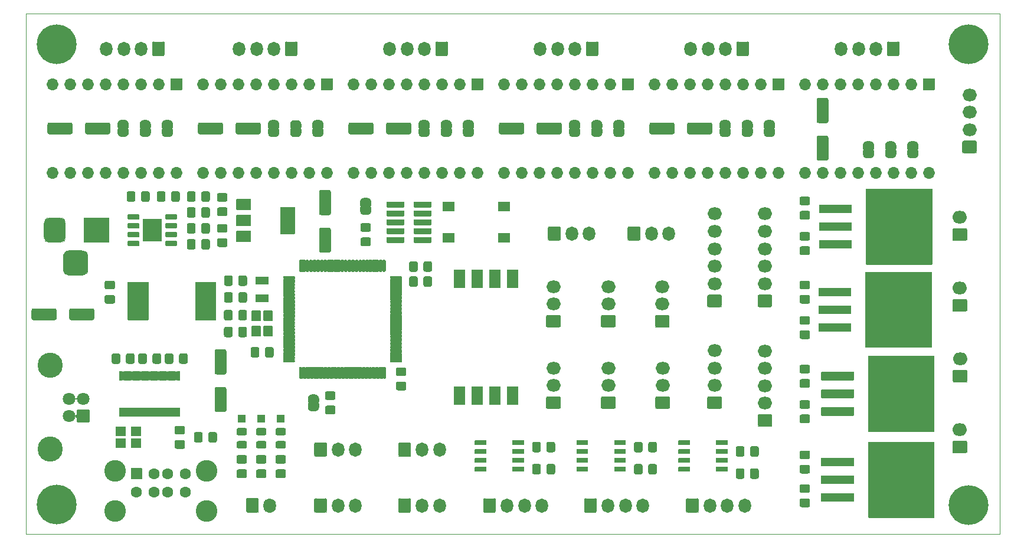
<source format=gbr>
%TF.GenerationSoftware,KiCad,Pcbnew,5.1.7+dfsg1-1~bpo10+1*%
%TF.CreationDate,2020-11-15T21:32:24+00:00*%
%TF.ProjectId,mobo,6d6f626f-2e6b-4696-9361-645f70636258,rev?*%
%TF.SameCoordinates,Original*%
%TF.FileFunction,Soldermask,Top*%
%TF.FilePolarity,Negative*%
%FSLAX45Y45*%
G04 Gerber Fmt 4.5, Leading zero omitted, Abs format (unit mm)*
G04 Created by KiCad (PCBNEW 5.1.7+dfsg1-1~bpo10+1) date 2020-11-15 21:32:24*
%MOMM*%
%LPD*%
G01*
G04 APERTURE LIST*
%TA.AperFunction,Profile*%
%ADD10C,0.050000*%
%TD*%
%ADD11O,2.052000X1.802000*%
%ADD12C,5.702000*%
%ADD13C,3.602000*%
%ADD14C,1.802000*%
%ADD15C,3.102000*%
%ADD16C,1.602000*%
%ADD17C,0.150000*%
%ADD18O,1.802000X2.052000*%
%ADD19O,2.102000X1.802000*%
%ADD20O,1.702000X1.702000*%
%ADD21O,1.802000X2.102000*%
G04 APERTURE END LIST*
D10*
X0Y-7467600D02*
X13970000Y-7467600D01*
X13970000Y-7467600D02*
X13970000Y0D01*
X13970000Y0D02*
X0Y0D01*
X0Y0D02*
X0Y-7467600D01*
X0Y-7467600D02*
X13970000Y-7467600D01*
X13970000Y-7467600D02*
X13970000Y0D01*
X13970000Y0D02*
X0Y0D01*
X0Y0D02*
X0Y-7467600D01*
G36*
G01*
X3923700Y-3697350D02*
X3923700Y-3547250D01*
G75*
G02*
X3933750Y-3537200I10050J0D01*
G01*
X3953850Y-3537200D01*
G75*
G02*
X3963900Y-3547250I0J-10050D01*
G01*
X3963900Y-3697350D01*
G75*
G02*
X3953850Y-3707400I-10050J0D01*
G01*
X3933750Y-3707400D01*
G75*
G02*
X3923700Y-3697350I0J10050D01*
G01*
G37*
G36*
G01*
X3973700Y-3697350D02*
X3973700Y-3547250D01*
G75*
G02*
X3983750Y-3537200I10050J0D01*
G01*
X4003850Y-3537200D01*
G75*
G02*
X4013900Y-3547250I0J-10050D01*
G01*
X4013900Y-3697350D01*
G75*
G02*
X4003850Y-3707400I-10050J0D01*
G01*
X3983750Y-3707400D01*
G75*
G02*
X3973700Y-3697350I0J10050D01*
G01*
G37*
G36*
G01*
X4023700Y-3697350D02*
X4023700Y-3547250D01*
G75*
G02*
X4033750Y-3537200I10050J0D01*
G01*
X4053850Y-3537200D01*
G75*
G02*
X4063900Y-3547250I0J-10050D01*
G01*
X4063900Y-3697350D01*
G75*
G02*
X4053850Y-3707400I-10050J0D01*
G01*
X4033750Y-3707400D01*
G75*
G02*
X4023700Y-3697350I0J10050D01*
G01*
G37*
G36*
G01*
X4073700Y-3697350D02*
X4073700Y-3547250D01*
G75*
G02*
X4083750Y-3537200I10050J0D01*
G01*
X4103850Y-3537200D01*
G75*
G02*
X4113900Y-3547250I0J-10050D01*
G01*
X4113900Y-3697350D01*
G75*
G02*
X4103850Y-3707400I-10050J0D01*
G01*
X4083750Y-3707400D01*
G75*
G02*
X4073700Y-3697350I0J10050D01*
G01*
G37*
G36*
G01*
X4123700Y-3697350D02*
X4123700Y-3547250D01*
G75*
G02*
X4133750Y-3537200I10050J0D01*
G01*
X4153850Y-3537200D01*
G75*
G02*
X4163900Y-3547250I0J-10050D01*
G01*
X4163900Y-3697350D01*
G75*
G02*
X4153850Y-3707400I-10050J0D01*
G01*
X4133750Y-3707400D01*
G75*
G02*
X4123700Y-3697350I0J10050D01*
G01*
G37*
G36*
G01*
X4173700Y-3697350D02*
X4173700Y-3547250D01*
G75*
G02*
X4183750Y-3537200I10050J0D01*
G01*
X4203850Y-3537200D01*
G75*
G02*
X4213900Y-3547250I0J-10050D01*
G01*
X4213900Y-3697350D01*
G75*
G02*
X4203850Y-3707400I-10050J0D01*
G01*
X4183750Y-3707400D01*
G75*
G02*
X4173700Y-3697350I0J10050D01*
G01*
G37*
G36*
G01*
X4223700Y-3697350D02*
X4223700Y-3547250D01*
G75*
G02*
X4233750Y-3537200I10050J0D01*
G01*
X4253850Y-3537200D01*
G75*
G02*
X4263900Y-3547250I0J-10050D01*
G01*
X4263900Y-3697350D01*
G75*
G02*
X4253850Y-3707400I-10050J0D01*
G01*
X4233750Y-3707400D01*
G75*
G02*
X4223700Y-3697350I0J10050D01*
G01*
G37*
G36*
G01*
X4273700Y-3697350D02*
X4273700Y-3547250D01*
G75*
G02*
X4283750Y-3537200I10050J0D01*
G01*
X4303850Y-3537200D01*
G75*
G02*
X4313900Y-3547250I0J-10050D01*
G01*
X4313900Y-3697350D01*
G75*
G02*
X4303850Y-3707400I-10050J0D01*
G01*
X4283750Y-3707400D01*
G75*
G02*
X4273700Y-3697350I0J10050D01*
G01*
G37*
G36*
G01*
X4323700Y-3697350D02*
X4323700Y-3547250D01*
G75*
G02*
X4333750Y-3537200I10050J0D01*
G01*
X4353850Y-3537200D01*
G75*
G02*
X4363900Y-3547250I0J-10050D01*
G01*
X4363900Y-3697350D01*
G75*
G02*
X4353850Y-3707400I-10050J0D01*
G01*
X4333750Y-3707400D01*
G75*
G02*
X4323700Y-3697350I0J10050D01*
G01*
G37*
G36*
G01*
X4373700Y-3697350D02*
X4373700Y-3547250D01*
G75*
G02*
X4383750Y-3537200I10050J0D01*
G01*
X4403850Y-3537200D01*
G75*
G02*
X4413900Y-3547250I0J-10050D01*
G01*
X4413900Y-3697350D01*
G75*
G02*
X4403850Y-3707400I-10050J0D01*
G01*
X4383750Y-3707400D01*
G75*
G02*
X4373700Y-3697350I0J10050D01*
G01*
G37*
G36*
G01*
X4423700Y-3697350D02*
X4423700Y-3547250D01*
G75*
G02*
X4433750Y-3537200I10050J0D01*
G01*
X4453850Y-3537200D01*
G75*
G02*
X4463900Y-3547250I0J-10050D01*
G01*
X4463900Y-3697350D01*
G75*
G02*
X4453850Y-3707400I-10050J0D01*
G01*
X4433750Y-3707400D01*
G75*
G02*
X4423700Y-3697350I0J10050D01*
G01*
G37*
G36*
G01*
X4473700Y-3697350D02*
X4473700Y-3547250D01*
G75*
G02*
X4483750Y-3537200I10050J0D01*
G01*
X4503850Y-3537200D01*
G75*
G02*
X4513900Y-3547250I0J-10050D01*
G01*
X4513900Y-3697350D01*
G75*
G02*
X4503850Y-3707400I-10050J0D01*
G01*
X4483750Y-3707400D01*
G75*
G02*
X4473700Y-3697350I0J10050D01*
G01*
G37*
G36*
G01*
X4523700Y-3697350D02*
X4523700Y-3547250D01*
G75*
G02*
X4533750Y-3537200I10050J0D01*
G01*
X4553850Y-3537200D01*
G75*
G02*
X4563900Y-3547250I0J-10050D01*
G01*
X4563900Y-3697350D01*
G75*
G02*
X4553850Y-3707400I-10050J0D01*
G01*
X4533750Y-3707400D01*
G75*
G02*
X4523700Y-3697350I0J10050D01*
G01*
G37*
G36*
G01*
X4573700Y-3697350D02*
X4573700Y-3547250D01*
G75*
G02*
X4583750Y-3537200I10050J0D01*
G01*
X4603850Y-3537200D01*
G75*
G02*
X4613900Y-3547250I0J-10050D01*
G01*
X4613900Y-3697350D01*
G75*
G02*
X4603850Y-3707400I-10050J0D01*
G01*
X4583750Y-3707400D01*
G75*
G02*
X4573700Y-3697350I0J10050D01*
G01*
G37*
G36*
G01*
X4623700Y-3697350D02*
X4623700Y-3547250D01*
G75*
G02*
X4633750Y-3537200I10050J0D01*
G01*
X4653850Y-3537200D01*
G75*
G02*
X4663900Y-3547250I0J-10050D01*
G01*
X4663900Y-3697350D01*
G75*
G02*
X4653850Y-3707400I-10050J0D01*
G01*
X4633750Y-3707400D01*
G75*
G02*
X4623700Y-3697350I0J10050D01*
G01*
G37*
G36*
G01*
X4673700Y-3697350D02*
X4673700Y-3547250D01*
G75*
G02*
X4683750Y-3537200I10050J0D01*
G01*
X4703850Y-3537200D01*
G75*
G02*
X4713900Y-3547250I0J-10050D01*
G01*
X4713900Y-3697350D01*
G75*
G02*
X4703850Y-3707400I-10050J0D01*
G01*
X4683750Y-3707400D01*
G75*
G02*
X4673700Y-3697350I0J10050D01*
G01*
G37*
G36*
G01*
X4723700Y-3697350D02*
X4723700Y-3547250D01*
G75*
G02*
X4733750Y-3537200I10050J0D01*
G01*
X4753850Y-3537200D01*
G75*
G02*
X4763900Y-3547250I0J-10050D01*
G01*
X4763900Y-3697350D01*
G75*
G02*
X4753850Y-3707400I-10050J0D01*
G01*
X4733750Y-3707400D01*
G75*
G02*
X4723700Y-3697350I0J10050D01*
G01*
G37*
G36*
G01*
X4773700Y-3697350D02*
X4773700Y-3547250D01*
G75*
G02*
X4783750Y-3537200I10050J0D01*
G01*
X4803850Y-3537200D01*
G75*
G02*
X4813900Y-3547250I0J-10050D01*
G01*
X4813900Y-3697350D01*
G75*
G02*
X4803850Y-3707400I-10050J0D01*
G01*
X4783750Y-3707400D01*
G75*
G02*
X4773700Y-3697350I0J10050D01*
G01*
G37*
G36*
G01*
X4823700Y-3697350D02*
X4823700Y-3547250D01*
G75*
G02*
X4833750Y-3537200I10050J0D01*
G01*
X4853850Y-3537200D01*
G75*
G02*
X4863900Y-3547250I0J-10050D01*
G01*
X4863900Y-3697350D01*
G75*
G02*
X4853850Y-3707400I-10050J0D01*
G01*
X4833750Y-3707400D01*
G75*
G02*
X4823700Y-3697350I0J10050D01*
G01*
G37*
G36*
G01*
X4873700Y-3697350D02*
X4873700Y-3547250D01*
G75*
G02*
X4883750Y-3537200I10050J0D01*
G01*
X4903850Y-3537200D01*
G75*
G02*
X4913900Y-3547250I0J-10050D01*
G01*
X4913900Y-3697350D01*
G75*
G02*
X4903850Y-3707400I-10050J0D01*
G01*
X4883750Y-3707400D01*
G75*
G02*
X4873700Y-3697350I0J10050D01*
G01*
G37*
G36*
G01*
X4923700Y-3697350D02*
X4923700Y-3547250D01*
G75*
G02*
X4933750Y-3537200I10050J0D01*
G01*
X4953850Y-3537200D01*
G75*
G02*
X4963900Y-3547250I0J-10050D01*
G01*
X4963900Y-3697350D01*
G75*
G02*
X4953850Y-3707400I-10050J0D01*
G01*
X4933750Y-3707400D01*
G75*
G02*
X4923700Y-3697350I0J10050D01*
G01*
G37*
G36*
G01*
X4973700Y-3697350D02*
X4973700Y-3547250D01*
G75*
G02*
X4983750Y-3537200I10050J0D01*
G01*
X5003850Y-3537200D01*
G75*
G02*
X5013900Y-3547250I0J-10050D01*
G01*
X5013900Y-3697350D01*
G75*
G02*
X5003850Y-3707400I-10050J0D01*
G01*
X4983750Y-3707400D01*
G75*
G02*
X4973700Y-3697350I0J10050D01*
G01*
G37*
G36*
G01*
X5023700Y-3697350D02*
X5023700Y-3547250D01*
G75*
G02*
X5033750Y-3537200I10050J0D01*
G01*
X5053850Y-3537200D01*
G75*
G02*
X5063900Y-3547250I0J-10050D01*
G01*
X5063900Y-3697350D01*
G75*
G02*
X5053850Y-3707400I-10050J0D01*
G01*
X5033750Y-3707400D01*
G75*
G02*
X5023700Y-3697350I0J10050D01*
G01*
G37*
G36*
G01*
X5073700Y-3697350D02*
X5073700Y-3547250D01*
G75*
G02*
X5083750Y-3537200I10050J0D01*
G01*
X5103850Y-3537200D01*
G75*
G02*
X5113900Y-3547250I0J-10050D01*
G01*
X5113900Y-3697350D01*
G75*
G02*
X5103850Y-3707400I-10050J0D01*
G01*
X5083750Y-3707400D01*
G75*
G02*
X5073700Y-3697350I0J10050D01*
G01*
G37*
G36*
G01*
X5123700Y-3697350D02*
X5123700Y-3547250D01*
G75*
G02*
X5133750Y-3537200I10050J0D01*
G01*
X5153850Y-3537200D01*
G75*
G02*
X5163900Y-3547250I0J-10050D01*
G01*
X5163900Y-3697350D01*
G75*
G02*
X5153850Y-3707400I-10050J0D01*
G01*
X5133750Y-3707400D01*
G75*
G02*
X5123700Y-3697350I0J10050D01*
G01*
G37*
G36*
G01*
X5226200Y-3799850D02*
X5226200Y-3779750D01*
G75*
G02*
X5236250Y-3769700I10050J0D01*
G01*
X5386350Y-3769700D01*
G75*
G02*
X5396400Y-3779750I0J-10050D01*
G01*
X5396400Y-3799850D01*
G75*
G02*
X5386350Y-3809900I-10050J0D01*
G01*
X5236250Y-3809900D01*
G75*
G02*
X5226200Y-3799850I0J10050D01*
G01*
G37*
G36*
G01*
X5226200Y-3849850D02*
X5226200Y-3829750D01*
G75*
G02*
X5236250Y-3819700I10050J0D01*
G01*
X5386350Y-3819700D01*
G75*
G02*
X5396400Y-3829750I0J-10050D01*
G01*
X5396400Y-3849850D01*
G75*
G02*
X5386350Y-3859900I-10050J0D01*
G01*
X5236250Y-3859900D01*
G75*
G02*
X5226200Y-3849850I0J10050D01*
G01*
G37*
G36*
G01*
X5226200Y-3899850D02*
X5226200Y-3879750D01*
G75*
G02*
X5236250Y-3869700I10050J0D01*
G01*
X5386350Y-3869700D01*
G75*
G02*
X5396400Y-3879750I0J-10050D01*
G01*
X5396400Y-3899850D01*
G75*
G02*
X5386350Y-3909900I-10050J0D01*
G01*
X5236250Y-3909900D01*
G75*
G02*
X5226200Y-3899850I0J10050D01*
G01*
G37*
G36*
G01*
X5226200Y-3949850D02*
X5226200Y-3929750D01*
G75*
G02*
X5236250Y-3919700I10050J0D01*
G01*
X5386350Y-3919700D01*
G75*
G02*
X5396400Y-3929750I0J-10050D01*
G01*
X5396400Y-3949850D01*
G75*
G02*
X5386350Y-3959900I-10050J0D01*
G01*
X5236250Y-3959900D01*
G75*
G02*
X5226200Y-3949850I0J10050D01*
G01*
G37*
G36*
G01*
X5226200Y-3999850D02*
X5226200Y-3979750D01*
G75*
G02*
X5236250Y-3969700I10050J0D01*
G01*
X5386350Y-3969700D01*
G75*
G02*
X5396400Y-3979750I0J-10050D01*
G01*
X5396400Y-3999850D01*
G75*
G02*
X5386350Y-4009900I-10050J0D01*
G01*
X5236250Y-4009900D01*
G75*
G02*
X5226200Y-3999850I0J10050D01*
G01*
G37*
G36*
G01*
X5226200Y-4049850D02*
X5226200Y-4029750D01*
G75*
G02*
X5236250Y-4019700I10050J0D01*
G01*
X5386350Y-4019700D01*
G75*
G02*
X5396400Y-4029750I0J-10050D01*
G01*
X5396400Y-4049850D01*
G75*
G02*
X5386350Y-4059900I-10050J0D01*
G01*
X5236250Y-4059900D01*
G75*
G02*
X5226200Y-4049850I0J10050D01*
G01*
G37*
G36*
G01*
X5226200Y-4099850D02*
X5226200Y-4079750D01*
G75*
G02*
X5236250Y-4069700I10050J0D01*
G01*
X5386350Y-4069700D01*
G75*
G02*
X5396400Y-4079750I0J-10050D01*
G01*
X5396400Y-4099850D01*
G75*
G02*
X5386350Y-4109900I-10050J0D01*
G01*
X5236250Y-4109900D01*
G75*
G02*
X5226200Y-4099850I0J10050D01*
G01*
G37*
G36*
G01*
X5226200Y-4149850D02*
X5226200Y-4129750D01*
G75*
G02*
X5236250Y-4119700I10050J0D01*
G01*
X5386350Y-4119700D01*
G75*
G02*
X5396400Y-4129750I0J-10050D01*
G01*
X5396400Y-4149850D01*
G75*
G02*
X5386350Y-4159900I-10050J0D01*
G01*
X5236250Y-4159900D01*
G75*
G02*
X5226200Y-4149850I0J10050D01*
G01*
G37*
G36*
G01*
X5226200Y-4199850D02*
X5226200Y-4179750D01*
G75*
G02*
X5236250Y-4169700I10050J0D01*
G01*
X5386350Y-4169700D01*
G75*
G02*
X5396400Y-4179750I0J-10050D01*
G01*
X5396400Y-4199850D01*
G75*
G02*
X5386350Y-4209900I-10050J0D01*
G01*
X5236250Y-4209900D01*
G75*
G02*
X5226200Y-4199850I0J10050D01*
G01*
G37*
G36*
G01*
X5226200Y-4249850D02*
X5226200Y-4229750D01*
G75*
G02*
X5236250Y-4219700I10050J0D01*
G01*
X5386350Y-4219700D01*
G75*
G02*
X5396400Y-4229750I0J-10050D01*
G01*
X5396400Y-4249850D01*
G75*
G02*
X5386350Y-4259900I-10050J0D01*
G01*
X5236250Y-4259900D01*
G75*
G02*
X5226200Y-4249850I0J10050D01*
G01*
G37*
G36*
G01*
X5226200Y-4299850D02*
X5226200Y-4279750D01*
G75*
G02*
X5236250Y-4269700I10050J0D01*
G01*
X5386350Y-4269700D01*
G75*
G02*
X5396400Y-4279750I0J-10050D01*
G01*
X5396400Y-4299850D01*
G75*
G02*
X5386350Y-4309900I-10050J0D01*
G01*
X5236250Y-4309900D01*
G75*
G02*
X5226200Y-4299850I0J10050D01*
G01*
G37*
G36*
G01*
X5226200Y-4349850D02*
X5226200Y-4329750D01*
G75*
G02*
X5236250Y-4319700I10050J0D01*
G01*
X5386350Y-4319700D01*
G75*
G02*
X5396400Y-4329750I0J-10050D01*
G01*
X5396400Y-4349850D01*
G75*
G02*
X5386350Y-4359900I-10050J0D01*
G01*
X5236250Y-4359900D01*
G75*
G02*
X5226200Y-4349850I0J10050D01*
G01*
G37*
G36*
G01*
X5226200Y-4399850D02*
X5226200Y-4379750D01*
G75*
G02*
X5236250Y-4369700I10050J0D01*
G01*
X5386350Y-4369700D01*
G75*
G02*
X5396400Y-4379750I0J-10050D01*
G01*
X5396400Y-4399850D01*
G75*
G02*
X5386350Y-4409900I-10050J0D01*
G01*
X5236250Y-4409900D01*
G75*
G02*
X5226200Y-4399850I0J10050D01*
G01*
G37*
G36*
G01*
X5226200Y-4449850D02*
X5226200Y-4429750D01*
G75*
G02*
X5236250Y-4419700I10050J0D01*
G01*
X5386350Y-4419700D01*
G75*
G02*
X5396400Y-4429750I0J-10050D01*
G01*
X5396400Y-4449850D01*
G75*
G02*
X5386350Y-4459900I-10050J0D01*
G01*
X5236250Y-4459900D01*
G75*
G02*
X5226200Y-4449850I0J10050D01*
G01*
G37*
G36*
G01*
X5226200Y-4499850D02*
X5226200Y-4479750D01*
G75*
G02*
X5236250Y-4469700I10050J0D01*
G01*
X5386350Y-4469700D01*
G75*
G02*
X5396400Y-4479750I0J-10050D01*
G01*
X5396400Y-4499850D01*
G75*
G02*
X5386350Y-4509900I-10050J0D01*
G01*
X5236250Y-4509900D01*
G75*
G02*
X5226200Y-4499850I0J10050D01*
G01*
G37*
G36*
G01*
X5226200Y-4549850D02*
X5226200Y-4529750D01*
G75*
G02*
X5236250Y-4519700I10050J0D01*
G01*
X5386350Y-4519700D01*
G75*
G02*
X5396400Y-4529750I0J-10050D01*
G01*
X5396400Y-4549850D01*
G75*
G02*
X5386350Y-4559900I-10050J0D01*
G01*
X5236250Y-4559900D01*
G75*
G02*
X5226200Y-4549850I0J10050D01*
G01*
G37*
G36*
G01*
X5226200Y-4599850D02*
X5226200Y-4579750D01*
G75*
G02*
X5236250Y-4569700I10050J0D01*
G01*
X5386350Y-4569700D01*
G75*
G02*
X5396400Y-4579750I0J-10050D01*
G01*
X5396400Y-4599850D01*
G75*
G02*
X5386350Y-4609900I-10050J0D01*
G01*
X5236250Y-4609900D01*
G75*
G02*
X5226200Y-4599850I0J10050D01*
G01*
G37*
G36*
G01*
X5226200Y-4649850D02*
X5226200Y-4629750D01*
G75*
G02*
X5236250Y-4619700I10050J0D01*
G01*
X5386350Y-4619700D01*
G75*
G02*
X5396400Y-4629750I0J-10050D01*
G01*
X5396400Y-4649850D01*
G75*
G02*
X5386350Y-4659900I-10050J0D01*
G01*
X5236250Y-4659900D01*
G75*
G02*
X5226200Y-4649850I0J10050D01*
G01*
G37*
G36*
G01*
X5226200Y-4699850D02*
X5226200Y-4679750D01*
G75*
G02*
X5236250Y-4669700I10050J0D01*
G01*
X5386350Y-4669700D01*
G75*
G02*
X5396400Y-4679750I0J-10050D01*
G01*
X5396400Y-4699850D01*
G75*
G02*
X5386350Y-4709900I-10050J0D01*
G01*
X5236250Y-4709900D01*
G75*
G02*
X5226200Y-4699850I0J10050D01*
G01*
G37*
G36*
G01*
X5226200Y-4749850D02*
X5226200Y-4729750D01*
G75*
G02*
X5236250Y-4719700I10050J0D01*
G01*
X5386350Y-4719700D01*
G75*
G02*
X5396400Y-4729750I0J-10050D01*
G01*
X5396400Y-4749850D01*
G75*
G02*
X5386350Y-4759900I-10050J0D01*
G01*
X5236250Y-4759900D01*
G75*
G02*
X5226200Y-4749850I0J10050D01*
G01*
G37*
G36*
G01*
X5226200Y-4799850D02*
X5226200Y-4779750D01*
G75*
G02*
X5236250Y-4769700I10050J0D01*
G01*
X5386350Y-4769700D01*
G75*
G02*
X5396400Y-4779750I0J-10050D01*
G01*
X5396400Y-4799850D01*
G75*
G02*
X5386350Y-4809900I-10050J0D01*
G01*
X5236250Y-4809900D01*
G75*
G02*
X5226200Y-4799850I0J10050D01*
G01*
G37*
G36*
G01*
X5226200Y-4849850D02*
X5226200Y-4829750D01*
G75*
G02*
X5236250Y-4819700I10050J0D01*
G01*
X5386350Y-4819700D01*
G75*
G02*
X5396400Y-4829750I0J-10050D01*
G01*
X5396400Y-4849850D01*
G75*
G02*
X5386350Y-4859900I-10050J0D01*
G01*
X5236250Y-4859900D01*
G75*
G02*
X5226200Y-4849850I0J10050D01*
G01*
G37*
G36*
G01*
X5226200Y-4899850D02*
X5226200Y-4879750D01*
G75*
G02*
X5236250Y-4869700I10050J0D01*
G01*
X5386350Y-4869700D01*
G75*
G02*
X5396400Y-4879750I0J-10050D01*
G01*
X5396400Y-4899850D01*
G75*
G02*
X5386350Y-4909900I-10050J0D01*
G01*
X5236250Y-4909900D01*
G75*
G02*
X5226200Y-4899850I0J10050D01*
G01*
G37*
G36*
G01*
X5226200Y-4949850D02*
X5226200Y-4929750D01*
G75*
G02*
X5236250Y-4919700I10050J0D01*
G01*
X5386350Y-4919700D01*
G75*
G02*
X5396400Y-4929750I0J-10050D01*
G01*
X5396400Y-4949850D01*
G75*
G02*
X5386350Y-4959900I-10050J0D01*
G01*
X5236250Y-4959900D01*
G75*
G02*
X5226200Y-4949850I0J10050D01*
G01*
G37*
G36*
G01*
X5226200Y-4999850D02*
X5226200Y-4979750D01*
G75*
G02*
X5236250Y-4969700I10050J0D01*
G01*
X5386350Y-4969700D01*
G75*
G02*
X5396400Y-4979750I0J-10050D01*
G01*
X5396400Y-4999850D01*
G75*
G02*
X5386350Y-5009900I-10050J0D01*
G01*
X5236250Y-5009900D01*
G75*
G02*
X5226200Y-4999850I0J10050D01*
G01*
G37*
G36*
G01*
X5123700Y-5232350D02*
X5123700Y-5082250D01*
G75*
G02*
X5133750Y-5072200I10050J0D01*
G01*
X5153850Y-5072200D01*
G75*
G02*
X5163900Y-5082250I0J-10050D01*
G01*
X5163900Y-5232350D01*
G75*
G02*
X5153850Y-5242400I-10050J0D01*
G01*
X5133750Y-5242400D01*
G75*
G02*
X5123700Y-5232350I0J10050D01*
G01*
G37*
G36*
G01*
X5073700Y-5232350D02*
X5073700Y-5082250D01*
G75*
G02*
X5083750Y-5072200I10050J0D01*
G01*
X5103850Y-5072200D01*
G75*
G02*
X5113900Y-5082250I0J-10050D01*
G01*
X5113900Y-5232350D01*
G75*
G02*
X5103850Y-5242400I-10050J0D01*
G01*
X5083750Y-5242400D01*
G75*
G02*
X5073700Y-5232350I0J10050D01*
G01*
G37*
G36*
G01*
X5023700Y-5232350D02*
X5023700Y-5082250D01*
G75*
G02*
X5033750Y-5072200I10050J0D01*
G01*
X5053850Y-5072200D01*
G75*
G02*
X5063900Y-5082250I0J-10050D01*
G01*
X5063900Y-5232350D01*
G75*
G02*
X5053850Y-5242400I-10050J0D01*
G01*
X5033750Y-5242400D01*
G75*
G02*
X5023700Y-5232350I0J10050D01*
G01*
G37*
G36*
G01*
X4973700Y-5232350D02*
X4973700Y-5082250D01*
G75*
G02*
X4983750Y-5072200I10050J0D01*
G01*
X5003850Y-5072200D01*
G75*
G02*
X5013900Y-5082250I0J-10050D01*
G01*
X5013900Y-5232350D01*
G75*
G02*
X5003850Y-5242400I-10050J0D01*
G01*
X4983750Y-5242400D01*
G75*
G02*
X4973700Y-5232350I0J10050D01*
G01*
G37*
G36*
G01*
X4923700Y-5232350D02*
X4923700Y-5082250D01*
G75*
G02*
X4933750Y-5072200I10050J0D01*
G01*
X4953850Y-5072200D01*
G75*
G02*
X4963900Y-5082250I0J-10050D01*
G01*
X4963900Y-5232350D01*
G75*
G02*
X4953850Y-5242400I-10050J0D01*
G01*
X4933750Y-5242400D01*
G75*
G02*
X4923700Y-5232350I0J10050D01*
G01*
G37*
G36*
G01*
X4873700Y-5232350D02*
X4873700Y-5082250D01*
G75*
G02*
X4883750Y-5072200I10050J0D01*
G01*
X4903850Y-5072200D01*
G75*
G02*
X4913900Y-5082250I0J-10050D01*
G01*
X4913900Y-5232350D01*
G75*
G02*
X4903850Y-5242400I-10050J0D01*
G01*
X4883750Y-5242400D01*
G75*
G02*
X4873700Y-5232350I0J10050D01*
G01*
G37*
G36*
G01*
X4823700Y-5232350D02*
X4823700Y-5082250D01*
G75*
G02*
X4833750Y-5072200I10050J0D01*
G01*
X4853850Y-5072200D01*
G75*
G02*
X4863900Y-5082250I0J-10050D01*
G01*
X4863900Y-5232350D01*
G75*
G02*
X4853850Y-5242400I-10050J0D01*
G01*
X4833750Y-5242400D01*
G75*
G02*
X4823700Y-5232350I0J10050D01*
G01*
G37*
G36*
G01*
X4773700Y-5232350D02*
X4773700Y-5082250D01*
G75*
G02*
X4783750Y-5072200I10050J0D01*
G01*
X4803850Y-5072200D01*
G75*
G02*
X4813900Y-5082250I0J-10050D01*
G01*
X4813900Y-5232350D01*
G75*
G02*
X4803850Y-5242400I-10050J0D01*
G01*
X4783750Y-5242400D01*
G75*
G02*
X4773700Y-5232350I0J10050D01*
G01*
G37*
G36*
G01*
X4723700Y-5232350D02*
X4723700Y-5082250D01*
G75*
G02*
X4733750Y-5072200I10050J0D01*
G01*
X4753850Y-5072200D01*
G75*
G02*
X4763900Y-5082250I0J-10050D01*
G01*
X4763900Y-5232350D01*
G75*
G02*
X4753850Y-5242400I-10050J0D01*
G01*
X4733750Y-5242400D01*
G75*
G02*
X4723700Y-5232350I0J10050D01*
G01*
G37*
G36*
G01*
X4673700Y-5232350D02*
X4673700Y-5082250D01*
G75*
G02*
X4683750Y-5072200I10050J0D01*
G01*
X4703850Y-5072200D01*
G75*
G02*
X4713900Y-5082250I0J-10050D01*
G01*
X4713900Y-5232350D01*
G75*
G02*
X4703850Y-5242400I-10050J0D01*
G01*
X4683750Y-5242400D01*
G75*
G02*
X4673700Y-5232350I0J10050D01*
G01*
G37*
G36*
G01*
X4623700Y-5232350D02*
X4623700Y-5082250D01*
G75*
G02*
X4633750Y-5072200I10050J0D01*
G01*
X4653850Y-5072200D01*
G75*
G02*
X4663900Y-5082250I0J-10050D01*
G01*
X4663900Y-5232350D01*
G75*
G02*
X4653850Y-5242400I-10050J0D01*
G01*
X4633750Y-5242400D01*
G75*
G02*
X4623700Y-5232350I0J10050D01*
G01*
G37*
G36*
G01*
X4573700Y-5232350D02*
X4573700Y-5082250D01*
G75*
G02*
X4583750Y-5072200I10050J0D01*
G01*
X4603850Y-5072200D01*
G75*
G02*
X4613900Y-5082250I0J-10050D01*
G01*
X4613900Y-5232350D01*
G75*
G02*
X4603850Y-5242400I-10050J0D01*
G01*
X4583750Y-5242400D01*
G75*
G02*
X4573700Y-5232350I0J10050D01*
G01*
G37*
G36*
G01*
X4523700Y-5232350D02*
X4523700Y-5082250D01*
G75*
G02*
X4533750Y-5072200I10050J0D01*
G01*
X4553850Y-5072200D01*
G75*
G02*
X4563900Y-5082250I0J-10050D01*
G01*
X4563900Y-5232350D01*
G75*
G02*
X4553850Y-5242400I-10050J0D01*
G01*
X4533750Y-5242400D01*
G75*
G02*
X4523700Y-5232350I0J10050D01*
G01*
G37*
G36*
G01*
X4473700Y-5232350D02*
X4473700Y-5082250D01*
G75*
G02*
X4483750Y-5072200I10050J0D01*
G01*
X4503850Y-5072200D01*
G75*
G02*
X4513900Y-5082250I0J-10050D01*
G01*
X4513900Y-5232350D01*
G75*
G02*
X4503850Y-5242400I-10050J0D01*
G01*
X4483750Y-5242400D01*
G75*
G02*
X4473700Y-5232350I0J10050D01*
G01*
G37*
G36*
G01*
X4423700Y-5232350D02*
X4423700Y-5082250D01*
G75*
G02*
X4433750Y-5072200I10050J0D01*
G01*
X4453850Y-5072200D01*
G75*
G02*
X4463900Y-5082250I0J-10050D01*
G01*
X4463900Y-5232350D01*
G75*
G02*
X4453850Y-5242400I-10050J0D01*
G01*
X4433750Y-5242400D01*
G75*
G02*
X4423700Y-5232350I0J10050D01*
G01*
G37*
G36*
G01*
X4373700Y-5232350D02*
X4373700Y-5082250D01*
G75*
G02*
X4383750Y-5072200I10050J0D01*
G01*
X4403850Y-5072200D01*
G75*
G02*
X4413900Y-5082250I0J-10050D01*
G01*
X4413900Y-5232350D01*
G75*
G02*
X4403850Y-5242400I-10050J0D01*
G01*
X4383750Y-5242400D01*
G75*
G02*
X4373700Y-5232350I0J10050D01*
G01*
G37*
G36*
G01*
X4323700Y-5232350D02*
X4323700Y-5082250D01*
G75*
G02*
X4333750Y-5072200I10050J0D01*
G01*
X4353850Y-5072200D01*
G75*
G02*
X4363900Y-5082250I0J-10050D01*
G01*
X4363900Y-5232350D01*
G75*
G02*
X4353850Y-5242400I-10050J0D01*
G01*
X4333750Y-5242400D01*
G75*
G02*
X4323700Y-5232350I0J10050D01*
G01*
G37*
G36*
G01*
X4273700Y-5232350D02*
X4273700Y-5082250D01*
G75*
G02*
X4283750Y-5072200I10050J0D01*
G01*
X4303850Y-5072200D01*
G75*
G02*
X4313900Y-5082250I0J-10050D01*
G01*
X4313900Y-5232350D01*
G75*
G02*
X4303850Y-5242400I-10050J0D01*
G01*
X4283750Y-5242400D01*
G75*
G02*
X4273700Y-5232350I0J10050D01*
G01*
G37*
G36*
G01*
X4223700Y-5232350D02*
X4223700Y-5082250D01*
G75*
G02*
X4233750Y-5072200I10050J0D01*
G01*
X4253850Y-5072200D01*
G75*
G02*
X4263900Y-5082250I0J-10050D01*
G01*
X4263900Y-5232350D01*
G75*
G02*
X4253850Y-5242400I-10050J0D01*
G01*
X4233750Y-5242400D01*
G75*
G02*
X4223700Y-5232350I0J10050D01*
G01*
G37*
G36*
G01*
X4173700Y-5232350D02*
X4173700Y-5082250D01*
G75*
G02*
X4183750Y-5072200I10050J0D01*
G01*
X4203850Y-5072200D01*
G75*
G02*
X4213900Y-5082250I0J-10050D01*
G01*
X4213900Y-5232350D01*
G75*
G02*
X4203850Y-5242400I-10050J0D01*
G01*
X4183750Y-5242400D01*
G75*
G02*
X4173700Y-5232350I0J10050D01*
G01*
G37*
G36*
G01*
X4123700Y-5232350D02*
X4123700Y-5082250D01*
G75*
G02*
X4133750Y-5072200I10050J0D01*
G01*
X4153850Y-5072200D01*
G75*
G02*
X4163900Y-5082250I0J-10050D01*
G01*
X4163900Y-5232350D01*
G75*
G02*
X4153850Y-5242400I-10050J0D01*
G01*
X4133750Y-5242400D01*
G75*
G02*
X4123700Y-5232350I0J10050D01*
G01*
G37*
G36*
G01*
X4073700Y-5232350D02*
X4073700Y-5082250D01*
G75*
G02*
X4083750Y-5072200I10050J0D01*
G01*
X4103850Y-5072200D01*
G75*
G02*
X4113900Y-5082250I0J-10050D01*
G01*
X4113900Y-5232350D01*
G75*
G02*
X4103850Y-5242400I-10050J0D01*
G01*
X4083750Y-5242400D01*
G75*
G02*
X4073700Y-5232350I0J10050D01*
G01*
G37*
G36*
G01*
X4023700Y-5232350D02*
X4023700Y-5082250D01*
G75*
G02*
X4033750Y-5072200I10050J0D01*
G01*
X4053850Y-5072200D01*
G75*
G02*
X4063900Y-5082250I0J-10050D01*
G01*
X4063900Y-5232350D01*
G75*
G02*
X4053850Y-5242400I-10050J0D01*
G01*
X4033750Y-5242400D01*
G75*
G02*
X4023700Y-5232350I0J10050D01*
G01*
G37*
G36*
G01*
X3973700Y-5232350D02*
X3973700Y-5082250D01*
G75*
G02*
X3983750Y-5072200I10050J0D01*
G01*
X4003850Y-5072200D01*
G75*
G02*
X4013900Y-5082250I0J-10050D01*
G01*
X4013900Y-5232350D01*
G75*
G02*
X4003850Y-5242400I-10050J0D01*
G01*
X3983750Y-5242400D01*
G75*
G02*
X3973700Y-5232350I0J10050D01*
G01*
G37*
G36*
G01*
X3923700Y-5232350D02*
X3923700Y-5082250D01*
G75*
G02*
X3933750Y-5072200I10050J0D01*
G01*
X3953850Y-5072200D01*
G75*
G02*
X3963900Y-5082250I0J-10050D01*
G01*
X3963900Y-5232350D01*
G75*
G02*
X3953850Y-5242400I-10050J0D01*
G01*
X3933750Y-5242400D01*
G75*
G02*
X3923700Y-5232350I0J10050D01*
G01*
G37*
G36*
G01*
X3691200Y-4999850D02*
X3691200Y-4979750D01*
G75*
G02*
X3701250Y-4969700I10050J0D01*
G01*
X3851350Y-4969700D01*
G75*
G02*
X3861400Y-4979750I0J-10050D01*
G01*
X3861400Y-4999850D01*
G75*
G02*
X3851350Y-5009900I-10050J0D01*
G01*
X3701250Y-5009900D01*
G75*
G02*
X3691200Y-4999850I0J10050D01*
G01*
G37*
G36*
G01*
X3691200Y-4949850D02*
X3691200Y-4929750D01*
G75*
G02*
X3701250Y-4919700I10050J0D01*
G01*
X3851350Y-4919700D01*
G75*
G02*
X3861400Y-4929750I0J-10050D01*
G01*
X3861400Y-4949850D01*
G75*
G02*
X3851350Y-4959900I-10050J0D01*
G01*
X3701250Y-4959900D01*
G75*
G02*
X3691200Y-4949850I0J10050D01*
G01*
G37*
G36*
G01*
X3691200Y-4899850D02*
X3691200Y-4879750D01*
G75*
G02*
X3701250Y-4869700I10050J0D01*
G01*
X3851350Y-4869700D01*
G75*
G02*
X3861400Y-4879750I0J-10050D01*
G01*
X3861400Y-4899850D01*
G75*
G02*
X3851350Y-4909900I-10050J0D01*
G01*
X3701250Y-4909900D01*
G75*
G02*
X3691200Y-4899850I0J10050D01*
G01*
G37*
G36*
G01*
X3691200Y-4849850D02*
X3691200Y-4829750D01*
G75*
G02*
X3701250Y-4819700I10050J0D01*
G01*
X3851350Y-4819700D01*
G75*
G02*
X3861400Y-4829750I0J-10050D01*
G01*
X3861400Y-4849850D01*
G75*
G02*
X3851350Y-4859900I-10050J0D01*
G01*
X3701250Y-4859900D01*
G75*
G02*
X3691200Y-4849850I0J10050D01*
G01*
G37*
G36*
G01*
X3691200Y-4799850D02*
X3691200Y-4779750D01*
G75*
G02*
X3701250Y-4769700I10050J0D01*
G01*
X3851350Y-4769700D01*
G75*
G02*
X3861400Y-4779750I0J-10050D01*
G01*
X3861400Y-4799850D01*
G75*
G02*
X3851350Y-4809900I-10050J0D01*
G01*
X3701250Y-4809900D01*
G75*
G02*
X3691200Y-4799850I0J10050D01*
G01*
G37*
G36*
G01*
X3691200Y-4749850D02*
X3691200Y-4729750D01*
G75*
G02*
X3701250Y-4719700I10050J0D01*
G01*
X3851350Y-4719700D01*
G75*
G02*
X3861400Y-4729750I0J-10050D01*
G01*
X3861400Y-4749850D01*
G75*
G02*
X3851350Y-4759900I-10050J0D01*
G01*
X3701250Y-4759900D01*
G75*
G02*
X3691200Y-4749850I0J10050D01*
G01*
G37*
G36*
G01*
X3691200Y-4699850D02*
X3691200Y-4679750D01*
G75*
G02*
X3701250Y-4669700I10050J0D01*
G01*
X3851350Y-4669700D01*
G75*
G02*
X3861400Y-4679750I0J-10050D01*
G01*
X3861400Y-4699850D01*
G75*
G02*
X3851350Y-4709900I-10050J0D01*
G01*
X3701250Y-4709900D01*
G75*
G02*
X3691200Y-4699850I0J10050D01*
G01*
G37*
G36*
G01*
X3691200Y-4649850D02*
X3691200Y-4629750D01*
G75*
G02*
X3701250Y-4619700I10050J0D01*
G01*
X3851350Y-4619700D01*
G75*
G02*
X3861400Y-4629750I0J-10050D01*
G01*
X3861400Y-4649850D01*
G75*
G02*
X3851350Y-4659900I-10050J0D01*
G01*
X3701250Y-4659900D01*
G75*
G02*
X3691200Y-4649850I0J10050D01*
G01*
G37*
G36*
G01*
X3691200Y-4599850D02*
X3691200Y-4579750D01*
G75*
G02*
X3701250Y-4569700I10050J0D01*
G01*
X3851350Y-4569700D01*
G75*
G02*
X3861400Y-4579750I0J-10050D01*
G01*
X3861400Y-4599850D01*
G75*
G02*
X3851350Y-4609900I-10050J0D01*
G01*
X3701250Y-4609900D01*
G75*
G02*
X3691200Y-4599850I0J10050D01*
G01*
G37*
G36*
G01*
X3691200Y-4549850D02*
X3691200Y-4529750D01*
G75*
G02*
X3701250Y-4519700I10050J0D01*
G01*
X3851350Y-4519700D01*
G75*
G02*
X3861400Y-4529750I0J-10050D01*
G01*
X3861400Y-4549850D01*
G75*
G02*
X3851350Y-4559900I-10050J0D01*
G01*
X3701250Y-4559900D01*
G75*
G02*
X3691200Y-4549850I0J10050D01*
G01*
G37*
G36*
G01*
X3691200Y-4499850D02*
X3691200Y-4479750D01*
G75*
G02*
X3701250Y-4469700I10050J0D01*
G01*
X3851350Y-4469700D01*
G75*
G02*
X3861400Y-4479750I0J-10050D01*
G01*
X3861400Y-4499850D01*
G75*
G02*
X3851350Y-4509900I-10050J0D01*
G01*
X3701250Y-4509900D01*
G75*
G02*
X3691200Y-4499850I0J10050D01*
G01*
G37*
G36*
G01*
X3691200Y-4449850D02*
X3691200Y-4429750D01*
G75*
G02*
X3701250Y-4419700I10050J0D01*
G01*
X3851350Y-4419700D01*
G75*
G02*
X3861400Y-4429750I0J-10050D01*
G01*
X3861400Y-4449850D01*
G75*
G02*
X3851350Y-4459900I-10050J0D01*
G01*
X3701250Y-4459900D01*
G75*
G02*
X3691200Y-4449850I0J10050D01*
G01*
G37*
G36*
G01*
X3691200Y-4399850D02*
X3691200Y-4379750D01*
G75*
G02*
X3701250Y-4369700I10050J0D01*
G01*
X3851350Y-4369700D01*
G75*
G02*
X3861400Y-4379750I0J-10050D01*
G01*
X3861400Y-4399850D01*
G75*
G02*
X3851350Y-4409900I-10050J0D01*
G01*
X3701250Y-4409900D01*
G75*
G02*
X3691200Y-4399850I0J10050D01*
G01*
G37*
G36*
G01*
X3691200Y-4349850D02*
X3691200Y-4329750D01*
G75*
G02*
X3701250Y-4319700I10050J0D01*
G01*
X3851350Y-4319700D01*
G75*
G02*
X3861400Y-4329750I0J-10050D01*
G01*
X3861400Y-4349850D01*
G75*
G02*
X3851350Y-4359900I-10050J0D01*
G01*
X3701250Y-4359900D01*
G75*
G02*
X3691200Y-4349850I0J10050D01*
G01*
G37*
G36*
G01*
X3691200Y-4299850D02*
X3691200Y-4279750D01*
G75*
G02*
X3701250Y-4269700I10050J0D01*
G01*
X3851350Y-4269700D01*
G75*
G02*
X3861400Y-4279750I0J-10050D01*
G01*
X3861400Y-4299850D01*
G75*
G02*
X3851350Y-4309900I-10050J0D01*
G01*
X3701250Y-4309900D01*
G75*
G02*
X3691200Y-4299850I0J10050D01*
G01*
G37*
G36*
G01*
X3691200Y-4249850D02*
X3691200Y-4229750D01*
G75*
G02*
X3701250Y-4219700I10050J0D01*
G01*
X3851350Y-4219700D01*
G75*
G02*
X3861400Y-4229750I0J-10050D01*
G01*
X3861400Y-4249850D01*
G75*
G02*
X3851350Y-4259900I-10050J0D01*
G01*
X3701250Y-4259900D01*
G75*
G02*
X3691200Y-4249850I0J10050D01*
G01*
G37*
G36*
G01*
X3691200Y-4199850D02*
X3691200Y-4179750D01*
G75*
G02*
X3701250Y-4169700I10050J0D01*
G01*
X3851350Y-4169700D01*
G75*
G02*
X3861400Y-4179750I0J-10050D01*
G01*
X3861400Y-4199850D01*
G75*
G02*
X3851350Y-4209900I-10050J0D01*
G01*
X3701250Y-4209900D01*
G75*
G02*
X3691200Y-4199850I0J10050D01*
G01*
G37*
G36*
G01*
X3691200Y-4149850D02*
X3691200Y-4129750D01*
G75*
G02*
X3701250Y-4119700I10050J0D01*
G01*
X3851350Y-4119700D01*
G75*
G02*
X3861400Y-4129750I0J-10050D01*
G01*
X3861400Y-4149850D01*
G75*
G02*
X3851350Y-4159900I-10050J0D01*
G01*
X3701250Y-4159900D01*
G75*
G02*
X3691200Y-4149850I0J10050D01*
G01*
G37*
G36*
G01*
X3691200Y-4099850D02*
X3691200Y-4079750D01*
G75*
G02*
X3701250Y-4069700I10050J0D01*
G01*
X3851350Y-4069700D01*
G75*
G02*
X3861400Y-4079750I0J-10050D01*
G01*
X3861400Y-4099850D01*
G75*
G02*
X3851350Y-4109900I-10050J0D01*
G01*
X3701250Y-4109900D01*
G75*
G02*
X3691200Y-4099850I0J10050D01*
G01*
G37*
G36*
G01*
X3691200Y-4049850D02*
X3691200Y-4029750D01*
G75*
G02*
X3701250Y-4019700I10050J0D01*
G01*
X3851350Y-4019700D01*
G75*
G02*
X3861400Y-4029750I0J-10050D01*
G01*
X3861400Y-4049850D01*
G75*
G02*
X3851350Y-4059900I-10050J0D01*
G01*
X3701250Y-4059900D01*
G75*
G02*
X3691200Y-4049850I0J10050D01*
G01*
G37*
G36*
G01*
X3691200Y-3999850D02*
X3691200Y-3979750D01*
G75*
G02*
X3701250Y-3969700I10050J0D01*
G01*
X3851350Y-3969700D01*
G75*
G02*
X3861400Y-3979750I0J-10050D01*
G01*
X3861400Y-3999850D01*
G75*
G02*
X3851350Y-4009900I-10050J0D01*
G01*
X3701250Y-4009900D01*
G75*
G02*
X3691200Y-3999850I0J10050D01*
G01*
G37*
G36*
G01*
X3691200Y-3949850D02*
X3691200Y-3929750D01*
G75*
G02*
X3701250Y-3919700I10050J0D01*
G01*
X3851350Y-3919700D01*
G75*
G02*
X3861400Y-3929750I0J-10050D01*
G01*
X3861400Y-3949850D01*
G75*
G02*
X3851350Y-3959900I-10050J0D01*
G01*
X3701250Y-3959900D01*
G75*
G02*
X3691200Y-3949850I0J10050D01*
G01*
G37*
G36*
G01*
X3691200Y-3899850D02*
X3691200Y-3879750D01*
G75*
G02*
X3701250Y-3869700I10050J0D01*
G01*
X3851350Y-3869700D01*
G75*
G02*
X3861400Y-3879750I0J-10050D01*
G01*
X3861400Y-3899850D01*
G75*
G02*
X3851350Y-3909900I-10050J0D01*
G01*
X3701250Y-3909900D01*
G75*
G02*
X3691200Y-3899850I0J10050D01*
G01*
G37*
G36*
G01*
X3691200Y-3849850D02*
X3691200Y-3829750D01*
G75*
G02*
X3701250Y-3819700I10050J0D01*
G01*
X3851350Y-3819700D01*
G75*
G02*
X3861400Y-3829750I0J-10050D01*
G01*
X3861400Y-3849850D01*
G75*
G02*
X3851350Y-3859900I-10050J0D01*
G01*
X3701250Y-3859900D01*
G75*
G02*
X3691200Y-3849850I0J10050D01*
G01*
G37*
G36*
G01*
X3691200Y-3799850D02*
X3691200Y-3779750D01*
G75*
G02*
X3701250Y-3769700I10050J0D01*
G01*
X3851350Y-3769700D01*
G75*
G02*
X3861400Y-3779750I0J-10050D01*
G01*
X3861400Y-3799850D01*
G75*
G02*
X3851350Y-3809900I-10050J0D01*
G01*
X3701250Y-3809900D01*
G75*
G02*
X3691200Y-3799850I0J10050D01*
G01*
G37*
G36*
G01*
X535900Y-3671550D02*
X535900Y-3491450D01*
G75*
G02*
X625950Y-3401400I90050J0D01*
G01*
X806050Y-3401400D01*
G75*
G02*
X896100Y-3491450I0J-90050D01*
G01*
X896100Y-3671550D01*
G75*
G02*
X806050Y-3761600I-90050J0D01*
G01*
X625950Y-3761600D01*
G75*
G02*
X535900Y-3671550I0J90050D01*
G01*
G37*
G36*
G01*
X260900Y-3214050D02*
X260900Y-3008950D01*
G75*
G02*
X338450Y-2931400I77550J0D01*
G01*
X493550Y-2931400D01*
G75*
G02*
X571100Y-3008950I0J-77550D01*
G01*
X571100Y-3214050D01*
G75*
G02*
X493550Y-3291600I-77550J0D01*
G01*
X338450Y-3291600D01*
G75*
G02*
X260900Y-3214050I0J77550D01*
G01*
G37*
G36*
G01*
X835900Y-3286500D02*
X835900Y-2936500D01*
G75*
G02*
X841000Y-2931400I5100J0D01*
G01*
X1191000Y-2931400D01*
G75*
G02*
X1196100Y-2936500I0J-5100D01*
G01*
X1196100Y-3286500D01*
G75*
G02*
X1191000Y-3291600I-5100J0D01*
G01*
X841000Y-3291600D01*
G75*
G02*
X835900Y-3286500I0J5100D01*
G01*
G37*
G36*
G01*
X5569000Y-3288200D02*
X5569000Y-3214200D01*
G75*
G02*
X5574100Y-3209100I5100J0D01*
G01*
X5814100Y-3209100D01*
G75*
G02*
X5819200Y-3214200I0J-5100D01*
G01*
X5819200Y-3288200D01*
G75*
G02*
X5814100Y-3293300I-5100J0D01*
G01*
X5574100Y-3293300D01*
G75*
G02*
X5569000Y-3288200I0J5100D01*
G01*
G37*
G36*
G01*
X5179000Y-3288200D02*
X5179000Y-3214200D01*
G75*
G02*
X5184100Y-3209100I5100J0D01*
G01*
X5424100Y-3209100D01*
G75*
G02*
X5429200Y-3214200I0J-5100D01*
G01*
X5429200Y-3288200D01*
G75*
G02*
X5424100Y-3293300I-5100J0D01*
G01*
X5184100Y-3293300D01*
G75*
G02*
X5179000Y-3288200I0J5100D01*
G01*
G37*
G36*
G01*
X5569000Y-3161200D02*
X5569000Y-3087200D01*
G75*
G02*
X5574100Y-3082100I5100J0D01*
G01*
X5814100Y-3082100D01*
G75*
G02*
X5819200Y-3087200I0J-5100D01*
G01*
X5819200Y-3161200D01*
G75*
G02*
X5814100Y-3166300I-5100J0D01*
G01*
X5574100Y-3166300D01*
G75*
G02*
X5569000Y-3161200I0J5100D01*
G01*
G37*
G36*
G01*
X5179000Y-3161200D02*
X5179000Y-3087200D01*
G75*
G02*
X5184100Y-3082100I5100J0D01*
G01*
X5424100Y-3082100D01*
G75*
G02*
X5429200Y-3087200I0J-5100D01*
G01*
X5429200Y-3161200D01*
G75*
G02*
X5424100Y-3166300I-5100J0D01*
G01*
X5184100Y-3166300D01*
G75*
G02*
X5179000Y-3161200I0J5100D01*
G01*
G37*
G36*
G01*
X5569000Y-3034200D02*
X5569000Y-2960200D01*
G75*
G02*
X5574100Y-2955100I5100J0D01*
G01*
X5814100Y-2955100D01*
G75*
G02*
X5819200Y-2960200I0J-5100D01*
G01*
X5819200Y-3034200D01*
G75*
G02*
X5814100Y-3039300I-5100J0D01*
G01*
X5574100Y-3039300D01*
G75*
G02*
X5569000Y-3034200I0J5100D01*
G01*
G37*
G36*
G01*
X5179000Y-3034200D02*
X5179000Y-2960200D01*
G75*
G02*
X5184100Y-2955100I5100J0D01*
G01*
X5424100Y-2955100D01*
G75*
G02*
X5429200Y-2960200I0J-5100D01*
G01*
X5429200Y-3034200D01*
G75*
G02*
X5424100Y-3039300I-5100J0D01*
G01*
X5184100Y-3039300D01*
G75*
G02*
X5179000Y-3034200I0J5100D01*
G01*
G37*
G36*
G01*
X5569000Y-2907200D02*
X5569000Y-2833200D01*
G75*
G02*
X5574100Y-2828100I5100J0D01*
G01*
X5814100Y-2828100D01*
G75*
G02*
X5819200Y-2833200I0J-5100D01*
G01*
X5819200Y-2907200D01*
G75*
G02*
X5814100Y-2912300I-5100J0D01*
G01*
X5574100Y-2912300D01*
G75*
G02*
X5569000Y-2907200I0J5100D01*
G01*
G37*
G36*
G01*
X5179000Y-2907200D02*
X5179000Y-2833200D01*
G75*
G02*
X5184100Y-2828100I5100J0D01*
G01*
X5424100Y-2828100D01*
G75*
G02*
X5429200Y-2833200I0J-5100D01*
G01*
X5429200Y-2907200D01*
G75*
G02*
X5424100Y-2912300I-5100J0D01*
G01*
X5184100Y-2912300D01*
G75*
G02*
X5179000Y-2907200I0J5100D01*
G01*
G37*
G36*
G01*
X5569000Y-2780200D02*
X5569000Y-2706200D01*
G75*
G02*
X5574100Y-2701100I5100J0D01*
G01*
X5814100Y-2701100D01*
G75*
G02*
X5819200Y-2706200I0J-5100D01*
G01*
X5819200Y-2780200D01*
G75*
G02*
X5814100Y-2785300I-5100J0D01*
G01*
X5574100Y-2785300D01*
G75*
G02*
X5569000Y-2780200I0J5100D01*
G01*
G37*
G36*
G01*
X5179000Y-2780200D02*
X5179000Y-2706200D01*
G75*
G02*
X5184100Y-2701100I5100J0D01*
G01*
X5424100Y-2701100D01*
G75*
G02*
X5429200Y-2706200I0J-5100D01*
G01*
X5429200Y-2780200D01*
G75*
G02*
X5424100Y-2785300I-5100J0D01*
G01*
X5184100Y-2785300D01*
G75*
G02*
X5179000Y-2780200I0J5100D01*
G01*
G37*
D11*
X10604500Y-2877500D03*
X10604500Y-3127500D03*
X10604500Y-3377500D03*
X10604500Y-3627500D03*
X10604500Y-3877500D03*
G36*
G01*
X10680600Y-4217600D02*
X10528400Y-4217600D01*
G75*
G02*
X10501900Y-4191100I0J26500D01*
G01*
X10501900Y-4063900D01*
G75*
G02*
X10528400Y-4037400I26500J0D01*
G01*
X10680600Y-4037400D01*
G75*
G02*
X10707100Y-4063900I0J-26500D01*
G01*
X10707100Y-4191100D01*
G75*
G02*
X10680600Y-4217600I-26500J0D01*
G01*
G37*
X9880600Y-2877500D03*
X9880600Y-3127500D03*
X9880600Y-3377500D03*
X9880600Y-3627500D03*
X9880600Y-3877500D03*
G36*
G01*
X9956700Y-4217600D02*
X9804500Y-4217600D01*
G75*
G02*
X9778000Y-4191100I0J26500D01*
G01*
X9778000Y-4063900D01*
G75*
G02*
X9804500Y-4037400I26500J0D01*
G01*
X9956700Y-4037400D01*
G75*
G02*
X9983200Y-4063900I0J-26500D01*
G01*
X9983200Y-4191100D01*
G75*
G02*
X9956700Y-4217600I-26500J0D01*
G01*
G37*
X10604500Y-4842000D03*
X10604500Y-5092000D03*
X10604500Y-5342000D03*
X10604500Y-5592000D03*
G36*
G01*
X10680600Y-5932100D02*
X10528400Y-5932100D01*
G75*
G02*
X10501900Y-5905600I0J26500D01*
G01*
X10501900Y-5778400D01*
G75*
G02*
X10528400Y-5751900I26500J0D01*
G01*
X10680600Y-5751900D01*
G75*
G02*
X10707100Y-5778400I0J-26500D01*
G01*
X10707100Y-5905600D01*
G75*
G02*
X10680600Y-5932100I-26500J0D01*
G01*
G37*
X9880600Y-4838000D03*
X9880600Y-5088000D03*
X9880600Y-5338000D03*
G36*
G01*
X9956700Y-5678100D02*
X9804500Y-5678100D01*
G75*
G02*
X9778000Y-5651600I0J26500D01*
G01*
X9778000Y-5524400D01*
G75*
G02*
X9804500Y-5497900I26500J0D01*
G01*
X9956700Y-5497900D01*
G75*
G02*
X9983200Y-5524400I0J-26500D01*
G01*
X9983200Y-5651600D01*
G75*
G02*
X9956700Y-5678100I-26500J0D01*
G01*
G37*
G36*
G01*
X3043700Y-5866600D02*
X3043700Y-5766600D01*
G75*
G02*
X3048800Y-5761500I5100J0D01*
G01*
X3148800Y-5761500D01*
G75*
G02*
X3153900Y-5766600I0J-5100D01*
G01*
X3153900Y-5866600D01*
G75*
G02*
X3148800Y-5871700I-5100J0D01*
G01*
X3048800Y-5871700D01*
G75*
G02*
X3043700Y-5866600I0J5100D01*
G01*
G37*
G36*
G01*
X3323100Y-5866600D02*
X3323100Y-5766600D01*
G75*
G02*
X3328200Y-5761500I5100J0D01*
G01*
X3428200Y-5761500D01*
G75*
G02*
X3433300Y-5766600I0J-5100D01*
G01*
X3433300Y-5866600D01*
G75*
G02*
X3428200Y-5871700I-5100J0D01*
G01*
X3328200Y-5871700D01*
G75*
G02*
X3323100Y-5866600I0J5100D01*
G01*
G37*
G36*
G01*
X3602500Y-5866600D02*
X3602500Y-5766600D01*
G75*
G02*
X3607600Y-5761500I5100J0D01*
G01*
X3707600Y-5761500D01*
G75*
G02*
X3712700Y-5766600I0J-5100D01*
G01*
X3712700Y-5866600D01*
G75*
G02*
X3707600Y-5871700I-5100J0D01*
G01*
X3607600Y-5871700D01*
G75*
G02*
X3602500Y-5866600I0J5100D01*
G01*
G37*
G36*
G01*
X4351106Y-2894600D02*
X4234094Y-2894600D01*
G75*
G02*
X4207500Y-2868006I0J26594D01*
G01*
X4207500Y-2560994D01*
G75*
G02*
X4234094Y-2534400I26594J0D01*
G01*
X4351106Y-2534400D01*
G75*
G02*
X4377700Y-2560994I0J-26594D01*
G01*
X4377700Y-2868006D01*
G75*
G02*
X4351106Y-2894600I-26594J0D01*
G01*
G37*
G36*
G01*
X4351106Y-3434600D02*
X4234094Y-3434600D01*
G75*
G02*
X4207500Y-3408006I0J26594D01*
G01*
X4207500Y-3100994D01*
G75*
G02*
X4234094Y-3074400I26594J0D01*
G01*
X4351106Y-3074400D01*
G75*
G02*
X4377700Y-3100994I0J-26594D01*
G01*
X4377700Y-3408006D01*
G75*
G02*
X4351106Y-3434600I-26594J0D01*
G01*
G37*
G36*
G01*
X2735494Y-5360400D02*
X2852506Y-5360400D01*
G75*
G02*
X2879100Y-5386994I0J-26594D01*
G01*
X2879100Y-5694006D01*
G75*
G02*
X2852506Y-5720600I-26594J0D01*
G01*
X2735494Y-5720600D01*
G75*
G02*
X2708900Y-5694006I0J26594D01*
G01*
X2708900Y-5386994D01*
G75*
G02*
X2735494Y-5360400I26594J0D01*
G01*
G37*
G36*
G01*
X2735494Y-4820400D02*
X2852506Y-4820400D01*
G75*
G02*
X2879100Y-4846994I0J-26594D01*
G01*
X2879100Y-5154006D01*
G75*
G02*
X2852506Y-5180600I-26594J0D01*
G01*
X2735494Y-5180600D01*
G75*
G02*
X2708900Y-5154006I0J26594D01*
G01*
X2708900Y-4846994D01*
G75*
G02*
X2735494Y-4820400I26594J0D01*
G01*
G37*
G36*
G01*
X443500Y-4259494D02*
X443500Y-4376506D01*
G75*
G02*
X416906Y-4403100I-26594J0D01*
G01*
X109894Y-4403100D01*
G75*
G02*
X83300Y-4376506I0J26594D01*
G01*
X83300Y-4259494D01*
G75*
G02*
X109894Y-4232900I26594J0D01*
G01*
X416906Y-4232900D01*
G75*
G02*
X443500Y-4259494I0J-26594D01*
G01*
G37*
G36*
G01*
X983500Y-4259494D02*
X983500Y-4376506D01*
G75*
G02*
X956906Y-4403100I-26594J0D01*
G01*
X649894Y-4403100D01*
G75*
G02*
X623300Y-4376506I0J26594D01*
G01*
X623300Y-4259494D01*
G75*
G02*
X649894Y-4232900I26594J0D01*
G01*
X956906Y-4232900D01*
G75*
G02*
X983500Y-4259494I0J-26594D01*
G01*
G37*
G36*
G01*
X7328900Y-1709506D02*
X7328900Y-1592494D01*
G75*
G02*
X7355494Y-1565900I26594J0D01*
G01*
X7662506Y-1565900D01*
G75*
G02*
X7689100Y-1592494I0J-26594D01*
G01*
X7689100Y-1709506D01*
G75*
G02*
X7662506Y-1736100I-26594J0D01*
G01*
X7355494Y-1736100D01*
G75*
G02*
X7328900Y-1709506I0J26594D01*
G01*
G37*
G36*
G01*
X6788900Y-1709506D02*
X6788900Y-1592494D01*
G75*
G02*
X6815494Y-1565900I26594J0D01*
G01*
X7122506Y-1565900D01*
G75*
G02*
X7149100Y-1592494I0J-26594D01*
G01*
X7149100Y-1709506D01*
G75*
G02*
X7122506Y-1736100I-26594J0D01*
G01*
X6815494Y-1736100D01*
G75*
G02*
X6788900Y-1709506I0J26594D01*
G01*
G37*
G36*
G01*
X851900Y-1709506D02*
X851900Y-1592494D01*
G75*
G02*
X878494Y-1565900I26594J0D01*
G01*
X1185506Y-1565900D01*
G75*
G02*
X1212100Y-1592494I0J-26594D01*
G01*
X1212100Y-1709506D01*
G75*
G02*
X1185506Y-1736100I-26594J0D01*
G01*
X878494Y-1736100D01*
G75*
G02*
X851900Y-1709506I0J26594D01*
G01*
G37*
G36*
G01*
X311900Y-1709506D02*
X311900Y-1592494D01*
G75*
G02*
X338494Y-1565900I26594J0D01*
G01*
X645506Y-1565900D01*
G75*
G02*
X672100Y-1592494I0J-26594D01*
G01*
X672100Y-1709506D01*
G75*
G02*
X645506Y-1736100I-26594J0D01*
G01*
X338494Y-1736100D01*
G75*
G02*
X311900Y-1709506I0J26594D01*
G01*
G37*
G36*
G01*
X5169900Y-1709506D02*
X5169900Y-1592494D01*
G75*
G02*
X5196494Y-1565900I26594J0D01*
G01*
X5503506Y-1565900D01*
G75*
G02*
X5530100Y-1592494I0J-26594D01*
G01*
X5530100Y-1709506D01*
G75*
G02*
X5503506Y-1736100I-26594J0D01*
G01*
X5196494Y-1736100D01*
G75*
G02*
X5169900Y-1709506I0J26594D01*
G01*
G37*
G36*
G01*
X4629900Y-1709506D02*
X4629900Y-1592494D01*
G75*
G02*
X4656494Y-1565900I26594J0D01*
G01*
X4963506Y-1565900D01*
G75*
G02*
X4990100Y-1592494I0J-26594D01*
G01*
X4990100Y-1709506D01*
G75*
G02*
X4963506Y-1736100I-26594J0D01*
G01*
X4656494Y-1736100D01*
G75*
G02*
X4629900Y-1709506I0J26594D01*
G01*
G37*
G36*
G01*
X9487900Y-1709506D02*
X9487900Y-1592494D01*
G75*
G02*
X9514494Y-1565900I26594J0D01*
G01*
X9821506Y-1565900D01*
G75*
G02*
X9848100Y-1592494I0J-26594D01*
G01*
X9848100Y-1709506D01*
G75*
G02*
X9821506Y-1736100I-26594J0D01*
G01*
X9514494Y-1736100D01*
G75*
G02*
X9487900Y-1709506I0J26594D01*
G01*
G37*
G36*
G01*
X8947900Y-1709506D02*
X8947900Y-1592494D01*
G75*
G02*
X8974494Y-1565900I26594J0D01*
G01*
X9281506Y-1565900D01*
G75*
G02*
X9308100Y-1592494I0J-26594D01*
G01*
X9308100Y-1709506D01*
G75*
G02*
X9281506Y-1736100I-26594J0D01*
G01*
X8974494Y-1736100D01*
G75*
G02*
X8947900Y-1709506I0J26594D01*
G01*
G37*
G36*
G01*
X3010900Y-1709506D02*
X3010900Y-1592494D01*
G75*
G02*
X3037494Y-1565900I26594J0D01*
G01*
X3344506Y-1565900D01*
G75*
G02*
X3371100Y-1592494I0J-26594D01*
G01*
X3371100Y-1709506D01*
G75*
G02*
X3344506Y-1736100I-26594J0D01*
G01*
X3037494Y-1736100D01*
G75*
G02*
X3010900Y-1709506I0J26594D01*
G01*
G37*
G36*
G01*
X2470900Y-1709506D02*
X2470900Y-1592494D01*
G75*
G02*
X2497494Y-1565900I26594J0D01*
G01*
X2804506Y-1565900D01*
G75*
G02*
X2831100Y-1592494I0J-26594D01*
G01*
X2831100Y-1709506D01*
G75*
G02*
X2804506Y-1736100I-26594J0D01*
G01*
X2497494Y-1736100D01*
G75*
G02*
X2470900Y-1709506I0J26594D01*
G01*
G37*
G36*
G01*
X11371494Y-1753600D02*
X11488506Y-1753600D01*
G75*
G02*
X11515100Y-1780194I0J-26594D01*
G01*
X11515100Y-2087206D01*
G75*
G02*
X11488506Y-2113800I-26594J0D01*
G01*
X11371494Y-2113800D01*
G75*
G02*
X11344900Y-2087206I0J26594D01*
G01*
X11344900Y-1780194D01*
G75*
G02*
X11371494Y-1753600I26594J0D01*
G01*
G37*
G36*
G01*
X11371494Y-1213600D02*
X11488506Y-1213600D01*
G75*
G02*
X11515100Y-1240194I0J-26594D01*
G01*
X11515100Y-1547206D01*
G75*
G02*
X11488506Y-1573800I-26594J0D01*
G01*
X11371494Y-1573800D01*
G75*
G02*
X11344900Y-1547206I0J26594D01*
G01*
X11344900Y-1240194D01*
G75*
G02*
X11371494Y-1213600I26594J0D01*
G01*
G37*
G36*
G01*
X1158617Y-4040400D02*
X1254383Y-4040400D01*
G75*
G02*
X1281600Y-4067617I0J-27217D01*
G01*
X1281600Y-4138383D01*
G75*
G02*
X1254383Y-4165600I-27217J0D01*
G01*
X1158617Y-4165600D01*
G75*
G02*
X1131400Y-4138383I0J27217D01*
G01*
X1131400Y-4067617D01*
G75*
G02*
X1158617Y-4040400I27217J0D01*
G01*
G37*
G36*
G01*
X1158617Y-3835400D02*
X1254383Y-3835400D01*
G75*
G02*
X1281600Y-3862617I0J-27217D01*
G01*
X1281600Y-3933383D01*
G75*
G02*
X1254383Y-3960600I-27217J0D01*
G01*
X1158617Y-3960600D01*
G75*
G02*
X1131400Y-3933383I0J27217D01*
G01*
X1131400Y-3862617D01*
G75*
G02*
X1158617Y-3835400I27217J0D01*
G01*
G37*
G36*
G01*
X2084600Y-2676783D02*
X2084600Y-2581017D01*
G75*
G02*
X2111817Y-2553800I27217J0D01*
G01*
X2182583Y-2553800D01*
G75*
G02*
X2209800Y-2581017I0J-27217D01*
G01*
X2209800Y-2676783D01*
G75*
G02*
X2182583Y-2704000I-27217J0D01*
G01*
X2111817Y-2704000D01*
G75*
G02*
X2084600Y-2676783I0J27217D01*
G01*
G37*
G36*
G01*
X1879600Y-2676783D02*
X1879600Y-2581017D01*
G75*
G02*
X1906817Y-2553800I27217J0D01*
G01*
X1977583Y-2553800D01*
G75*
G02*
X2004800Y-2581017I0J-27217D01*
G01*
X2004800Y-2676783D01*
G75*
G02*
X1977583Y-2704000I-27217J0D01*
G01*
X1906817Y-2704000D01*
G75*
G02*
X1879600Y-2676783I0J27217D01*
G01*
G37*
G36*
G01*
X2641600Y-3038217D02*
X2641600Y-3133983D01*
G75*
G02*
X2614383Y-3161200I-27217J0D01*
G01*
X2543617Y-3161200D01*
G75*
G02*
X2516400Y-3133983I0J27217D01*
G01*
X2516400Y-3038217D01*
G75*
G02*
X2543617Y-3011000I27217J0D01*
G01*
X2614383Y-3011000D01*
G75*
G02*
X2641600Y-3038217I0J-27217D01*
G01*
G37*
G36*
G01*
X2436600Y-3038217D02*
X2436600Y-3133983D01*
G75*
G02*
X2409383Y-3161200I-27217J0D01*
G01*
X2338617Y-3161200D01*
G75*
G02*
X2311400Y-3133983I0J27217D01*
G01*
X2311400Y-3038217D01*
G75*
G02*
X2338617Y-3011000I27217J0D01*
G01*
X2409383Y-3011000D01*
G75*
G02*
X2436600Y-3038217I0J-27217D01*
G01*
G37*
G36*
G01*
X2641600Y-2809617D02*
X2641600Y-2905383D01*
G75*
G02*
X2614383Y-2932600I-27217J0D01*
G01*
X2543617Y-2932600D01*
G75*
G02*
X2516400Y-2905383I0J27217D01*
G01*
X2516400Y-2809617D01*
G75*
G02*
X2543617Y-2782400I27217J0D01*
G01*
X2614383Y-2782400D01*
G75*
G02*
X2641600Y-2809617I0J-27217D01*
G01*
G37*
G36*
G01*
X2436600Y-2809617D02*
X2436600Y-2905383D01*
G75*
G02*
X2409383Y-2932600I-27217J0D01*
G01*
X2338617Y-2932600D01*
G75*
G02*
X2311400Y-2905383I0J27217D01*
G01*
X2311400Y-2809617D01*
G75*
G02*
X2338617Y-2782400I27217J0D01*
G01*
X2409383Y-2782400D01*
G75*
G02*
X2436600Y-2809617I0J-27217D01*
G01*
G37*
G36*
G01*
X1652800Y-2676783D02*
X1652800Y-2581017D01*
G75*
G02*
X1680017Y-2553800I27217J0D01*
G01*
X1750783Y-2553800D01*
G75*
G02*
X1778000Y-2581017I0J-27217D01*
G01*
X1778000Y-2676783D01*
G75*
G02*
X1750783Y-2704000I-27217J0D01*
G01*
X1680017Y-2704000D01*
G75*
G02*
X1652800Y-2676783I0J27217D01*
G01*
G37*
G36*
G01*
X1447800Y-2676783D02*
X1447800Y-2581017D01*
G75*
G02*
X1475017Y-2553800I27217J0D01*
G01*
X1545783Y-2553800D01*
G75*
G02*
X1573000Y-2581017I0J-27217D01*
G01*
X1573000Y-2676783D01*
G75*
G02*
X1545783Y-2704000I-27217J0D01*
G01*
X1475017Y-2704000D01*
G75*
G02*
X1447800Y-2676783I0J27217D01*
G01*
G37*
G36*
G01*
X2969100Y-4282817D02*
X2969100Y-4378583D01*
G75*
G02*
X2941883Y-4405800I-27217J0D01*
G01*
X2871117Y-4405800D01*
G75*
G02*
X2843900Y-4378583I0J27217D01*
G01*
X2843900Y-4282817D01*
G75*
G02*
X2871117Y-4255600I27217J0D01*
G01*
X2941883Y-4255600D01*
G75*
G02*
X2969100Y-4282817I0J-27217D01*
G01*
G37*
G36*
G01*
X3174100Y-4282817D02*
X3174100Y-4378583D01*
G75*
G02*
X3146883Y-4405800I-27217J0D01*
G01*
X3076117Y-4405800D01*
G75*
G02*
X3048900Y-4378583I0J27217D01*
G01*
X3048900Y-4282817D01*
G75*
G02*
X3076117Y-4255600I27217J0D01*
G01*
X3146883Y-4255600D01*
G75*
G02*
X3174100Y-4282817I0J-27217D01*
G01*
G37*
G36*
G01*
X3174100Y-4524117D02*
X3174100Y-4619883D01*
G75*
G02*
X3146883Y-4647100I-27217J0D01*
G01*
X3076117Y-4647100D01*
G75*
G02*
X3048900Y-4619883I0J27217D01*
G01*
X3048900Y-4524117D01*
G75*
G02*
X3076117Y-4496900I27217J0D01*
G01*
X3146883Y-4496900D01*
G75*
G02*
X3174100Y-4524117I0J-27217D01*
G01*
G37*
G36*
G01*
X2969100Y-4524117D02*
X2969100Y-4619883D01*
G75*
G02*
X2941883Y-4647100I-27217J0D01*
G01*
X2871117Y-4647100D01*
G75*
G02*
X2843900Y-4619883I0J27217D01*
G01*
X2843900Y-4524117D01*
G75*
G02*
X2871117Y-4496900I27217J0D01*
G01*
X2941883Y-4496900D01*
G75*
G02*
X2969100Y-4524117I0J-27217D01*
G01*
G37*
G36*
G01*
X3351000Y-4816217D02*
X3351000Y-4911983D01*
G75*
G02*
X3323783Y-4939200I-27217J0D01*
G01*
X3253017Y-4939200D01*
G75*
G02*
X3225800Y-4911983I0J27217D01*
G01*
X3225800Y-4816217D01*
G75*
G02*
X3253017Y-4789000I27217J0D01*
G01*
X3323783Y-4789000D01*
G75*
G02*
X3351000Y-4816217I0J-27217D01*
G01*
G37*
G36*
G01*
X3556000Y-4816217D02*
X3556000Y-4911983D01*
G75*
G02*
X3528783Y-4939200I-27217J0D01*
G01*
X3458017Y-4939200D01*
G75*
G02*
X3430800Y-4911983I0J27217D01*
G01*
X3430800Y-4816217D01*
G75*
G02*
X3458017Y-4789000I27217J0D01*
G01*
X3528783Y-4789000D01*
G75*
G02*
X3556000Y-4816217I0J-27217D01*
G01*
G37*
G36*
G01*
X5432683Y-5410200D02*
X5336917Y-5410200D01*
G75*
G02*
X5309700Y-5382983I0J27217D01*
G01*
X5309700Y-5312217D01*
G75*
G02*
X5336917Y-5285000I27217J0D01*
G01*
X5432683Y-5285000D01*
G75*
G02*
X5459900Y-5312217I0J-27217D01*
G01*
X5459900Y-5382983D01*
G75*
G02*
X5432683Y-5410200I-27217J0D01*
G01*
G37*
G36*
G01*
X5432683Y-5205200D02*
X5336917Y-5205200D01*
G75*
G02*
X5309700Y-5177983I0J27217D01*
G01*
X5309700Y-5107217D01*
G75*
G02*
X5336917Y-5080000I27217J0D01*
G01*
X5432683Y-5080000D01*
G75*
G02*
X5459900Y-5107217I0J-27217D01*
G01*
X5459900Y-5177983D01*
G75*
G02*
X5432683Y-5205200I-27217J0D01*
G01*
G37*
G36*
G01*
X1943100Y-4905117D02*
X1943100Y-5000883D01*
G75*
G02*
X1915883Y-5028100I-27217J0D01*
G01*
X1845117Y-5028100D01*
G75*
G02*
X1817900Y-5000883I0J27217D01*
G01*
X1817900Y-4905117D01*
G75*
G02*
X1845117Y-4877900I27217J0D01*
G01*
X1915883Y-4877900D01*
G75*
G02*
X1943100Y-4905117I0J-27217D01*
G01*
G37*
G36*
G01*
X1738100Y-4905117D02*
X1738100Y-5000883D01*
G75*
G02*
X1710883Y-5028100I-27217J0D01*
G01*
X1640117Y-5028100D01*
G75*
G02*
X1612900Y-5000883I0J27217D01*
G01*
X1612900Y-4905117D01*
G75*
G02*
X1640117Y-4877900I27217J0D01*
G01*
X1710883Y-4877900D01*
G75*
G02*
X1738100Y-4905117I0J-27217D01*
G01*
G37*
G36*
G01*
X2198900Y-5000883D02*
X2198900Y-4905117D01*
G75*
G02*
X2226117Y-4877900I27217J0D01*
G01*
X2296883Y-4877900D01*
G75*
G02*
X2324100Y-4905117I0J-27217D01*
G01*
X2324100Y-5000883D01*
G75*
G02*
X2296883Y-5028100I-27217J0D01*
G01*
X2226117Y-5028100D01*
G75*
G02*
X2198900Y-5000883I0J27217D01*
G01*
G37*
G36*
G01*
X1993900Y-5000883D02*
X1993900Y-4905117D01*
G75*
G02*
X2021117Y-4877900I27217J0D01*
G01*
X2091883Y-4877900D01*
G75*
G02*
X2119100Y-4905117I0J-27217D01*
G01*
X2119100Y-5000883D01*
G75*
G02*
X2091883Y-5028100I-27217J0D01*
G01*
X2021117Y-5028100D01*
G75*
G02*
X1993900Y-5000883I0J27217D01*
G01*
G37*
G36*
G01*
X1357100Y-4905117D02*
X1357100Y-5000883D01*
G75*
G02*
X1329883Y-5028100I-27217J0D01*
G01*
X1259117Y-5028100D01*
G75*
G02*
X1231900Y-5000883I0J27217D01*
G01*
X1231900Y-4905117D01*
G75*
G02*
X1259117Y-4877900I27217J0D01*
G01*
X1329883Y-4877900D01*
G75*
G02*
X1357100Y-4905117I0J-27217D01*
G01*
G37*
G36*
G01*
X1562100Y-4905117D02*
X1562100Y-5000883D01*
G75*
G02*
X1534883Y-5028100I-27217J0D01*
G01*
X1464117Y-5028100D01*
G75*
G02*
X1436900Y-5000883I0J27217D01*
G01*
X1436900Y-4905117D01*
G75*
G02*
X1464117Y-4877900I27217J0D01*
G01*
X1534883Y-4877900D01*
G75*
G02*
X1562100Y-4905117I0J-27217D01*
G01*
G37*
G36*
G01*
X5704100Y-3895983D02*
X5704100Y-3800217D01*
G75*
G02*
X5731317Y-3773000I27217J0D01*
G01*
X5802083Y-3773000D01*
G75*
G02*
X5829300Y-3800217I0J-27217D01*
G01*
X5829300Y-3895983D01*
G75*
G02*
X5802083Y-3923200I-27217J0D01*
G01*
X5731317Y-3923200D01*
G75*
G02*
X5704100Y-3895983I0J27217D01*
G01*
G37*
G36*
G01*
X5499100Y-3895983D02*
X5499100Y-3800217D01*
G75*
G02*
X5526317Y-3773000I27217J0D01*
G01*
X5597083Y-3773000D01*
G75*
G02*
X5624300Y-3800217I0J-27217D01*
G01*
X5624300Y-3895983D01*
G75*
G02*
X5597083Y-3923200I-27217J0D01*
G01*
X5526317Y-3923200D01*
G75*
G02*
X5499100Y-3895983I0J27217D01*
G01*
G37*
G36*
G01*
X5499100Y-3680083D02*
X5499100Y-3584317D01*
G75*
G02*
X5526317Y-3557100I27217J0D01*
G01*
X5597083Y-3557100D01*
G75*
G02*
X5624300Y-3584317I0J-27217D01*
G01*
X5624300Y-3680083D01*
G75*
G02*
X5597083Y-3707300I-27217J0D01*
G01*
X5526317Y-3707300D01*
G75*
G02*
X5499100Y-3680083I0J27217D01*
G01*
G37*
G36*
G01*
X5704100Y-3680083D02*
X5704100Y-3584317D01*
G75*
G02*
X5731317Y-3557100I27217J0D01*
G01*
X5802083Y-3557100D01*
G75*
G02*
X5829300Y-3584317I0J-27217D01*
G01*
X5829300Y-3680083D01*
G75*
G02*
X5802083Y-3707300I-27217J0D01*
G01*
X5731317Y-3707300D01*
G75*
G02*
X5704100Y-3680083I0J27217D01*
G01*
G37*
G36*
G01*
X2970000Y-4028817D02*
X2970000Y-4124583D01*
G75*
G02*
X2942783Y-4151800I-27217J0D01*
G01*
X2872017Y-4151800D01*
G75*
G02*
X2844800Y-4124583I0J27217D01*
G01*
X2844800Y-4028817D01*
G75*
G02*
X2872017Y-4001600I27217J0D01*
G01*
X2942783Y-4001600D01*
G75*
G02*
X2970000Y-4028817I0J-27217D01*
G01*
G37*
G36*
G01*
X3175000Y-4028817D02*
X3175000Y-4124583D01*
G75*
G02*
X3147783Y-4151800I-27217J0D01*
G01*
X3077017Y-4151800D01*
G75*
G02*
X3049800Y-4124583I0J27217D01*
G01*
X3049800Y-4028817D01*
G75*
G02*
X3077017Y-4001600I27217J0D01*
G01*
X3147783Y-4001600D01*
G75*
G02*
X3175000Y-4028817I0J-27217D01*
G01*
G37*
G36*
G01*
X3175000Y-3787517D02*
X3175000Y-3883283D01*
G75*
G02*
X3147783Y-3910500I-27217J0D01*
G01*
X3077017Y-3910500D01*
G75*
G02*
X3049800Y-3883283I0J27217D01*
G01*
X3049800Y-3787517D01*
G75*
G02*
X3077017Y-3760300I27217J0D01*
G01*
X3147783Y-3760300D01*
G75*
G02*
X3175000Y-3787517I0J-27217D01*
G01*
G37*
G36*
G01*
X2970000Y-3787517D02*
X2970000Y-3883283D01*
G75*
G02*
X2942783Y-3910500I-27217J0D01*
G01*
X2872017Y-3910500D01*
G75*
G02*
X2844800Y-3883283I0J27217D01*
G01*
X2844800Y-3787517D01*
G75*
G02*
X2872017Y-3760300I27217J0D01*
G01*
X2942783Y-3760300D01*
G75*
G02*
X2970000Y-3787517I0J-27217D01*
G01*
G37*
G36*
G01*
X7264400Y-6270883D02*
X7264400Y-6175117D01*
G75*
G02*
X7291617Y-6147900I27217J0D01*
G01*
X7362383Y-6147900D01*
G75*
G02*
X7389600Y-6175117I0J-27217D01*
G01*
X7389600Y-6270883D01*
G75*
G02*
X7362383Y-6298100I-27217J0D01*
G01*
X7291617Y-6298100D01*
G75*
G02*
X7264400Y-6270883I0J27217D01*
G01*
G37*
G36*
G01*
X7469400Y-6270883D02*
X7469400Y-6175117D01*
G75*
G02*
X7496617Y-6147900I27217J0D01*
G01*
X7567383Y-6147900D01*
G75*
G02*
X7594600Y-6175117I0J-27217D01*
G01*
X7594600Y-6270883D01*
G75*
G02*
X7567383Y-6298100I-27217J0D01*
G01*
X7496617Y-6298100D01*
G75*
G02*
X7469400Y-6270883I0J27217D01*
G01*
G37*
G36*
G01*
X8929900Y-6270883D02*
X8929900Y-6175117D01*
G75*
G02*
X8957117Y-6147900I27217J0D01*
G01*
X9027883Y-6147900D01*
G75*
G02*
X9055100Y-6175117I0J-27217D01*
G01*
X9055100Y-6270883D01*
G75*
G02*
X9027883Y-6298100I-27217J0D01*
G01*
X8957117Y-6298100D01*
G75*
G02*
X8929900Y-6270883I0J27217D01*
G01*
G37*
G36*
G01*
X8724900Y-6270883D02*
X8724900Y-6175117D01*
G75*
G02*
X8752117Y-6147900I27217J0D01*
G01*
X8822883Y-6147900D01*
G75*
G02*
X8850100Y-6175117I0J-27217D01*
G01*
X8850100Y-6270883D01*
G75*
G02*
X8822883Y-6298100I-27217J0D01*
G01*
X8752117Y-6298100D01*
G75*
G02*
X8724900Y-6270883I0J27217D01*
G01*
G37*
G36*
G01*
X10185400Y-6334383D02*
X10185400Y-6238617D01*
G75*
G02*
X10212617Y-6211400I27217J0D01*
G01*
X10283383Y-6211400D01*
G75*
G02*
X10310600Y-6238617I0J-27217D01*
G01*
X10310600Y-6334383D01*
G75*
G02*
X10283383Y-6361600I-27217J0D01*
G01*
X10212617Y-6361600D01*
G75*
G02*
X10185400Y-6334383I0J27217D01*
G01*
G37*
G36*
G01*
X10390400Y-6334383D02*
X10390400Y-6238617D01*
G75*
G02*
X10417617Y-6211400I27217J0D01*
G01*
X10488383Y-6211400D01*
G75*
G02*
X10515600Y-6238617I0J-27217D01*
G01*
X10515600Y-6334383D01*
G75*
G02*
X10488383Y-6361600I-27217J0D01*
G01*
X10417617Y-6361600D01*
G75*
G02*
X10390400Y-6334383I0J27217D01*
G01*
G37*
G36*
G01*
X2867283Y-2908300D02*
X2771517Y-2908300D01*
G75*
G02*
X2744300Y-2881083I0J27217D01*
G01*
X2744300Y-2810317D01*
G75*
G02*
X2771517Y-2783100I27217J0D01*
G01*
X2867283Y-2783100D01*
G75*
G02*
X2894500Y-2810317I0J-27217D01*
G01*
X2894500Y-2881083D01*
G75*
G02*
X2867283Y-2908300I-27217J0D01*
G01*
G37*
G36*
G01*
X2867283Y-2703300D02*
X2771517Y-2703300D01*
G75*
G02*
X2744300Y-2676083I0J27217D01*
G01*
X2744300Y-2605317D01*
G75*
G02*
X2771517Y-2578100I27217J0D01*
G01*
X2867283Y-2578100D01*
G75*
G02*
X2894500Y-2605317I0J-27217D01*
G01*
X2894500Y-2676083D01*
G75*
G02*
X2867283Y-2703300I-27217J0D01*
G01*
G37*
G36*
G01*
X2538200Y-6035417D02*
X2538200Y-6131183D01*
G75*
G02*
X2510983Y-6158400I-27217J0D01*
G01*
X2440217Y-6158400D01*
G75*
G02*
X2413000Y-6131183I0J27217D01*
G01*
X2413000Y-6035417D01*
G75*
G02*
X2440217Y-6008200I27217J0D01*
G01*
X2510983Y-6008200D01*
G75*
G02*
X2538200Y-6035417I0J-27217D01*
G01*
G37*
G36*
G01*
X2743200Y-6035417D02*
X2743200Y-6131183D01*
G75*
G02*
X2715983Y-6158400I-27217J0D01*
G01*
X2645217Y-6158400D01*
G75*
G02*
X2618000Y-6131183I0J27217D01*
G01*
X2618000Y-6035417D01*
G75*
G02*
X2645217Y-6008200I27217J0D01*
G01*
X2715983Y-6008200D01*
G75*
G02*
X2743200Y-6035417I0J-27217D01*
G01*
G37*
G36*
G01*
X3426375Y-6056100D02*
X3330025Y-6056100D01*
G75*
G02*
X3303100Y-6029175I0J26925D01*
G01*
X3303100Y-5975325D01*
G75*
G02*
X3330025Y-5948400I26925J0D01*
G01*
X3426375Y-5948400D01*
G75*
G02*
X3453300Y-5975325I0J-26925D01*
G01*
X3453300Y-6029175D01*
G75*
G02*
X3426375Y-6056100I-26925J0D01*
G01*
G37*
G36*
G01*
X3426375Y-6243600D02*
X3330025Y-6243600D01*
G75*
G02*
X3303100Y-6216675I0J26925D01*
G01*
X3303100Y-6162825D01*
G75*
G02*
X3330025Y-6135900I26925J0D01*
G01*
X3426375Y-6135900D01*
G75*
G02*
X3453300Y-6162825I0J-26925D01*
G01*
X3453300Y-6216675D01*
G75*
G02*
X3426375Y-6243600I-26925J0D01*
G01*
G37*
D12*
X444500Y-444500D03*
X444500Y-7048500D03*
X13525500Y-7058300D03*
X13525500Y-444500D03*
D13*
X354500Y-5051500D03*
X354500Y-6255500D03*
D14*
X625500Y-5778500D03*
X625500Y-5528500D03*
X825500Y-5528500D03*
G36*
G01*
X915600Y-5693500D02*
X915600Y-5863500D01*
G75*
G02*
X910500Y-5868600I-5100J0D01*
G01*
X740500Y-5868600D01*
G75*
G02*
X735400Y-5863500I0J5100D01*
G01*
X735400Y-5693500D01*
G75*
G02*
X740500Y-5688400I5100J0D01*
G01*
X910500Y-5688400D01*
G75*
G02*
X915600Y-5693500I0J-5100D01*
G01*
G37*
D15*
X2594500Y-6569000D03*
X1280500Y-6569000D03*
G36*
G01*
X1507400Y-6679000D02*
X1507400Y-6529000D01*
G75*
G02*
X1512500Y-6523900I5100J0D01*
G01*
X1662500Y-6523900D01*
G75*
G02*
X1667600Y-6529000I0J-5100D01*
G01*
X1667600Y-6679000D01*
G75*
G02*
X1662500Y-6684100I-5100J0D01*
G01*
X1512500Y-6684100D01*
G75*
G02*
X1507400Y-6679000I0J5100D01*
G01*
G37*
D16*
X1837500Y-6604000D03*
X2037500Y-6604000D03*
X2287500Y-6604000D03*
D15*
X1280500Y-7137000D03*
X2594500Y-7137000D03*
D16*
X1587500Y-6866000D03*
X1837500Y-6866000D03*
X2037500Y-6866000D03*
X2287500Y-6866000D03*
D17*
G36*
X7954002Y-1636995D02*
G01*
X7953712Y-1637952D01*
X7953240Y-1638833D01*
X7952606Y-1639606D01*
X7951833Y-1640240D01*
X7950952Y-1640712D01*
X7949995Y-1641002D01*
X7949000Y-1641100D01*
X7799000Y-1641100D01*
X7798005Y-1641002D01*
X7797048Y-1640712D01*
X7796167Y-1640240D01*
X7795394Y-1639606D01*
X7794759Y-1638833D01*
X7794288Y-1637952D01*
X7793998Y-1636995D01*
X7793900Y-1636000D01*
X7793900Y-1586000D01*
X7793960Y-1585389D01*
X7793960Y-1583547D01*
X7793985Y-1583047D01*
X7794466Y-1578164D01*
X7794539Y-1577669D01*
X7795496Y-1572856D01*
X7795618Y-1572370D01*
X7797042Y-1567675D01*
X7797211Y-1567204D01*
X7799089Y-1562671D01*
X7799303Y-1562218D01*
X7801616Y-1557891D01*
X7801873Y-1557462D01*
X7804599Y-1553382D01*
X7804897Y-1552980D01*
X7808010Y-1549187D01*
X7808346Y-1548816D01*
X7811816Y-1545346D01*
X7812187Y-1545010D01*
X7815980Y-1541897D01*
X7816382Y-1541599D01*
X7820462Y-1538873D01*
X7820891Y-1538616D01*
X7825218Y-1536303D01*
X7825671Y-1536089D01*
X7830204Y-1534211D01*
X7830675Y-1534042D01*
X7835370Y-1532618D01*
X7835856Y-1532496D01*
X7840669Y-1531539D01*
X7841164Y-1531466D01*
X7846047Y-1530985D01*
X7846547Y-1530960D01*
X7848389Y-1530960D01*
X7849000Y-1530900D01*
X7899000Y-1530900D01*
X7899611Y-1530960D01*
X7901453Y-1530960D01*
X7901953Y-1530985D01*
X7906836Y-1531466D01*
X7907331Y-1531539D01*
X7912144Y-1532496D01*
X7912629Y-1532618D01*
X7917325Y-1534042D01*
X7917796Y-1534211D01*
X7922329Y-1536089D01*
X7922782Y-1536303D01*
X7927109Y-1538616D01*
X7927538Y-1538873D01*
X7931618Y-1541599D01*
X7932020Y-1541897D01*
X7935813Y-1545010D01*
X7936184Y-1545346D01*
X7939654Y-1548816D01*
X7939990Y-1549187D01*
X7943103Y-1552980D01*
X7943401Y-1553382D01*
X7946127Y-1557462D01*
X7946384Y-1557891D01*
X7948697Y-1562218D01*
X7948911Y-1562671D01*
X7950789Y-1567204D01*
X7950958Y-1567675D01*
X7952382Y-1572370D01*
X7952504Y-1572856D01*
X7953461Y-1577669D01*
X7953534Y-1578164D01*
X7954015Y-1583047D01*
X7954040Y-1583547D01*
X7954040Y-1585389D01*
X7954100Y-1586000D01*
X7954100Y-1636000D01*
X7954002Y-1636995D01*
G37*
G36*
X7954040Y-1716611D02*
G01*
X7954040Y-1718453D01*
X7954015Y-1718953D01*
X7953534Y-1723836D01*
X7953461Y-1724331D01*
X7952504Y-1729144D01*
X7952382Y-1729629D01*
X7950958Y-1734325D01*
X7950789Y-1734796D01*
X7948911Y-1739329D01*
X7948697Y-1739782D01*
X7946384Y-1744109D01*
X7946127Y-1744538D01*
X7943401Y-1748618D01*
X7943103Y-1749020D01*
X7939990Y-1752813D01*
X7939654Y-1753184D01*
X7936184Y-1756654D01*
X7935813Y-1756990D01*
X7932020Y-1760103D01*
X7931618Y-1760401D01*
X7927538Y-1763127D01*
X7927109Y-1763384D01*
X7922782Y-1765697D01*
X7922329Y-1765911D01*
X7917796Y-1767789D01*
X7917325Y-1767958D01*
X7912629Y-1769382D01*
X7912144Y-1769504D01*
X7907331Y-1770461D01*
X7906836Y-1770534D01*
X7901953Y-1771015D01*
X7901453Y-1771040D01*
X7899611Y-1771040D01*
X7899000Y-1771100D01*
X7849000Y-1771100D01*
X7848389Y-1771040D01*
X7846547Y-1771040D01*
X7846047Y-1771015D01*
X7841164Y-1770534D01*
X7840669Y-1770461D01*
X7835856Y-1769504D01*
X7835370Y-1769382D01*
X7830675Y-1767958D01*
X7830204Y-1767789D01*
X7825671Y-1765911D01*
X7825218Y-1765697D01*
X7820891Y-1763384D01*
X7820462Y-1763127D01*
X7816382Y-1760401D01*
X7815980Y-1760103D01*
X7812187Y-1756990D01*
X7811816Y-1756654D01*
X7808346Y-1753184D01*
X7808010Y-1752813D01*
X7804897Y-1749020D01*
X7804599Y-1748618D01*
X7801873Y-1744538D01*
X7801616Y-1744109D01*
X7799303Y-1739782D01*
X7799089Y-1739329D01*
X7797211Y-1734796D01*
X7797042Y-1734325D01*
X7795618Y-1729629D01*
X7795496Y-1729144D01*
X7794539Y-1724331D01*
X7794466Y-1723836D01*
X7793985Y-1718953D01*
X7793960Y-1718453D01*
X7793960Y-1716611D01*
X7793900Y-1716000D01*
X7793900Y-1666000D01*
X7793998Y-1665005D01*
X7794288Y-1664048D01*
X7794759Y-1663167D01*
X7795394Y-1662394D01*
X7796167Y-1661759D01*
X7797048Y-1661288D01*
X7798005Y-1660998D01*
X7799000Y-1660900D01*
X7949000Y-1660900D01*
X7949995Y-1660998D01*
X7950952Y-1661288D01*
X7951833Y-1661759D01*
X7952606Y-1662394D01*
X7953240Y-1663167D01*
X7953712Y-1664048D01*
X7954002Y-1665005D01*
X7954100Y-1666000D01*
X7954100Y-1716000D01*
X7954040Y-1716611D01*
G37*
G36*
X8271540Y-1716611D02*
G01*
X8271540Y-1718453D01*
X8271515Y-1718953D01*
X8271034Y-1723836D01*
X8270961Y-1724331D01*
X8270004Y-1729144D01*
X8269882Y-1729629D01*
X8268458Y-1734325D01*
X8268289Y-1734796D01*
X8266411Y-1739329D01*
X8266197Y-1739782D01*
X8263884Y-1744109D01*
X8263627Y-1744538D01*
X8260901Y-1748618D01*
X8260603Y-1749020D01*
X8257490Y-1752813D01*
X8257154Y-1753184D01*
X8253684Y-1756654D01*
X8253313Y-1756990D01*
X8249520Y-1760103D01*
X8249118Y-1760401D01*
X8245038Y-1763127D01*
X8244609Y-1763384D01*
X8240282Y-1765697D01*
X8239829Y-1765911D01*
X8235296Y-1767789D01*
X8234825Y-1767958D01*
X8230129Y-1769382D01*
X8229644Y-1769504D01*
X8224831Y-1770461D01*
X8224336Y-1770534D01*
X8219453Y-1771015D01*
X8218953Y-1771040D01*
X8217111Y-1771040D01*
X8216500Y-1771100D01*
X8166500Y-1771100D01*
X8165889Y-1771040D01*
X8164047Y-1771040D01*
X8163547Y-1771015D01*
X8158664Y-1770534D01*
X8158169Y-1770461D01*
X8153356Y-1769504D01*
X8152870Y-1769382D01*
X8148175Y-1767958D01*
X8147704Y-1767789D01*
X8143171Y-1765911D01*
X8142718Y-1765697D01*
X8138391Y-1763384D01*
X8137962Y-1763127D01*
X8133882Y-1760401D01*
X8133480Y-1760103D01*
X8129687Y-1756990D01*
X8129316Y-1756654D01*
X8125846Y-1753184D01*
X8125510Y-1752813D01*
X8122397Y-1749020D01*
X8122099Y-1748618D01*
X8119373Y-1744538D01*
X8119116Y-1744109D01*
X8116803Y-1739782D01*
X8116589Y-1739329D01*
X8114711Y-1734796D01*
X8114542Y-1734325D01*
X8113118Y-1729629D01*
X8112996Y-1729144D01*
X8112039Y-1724331D01*
X8111966Y-1723836D01*
X8111485Y-1718953D01*
X8111460Y-1718453D01*
X8111460Y-1716611D01*
X8111400Y-1716000D01*
X8111400Y-1666000D01*
X8111498Y-1665005D01*
X8111788Y-1664048D01*
X8112259Y-1663167D01*
X8112894Y-1662394D01*
X8113667Y-1661759D01*
X8114548Y-1661288D01*
X8115505Y-1660998D01*
X8116500Y-1660900D01*
X8266500Y-1660900D01*
X8267495Y-1660998D01*
X8268452Y-1661288D01*
X8269333Y-1661759D01*
X8270106Y-1662394D01*
X8270740Y-1663167D01*
X8271212Y-1664048D01*
X8271502Y-1665005D01*
X8271600Y-1666000D01*
X8271600Y-1716000D01*
X8271540Y-1716611D01*
G37*
G36*
X8271502Y-1636995D02*
G01*
X8271212Y-1637952D01*
X8270740Y-1638833D01*
X8270106Y-1639606D01*
X8269333Y-1640240D01*
X8268452Y-1640712D01*
X8267495Y-1641002D01*
X8266500Y-1641100D01*
X8116500Y-1641100D01*
X8115505Y-1641002D01*
X8114548Y-1640712D01*
X8113667Y-1640240D01*
X8112894Y-1639606D01*
X8112259Y-1638833D01*
X8111788Y-1637952D01*
X8111498Y-1636995D01*
X8111400Y-1636000D01*
X8111400Y-1586000D01*
X8111460Y-1585389D01*
X8111460Y-1583547D01*
X8111485Y-1583047D01*
X8111966Y-1578164D01*
X8112039Y-1577669D01*
X8112996Y-1572856D01*
X8113118Y-1572370D01*
X8114542Y-1567675D01*
X8114711Y-1567204D01*
X8116589Y-1562671D01*
X8116803Y-1562218D01*
X8119116Y-1557891D01*
X8119373Y-1557462D01*
X8122099Y-1553382D01*
X8122397Y-1552980D01*
X8125510Y-1549187D01*
X8125846Y-1548816D01*
X8129316Y-1545346D01*
X8129687Y-1545010D01*
X8133480Y-1541897D01*
X8133882Y-1541599D01*
X8137962Y-1538873D01*
X8138391Y-1538616D01*
X8142718Y-1536303D01*
X8143171Y-1536089D01*
X8147704Y-1534211D01*
X8148175Y-1534042D01*
X8152870Y-1532618D01*
X8153356Y-1532496D01*
X8158169Y-1531539D01*
X8158664Y-1531466D01*
X8163547Y-1530985D01*
X8164047Y-1530960D01*
X8165889Y-1530960D01*
X8166500Y-1530900D01*
X8216500Y-1530900D01*
X8217111Y-1530960D01*
X8218953Y-1530960D01*
X8219453Y-1530985D01*
X8224336Y-1531466D01*
X8224831Y-1531539D01*
X8229644Y-1532496D01*
X8230129Y-1532618D01*
X8234825Y-1534042D01*
X8235296Y-1534211D01*
X8239829Y-1536089D01*
X8240282Y-1536303D01*
X8244609Y-1538616D01*
X8245038Y-1538873D01*
X8249118Y-1541599D01*
X8249520Y-1541897D01*
X8253313Y-1545010D01*
X8253684Y-1545346D01*
X8257154Y-1548816D01*
X8257490Y-1549187D01*
X8260603Y-1552980D01*
X8260901Y-1553382D01*
X8263627Y-1557462D01*
X8263884Y-1557891D01*
X8266197Y-1562218D01*
X8266411Y-1562671D01*
X8268289Y-1567204D01*
X8268458Y-1567675D01*
X8269882Y-1572370D01*
X8270004Y-1572856D01*
X8270961Y-1577669D01*
X8271034Y-1578164D01*
X8271515Y-1583047D01*
X8271540Y-1583547D01*
X8271540Y-1585389D01*
X8271600Y-1586000D01*
X8271600Y-1636000D01*
X8271502Y-1636995D01*
G37*
G36*
X8589002Y-1636995D02*
G01*
X8588712Y-1637952D01*
X8588241Y-1638833D01*
X8587606Y-1639606D01*
X8586833Y-1640240D01*
X8585952Y-1640712D01*
X8584995Y-1641002D01*
X8584000Y-1641100D01*
X8434000Y-1641100D01*
X8433005Y-1641002D01*
X8432048Y-1640712D01*
X8431167Y-1640240D01*
X8430394Y-1639606D01*
X8429760Y-1638833D01*
X8429288Y-1637952D01*
X8428998Y-1636995D01*
X8428900Y-1636000D01*
X8428900Y-1586000D01*
X8428960Y-1585389D01*
X8428960Y-1583547D01*
X8428985Y-1583047D01*
X8429466Y-1578164D01*
X8429539Y-1577669D01*
X8430496Y-1572856D01*
X8430618Y-1572370D01*
X8432042Y-1567675D01*
X8432211Y-1567204D01*
X8434089Y-1562671D01*
X8434303Y-1562218D01*
X8436616Y-1557891D01*
X8436873Y-1557462D01*
X8439599Y-1553382D01*
X8439897Y-1552980D01*
X8443010Y-1549187D01*
X8443346Y-1548816D01*
X8446816Y-1545346D01*
X8447187Y-1545010D01*
X8450980Y-1541897D01*
X8451382Y-1541599D01*
X8455462Y-1538873D01*
X8455891Y-1538616D01*
X8460218Y-1536303D01*
X8460671Y-1536089D01*
X8465204Y-1534211D01*
X8465675Y-1534042D01*
X8470371Y-1532618D01*
X8470856Y-1532496D01*
X8475669Y-1531539D01*
X8476164Y-1531466D01*
X8481047Y-1530985D01*
X8481547Y-1530960D01*
X8483389Y-1530960D01*
X8484000Y-1530900D01*
X8534000Y-1530900D01*
X8534611Y-1530960D01*
X8536453Y-1530960D01*
X8536953Y-1530985D01*
X8541836Y-1531466D01*
X8542331Y-1531539D01*
X8547144Y-1532496D01*
X8547630Y-1532618D01*
X8552325Y-1534042D01*
X8552796Y-1534211D01*
X8557329Y-1536089D01*
X8557782Y-1536303D01*
X8562109Y-1538616D01*
X8562538Y-1538873D01*
X8566618Y-1541599D01*
X8567020Y-1541897D01*
X8570813Y-1545010D01*
X8571184Y-1545346D01*
X8574654Y-1548816D01*
X8574990Y-1549187D01*
X8578103Y-1552980D01*
X8578401Y-1553382D01*
X8581127Y-1557462D01*
X8581384Y-1557891D01*
X8583697Y-1562218D01*
X8583911Y-1562671D01*
X8585789Y-1567204D01*
X8585958Y-1567675D01*
X8587382Y-1572370D01*
X8587504Y-1572856D01*
X8588461Y-1577669D01*
X8588534Y-1578164D01*
X8589015Y-1583047D01*
X8589040Y-1583547D01*
X8589040Y-1585389D01*
X8589100Y-1586000D01*
X8589100Y-1636000D01*
X8589002Y-1636995D01*
G37*
G36*
X8589040Y-1716611D02*
G01*
X8589040Y-1718453D01*
X8589015Y-1718953D01*
X8588534Y-1723836D01*
X8588461Y-1724331D01*
X8587504Y-1729144D01*
X8587382Y-1729629D01*
X8585958Y-1734325D01*
X8585789Y-1734796D01*
X8583911Y-1739329D01*
X8583697Y-1739782D01*
X8581384Y-1744109D01*
X8581127Y-1744538D01*
X8578401Y-1748618D01*
X8578103Y-1749020D01*
X8574990Y-1752813D01*
X8574654Y-1753184D01*
X8571184Y-1756654D01*
X8570813Y-1756990D01*
X8567020Y-1760103D01*
X8566618Y-1760401D01*
X8562538Y-1763127D01*
X8562109Y-1763384D01*
X8557782Y-1765697D01*
X8557329Y-1765911D01*
X8552796Y-1767789D01*
X8552325Y-1767958D01*
X8547630Y-1769382D01*
X8547144Y-1769504D01*
X8542331Y-1770461D01*
X8541836Y-1770534D01*
X8536953Y-1771015D01*
X8536453Y-1771040D01*
X8534611Y-1771040D01*
X8534000Y-1771100D01*
X8484000Y-1771100D01*
X8483389Y-1771040D01*
X8481547Y-1771040D01*
X8481047Y-1771015D01*
X8476164Y-1770534D01*
X8475669Y-1770461D01*
X8470856Y-1769504D01*
X8470371Y-1769382D01*
X8465675Y-1767958D01*
X8465204Y-1767789D01*
X8460671Y-1765911D01*
X8460218Y-1765697D01*
X8455891Y-1763384D01*
X8455462Y-1763127D01*
X8451382Y-1760401D01*
X8450980Y-1760103D01*
X8447187Y-1756990D01*
X8446816Y-1756654D01*
X8443346Y-1753184D01*
X8443010Y-1752813D01*
X8439897Y-1749020D01*
X8439599Y-1748618D01*
X8436873Y-1744538D01*
X8436616Y-1744109D01*
X8434303Y-1739782D01*
X8434089Y-1739329D01*
X8432211Y-1734796D01*
X8432042Y-1734325D01*
X8430618Y-1729629D01*
X8430496Y-1729144D01*
X8429539Y-1724331D01*
X8429466Y-1723836D01*
X8428985Y-1718953D01*
X8428960Y-1718453D01*
X8428960Y-1716611D01*
X8428900Y-1716000D01*
X8428900Y-1666000D01*
X8428998Y-1665005D01*
X8429288Y-1664048D01*
X8429760Y-1663167D01*
X8430394Y-1662394D01*
X8431167Y-1661759D01*
X8432048Y-1661288D01*
X8433005Y-1660998D01*
X8434000Y-1660900D01*
X8584000Y-1660900D01*
X8584995Y-1660998D01*
X8585952Y-1661288D01*
X8586833Y-1661759D01*
X8587606Y-1662394D01*
X8588241Y-1663167D01*
X8588712Y-1664048D01*
X8589002Y-1665005D01*
X8589100Y-1666000D01*
X8589100Y-1716000D01*
X8589040Y-1716611D01*
G37*
G36*
X12170402Y-1941795D02*
G01*
X12170112Y-1942752D01*
X12169640Y-1943633D01*
X12169006Y-1944406D01*
X12168233Y-1945040D01*
X12167352Y-1945512D01*
X12166395Y-1945802D01*
X12165400Y-1945900D01*
X12015400Y-1945900D01*
X12014405Y-1945802D01*
X12013448Y-1945512D01*
X12012567Y-1945040D01*
X12011794Y-1944406D01*
X12011159Y-1943633D01*
X12010688Y-1942752D01*
X12010398Y-1941795D01*
X12010300Y-1940800D01*
X12010300Y-1890800D01*
X12010360Y-1890189D01*
X12010360Y-1888347D01*
X12010385Y-1887847D01*
X12010866Y-1882964D01*
X12010939Y-1882469D01*
X12011896Y-1877656D01*
X12012018Y-1877170D01*
X12013442Y-1872475D01*
X12013611Y-1872004D01*
X12015489Y-1867471D01*
X12015703Y-1867018D01*
X12018016Y-1862691D01*
X12018273Y-1862262D01*
X12020999Y-1858182D01*
X12021297Y-1857780D01*
X12024410Y-1853987D01*
X12024746Y-1853616D01*
X12028216Y-1850146D01*
X12028587Y-1849810D01*
X12032380Y-1846697D01*
X12032782Y-1846399D01*
X12036862Y-1843673D01*
X12037291Y-1843416D01*
X12041618Y-1841103D01*
X12042071Y-1840889D01*
X12046604Y-1839011D01*
X12047075Y-1838842D01*
X12051770Y-1837418D01*
X12052256Y-1837296D01*
X12057069Y-1836339D01*
X12057564Y-1836266D01*
X12062447Y-1835785D01*
X12062947Y-1835760D01*
X12064789Y-1835760D01*
X12065400Y-1835700D01*
X12115400Y-1835700D01*
X12116011Y-1835760D01*
X12117853Y-1835760D01*
X12118353Y-1835785D01*
X12123236Y-1836266D01*
X12123731Y-1836339D01*
X12128544Y-1837296D01*
X12129029Y-1837418D01*
X12133725Y-1838842D01*
X12134196Y-1839011D01*
X12138729Y-1840889D01*
X12139182Y-1841103D01*
X12143509Y-1843416D01*
X12143938Y-1843673D01*
X12148018Y-1846399D01*
X12148420Y-1846697D01*
X12152213Y-1849810D01*
X12152584Y-1850146D01*
X12156054Y-1853616D01*
X12156390Y-1853987D01*
X12159503Y-1857780D01*
X12159801Y-1858182D01*
X12162527Y-1862262D01*
X12162784Y-1862691D01*
X12165097Y-1867018D01*
X12165311Y-1867471D01*
X12167189Y-1872004D01*
X12167358Y-1872475D01*
X12168782Y-1877170D01*
X12168904Y-1877656D01*
X12169861Y-1882469D01*
X12169934Y-1882964D01*
X12170415Y-1887847D01*
X12170440Y-1888347D01*
X12170440Y-1890189D01*
X12170500Y-1890800D01*
X12170500Y-1940800D01*
X12170402Y-1941795D01*
G37*
G36*
X12170440Y-2021411D02*
G01*
X12170440Y-2023253D01*
X12170415Y-2023753D01*
X12169934Y-2028636D01*
X12169861Y-2029131D01*
X12168904Y-2033944D01*
X12168782Y-2034429D01*
X12167358Y-2039125D01*
X12167189Y-2039596D01*
X12165311Y-2044129D01*
X12165097Y-2044582D01*
X12162784Y-2048909D01*
X12162527Y-2049338D01*
X12159801Y-2053418D01*
X12159503Y-2053820D01*
X12156390Y-2057613D01*
X12156054Y-2057984D01*
X12152584Y-2061454D01*
X12152213Y-2061790D01*
X12148420Y-2064903D01*
X12148018Y-2065201D01*
X12143938Y-2067927D01*
X12143509Y-2068184D01*
X12139182Y-2070497D01*
X12138729Y-2070711D01*
X12134196Y-2072589D01*
X12133725Y-2072758D01*
X12129029Y-2074182D01*
X12128544Y-2074304D01*
X12123731Y-2075261D01*
X12123236Y-2075334D01*
X12118353Y-2075815D01*
X12117853Y-2075840D01*
X12116011Y-2075840D01*
X12115400Y-2075900D01*
X12065400Y-2075900D01*
X12064789Y-2075840D01*
X12062947Y-2075840D01*
X12062447Y-2075815D01*
X12057564Y-2075334D01*
X12057069Y-2075261D01*
X12052256Y-2074304D01*
X12051770Y-2074182D01*
X12047075Y-2072758D01*
X12046604Y-2072589D01*
X12042071Y-2070711D01*
X12041618Y-2070497D01*
X12037291Y-2068184D01*
X12036862Y-2067927D01*
X12032782Y-2065201D01*
X12032380Y-2064903D01*
X12028587Y-2061790D01*
X12028216Y-2061454D01*
X12024746Y-2057984D01*
X12024410Y-2057613D01*
X12021297Y-2053820D01*
X12020999Y-2053418D01*
X12018273Y-2049338D01*
X12018016Y-2048909D01*
X12015703Y-2044582D01*
X12015489Y-2044129D01*
X12013611Y-2039596D01*
X12013442Y-2039125D01*
X12012018Y-2034429D01*
X12011896Y-2033944D01*
X12010939Y-2029131D01*
X12010866Y-2028636D01*
X12010385Y-2023753D01*
X12010360Y-2023253D01*
X12010360Y-2021411D01*
X12010300Y-2020800D01*
X12010300Y-1970800D01*
X12010398Y-1969805D01*
X12010688Y-1968848D01*
X12011159Y-1967967D01*
X12011794Y-1967194D01*
X12012567Y-1966559D01*
X12013448Y-1966088D01*
X12014405Y-1965798D01*
X12015400Y-1965700D01*
X12165400Y-1965700D01*
X12166395Y-1965798D01*
X12167352Y-1966088D01*
X12168233Y-1966559D01*
X12169006Y-1967194D01*
X12169640Y-1967967D01*
X12170112Y-1968848D01*
X12170402Y-1969805D01*
X12170500Y-1970800D01*
X12170500Y-2020800D01*
X12170440Y-2021411D01*
G37*
G36*
X12487902Y-1941795D02*
G01*
X12487612Y-1942752D01*
X12487140Y-1943633D01*
X12486506Y-1944406D01*
X12485733Y-1945040D01*
X12484852Y-1945512D01*
X12483895Y-1945802D01*
X12482900Y-1945900D01*
X12332900Y-1945900D01*
X12331905Y-1945802D01*
X12330948Y-1945512D01*
X12330067Y-1945040D01*
X12329294Y-1944406D01*
X12328659Y-1943633D01*
X12328188Y-1942752D01*
X12327898Y-1941795D01*
X12327800Y-1940800D01*
X12327800Y-1890800D01*
X12327860Y-1890189D01*
X12327860Y-1888347D01*
X12327885Y-1887847D01*
X12328366Y-1882964D01*
X12328439Y-1882469D01*
X12329396Y-1877656D01*
X12329518Y-1877170D01*
X12330942Y-1872475D01*
X12331111Y-1872004D01*
X12332989Y-1867471D01*
X12333203Y-1867018D01*
X12335516Y-1862691D01*
X12335773Y-1862262D01*
X12338499Y-1858182D01*
X12338797Y-1857780D01*
X12341910Y-1853987D01*
X12342246Y-1853616D01*
X12345716Y-1850146D01*
X12346087Y-1849810D01*
X12349880Y-1846697D01*
X12350282Y-1846399D01*
X12354362Y-1843673D01*
X12354791Y-1843416D01*
X12359118Y-1841103D01*
X12359571Y-1840889D01*
X12364104Y-1839011D01*
X12364575Y-1838842D01*
X12369270Y-1837418D01*
X12369756Y-1837296D01*
X12374569Y-1836339D01*
X12375064Y-1836266D01*
X12379947Y-1835785D01*
X12380447Y-1835760D01*
X12382289Y-1835760D01*
X12382900Y-1835700D01*
X12432900Y-1835700D01*
X12433511Y-1835760D01*
X12435353Y-1835760D01*
X12435853Y-1835785D01*
X12440736Y-1836266D01*
X12441231Y-1836339D01*
X12446044Y-1837296D01*
X12446529Y-1837418D01*
X12451225Y-1838842D01*
X12451696Y-1839011D01*
X12456229Y-1840889D01*
X12456682Y-1841103D01*
X12461009Y-1843416D01*
X12461438Y-1843673D01*
X12465518Y-1846399D01*
X12465920Y-1846697D01*
X12469713Y-1849810D01*
X12470084Y-1850146D01*
X12473554Y-1853616D01*
X12473890Y-1853987D01*
X12477003Y-1857780D01*
X12477301Y-1858182D01*
X12480027Y-1862262D01*
X12480284Y-1862691D01*
X12482597Y-1867018D01*
X12482811Y-1867471D01*
X12484689Y-1872004D01*
X12484858Y-1872475D01*
X12486282Y-1877170D01*
X12486404Y-1877656D01*
X12487361Y-1882469D01*
X12487434Y-1882964D01*
X12487915Y-1887847D01*
X12487940Y-1888347D01*
X12487940Y-1890189D01*
X12488000Y-1890800D01*
X12488000Y-1940800D01*
X12487902Y-1941795D01*
G37*
G36*
X12487940Y-2021411D02*
G01*
X12487940Y-2023253D01*
X12487915Y-2023753D01*
X12487434Y-2028636D01*
X12487361Y-2029131D01*
X12486404Y-2033944D01*
X12486282Y-2034429D01*
X12484858Y-2039125D01*
X12484689Y-2039596D01*
X12482811Y-2044129D01*
X12482597Y-2044582D01*
X12480284Y-2048909D01*
X12480027Y-2049338D01*
X12477301Y-2053418D01*
X12477003Y-2053820D01*
X12473890Y-2057613D01*
X12473554Y-2057984D01*
X12470084Y-2061454D01*
X12469713Y-2061790D01*
X12465920Y-2064903D01*
X12465518Y-2065201D01*
X12461438Y-2067927D01*
X12461009Y-2068184D01*
X12456682Y-2070497D01*
X12456229Y-2070711D01*
X12451696Y-2072589D01*
X12451225Y-2072758D01*
X12446529Y-2074182D01*
X12446044Y-2074304D01*
X12441231Y-2075261D01*
X12440736Y-2075334D01*
X12435853Y-2075815D01*
X12435353Y-2075840D01*
X12433511Y-2075840D01*
X12432900Y-2075900D01*
X12382900Y-2075900D01*
X12382289Y-2075840D01*
X12380447Y-2075840D01*
X12379947Y-2075815D01*
X12375064Y-2075334D01*
X12374569Y-2075261D01*
X12369756Y-2074304D01*
X12369270Y-2074182D01*
X12364575Y-2072758D01*
X12364104Y-2072589D01*
X12359571Y-2070711D01*
X12359118Y-2070497D01*
X12354791Y-2068184D01*
X12354362Y-2067927D01*
X12350282Y-2065201D01*
X12349880Y-2064903D01*
X12346087Y-2061790D01*
X12345716Y-2061454D01*
X12342246Y-2057984D01*
X12341910Y-2057613D01*
X12338797Y-2053820D01*
X12338499Y-2053418D01*
X12335773Y-2049338D01*
X12335516Y-2048909D01*
X12333203Y-2044582D01*
X12332989Y-2044129D01*
X12331111Y-2039596D01*
X12330942Y-2039125D01*
X12329518Y-2034429D01*
X12329396Y-2033944D01*
X12328439Y-2029131D01*
X12328366Y-2028636D01*
X12327885Y-2023753D01*
X12327860Y-2023253D01*
X12327860Y-2021411D01*
X12327800Y-2020800D01*
X12327800Y-1970800D01*
X12327898Y-1969805D01*
X12328188Y-1968848D01*
X12328659Y-1967967D01*
X12329294Y-1967194D01*
X12330067Y-1966559D01*
X12330948Y-1966088D01*
X12331905Y-1965798D01*
X12332900Y-1965700D01*
X12482900Y-1965700D01*
X12483895Y-1965798D01*
X12484852Y-1966088D01*
X12485733Y-1966559D01*
X12486506Y-1967194D01*
X12487140Y-1967967D01*
X12487612Y-1968848D01*
X12487902Y-1969805D01*
X12488000Y-1970800D01*
X12488000Y-2020800D01*
X12487940Y-2021411D01*
G37*
G36*
X12805440Y-2021411D02*
G01*
X12805440Y-2023253D01*
X12805415Y-2023753D01*
X12804934Y-2028636D01*
X12804861Y-2029131D01*
X12803904Y-2033944D01*
X12803782Y-2034429D01*
X12802358Y-2039125D01*
X12802189Y-2039596D01*
X12800311Y-2044129D01*
X12800097Y-2044582D01*
X12797784Y-2048909D01*
X12797527Y-2049338D01*
X12794801Y-2053418D01*
X12794503Y-2053820D01*
X12791390Y-2057613D01*
X12791054Y-2057984D01*
X12787584Y-2061454D01*
X12787213Y-2061790D01*
X12783420Y-2064903D01*
X12783018Y-2065201D01*
X12778938Y-2067927D01*
X12778509Y-2068184D01*
X12774182Y-2070497D01*
X12773729Y-2070711D01*
X12769196Y-2072589D01*
X12768725Y-2072758D01*
X12764029Y-2074182D01*
X12763544Y-2074304D01*
X12758731Y-2075261D01*
X12758236Y-2075334D01*
X12753353Y-2075815D01*
X12752853Y-2075840D01*
X12751011Y-2075840D01*
X12750400Y-2075900D01*
X12700400Y-2075900D01*
X12699789Y-2075840D01*
X12697947Y-2075840D01*
X12697447Y-2075815D01*
X12692564Y-2075334D01*
X12692069Y-2075261D01*
X12687256Y-2074304D01*
X12686770Y-2074182D01*
X12682075Y-2072758D01*
X12681604Y-2072589D01*
X12677071Y-2070711D01*
X12676618Y-2070497D01*
X12672291Y-2068184D01*
X12671862Y-2067927D01*
X12667782Y-2065201D01*
X12667380Y-2064903D01*
X12663587Y-2061790D01*
X12663216Y-2061454D01*
X12659746Y-2057984D01*
X12659410Y-2057613D01*
X12656297Y-2053820D01*
X12655999Y-2053418D01*
X12653273Y-2049338D01*
X12653016Y-2048909D01*
X12650703Y-2044582D01*
X12650489Y-2044129D01*
X12648611Y-2039596D01*
X12648442Y-2039125D01*
X12647018Y-2034429D01*
X12646896Y-2033944D01*
X12645939Y-2029131D01*
X12645866Y-2028636D01*
X12645385Y-2023753D01*
X12645360Y-2023253D01*
X12645360Y-2021411D01*
X12645300Y-2020800D01*
X12645300Y-1970800D01*
X12645398Y-1969805D01*
X12645688Y-1968848D01*
X12646159Y-1967967D01*
X12646794Y-1967194D01*
X12647567Y-1966559D01*
X12648448Y-1966088D01*
X12649405Y-1965798D01*
X12650400Y-1965700D01*
X12800400Y-1965700D01*
X12801395Y-1965798D01*
X12802352Y-1966088D01*
X12803233Y-1966559D01*
X12804006Y-1967194D01*
X12804640Y-1967967D01*
X12805112Y-1968848D01*
X12805402Y-1969805D01*
X12805500Y-1970800D01*
X12805500Y-2020800D01*
X12805440Y-2021411D01*
G37*
G36*
X12805402Y-1941795D02*
G01*
X12805112Y-1942752D01*
X12804640Y-1943633D01*
X12804006Y-1944406D01*
X12803233Y-1945040D01*
X12802352Y-1945512D01*
X12801395Y-1945802D01*
X12800400Y-1945900D01*
X12650400Y-1945900D01*
X12649405Y-1945802D01*
X12648448Y-1945512D01*
X12647567Y-1945040D01*
X12646794Y-1944406D01*
X12646159Y-1943633D01*
X12645688Y-1942752D01*
X12645398Y-1941795D01*
X12645300Y-1940800D01*
X12645300Y-1890800D01*
X12645360Y-1890189D01*
X12645360Y-1888347D01*
X12645385Y-1887847D01*
X12645866Y-1882964D01*
X12645939Y-1882469D01*
X12646896Y-1877656D01*
X12647018Y-1877170D01*
X12648442Y-1872475D01*
X12648611Y-1872004D01*
X12650489Y-1867471D01*
X12650703Y-1867018D01*
X12653016Y-1862691D01*
X12653273Y-1862262D01*
X12655999Y-1858182D01*
X12656297Y-1857780D01*
X12659410Y-1853987D01*
X12659746Y-1853616D01*
X12663216Y-1850146D01*
X12663587Y-1849810D01*
X12667380Y-1846697D01*
X12667782Y-1846399D01*
X12671862Y-1843673D01*
X12672291Y-1843416D01*
X12676618Y-1841103D01*
X12677071Y-1840889D01*
X12681604Y-1839011D01*
X12682075Y-1838842D01*
X12686770Y-1837418D01*
X12687256Y-1837296D01*
X12692069Y-1836339D01*
X12692564Y-1836266D01*
X12697447Y-1835785D01*
X12697947Y-1835760D01*
X12699789Y-1835760D01*
X12700400Y-1835700D01*
X12750400Y-1835700D01*
X12751011Y-1835760D01*
X12752853Y-1835760D01*
X12753353Y-1835785D01*
X12758236Y-1836266D01*
X12758731Y-1836339D01*
X12763544Y-1837296D01*
X12764029Y-1837418D01*
X12768725Y-1838842D01*
X12769196Y-1839011D01*
X12773729Y-1840889D01*
X12774182Y-1841103D01*
X12778509Y-1843416D01*
X12778938Y-1843673D01*
X12783018Y-1846399D01*
X12783420Y-1846697D01*
X12787213Y-1849810D01*
X12787584Y-1850146D01*
X12791054Y-1853616D01*
X12791390Y-1853987D01*
X12794503Y-1857780D01*
X12794801Y-1858182D01*
X12797527Y-1862262D01*
X12797784Y-1862691D01*
X12800097Y-1867018D01*
X12800311Y-1867471D01*
X12802189Y-1872004D01*
X12802358Y-1872475D01*
X12803782Y-1877170D01*
X12803904Y-1877656D01*
X12804861Y-1882469D01*
X12804934Y-1882964D01*
X12805415Y-1887847D01*
X12805440Y-1888347D01*
X12805440Y-1890189D01*
X12805500Y-1890800D01*
X12805500Y-1940800D01*
X12805402Y-1941795D01*
G37*
G36*
X1477040Y-1715111D02*
G01*
X1477040Y-1716953D01*
X1477015Y-1717453D01*
X1476534Y-1722336D01*
X1476461Y-1722831D01*
X1475504Y-1727644D01*
X1475382Y-1728129D01*
X1473958Y-1732825D01*
X1473789Y-1733296D01*
X1471911Y-1737829D01*
X1471697Y-1738282D01*
X1469384Y-1742609D01*
X1469127Y-1743038D01*
X1466401Y-1747118D01*
X1466103Y-1747520D01*
X1462990Y-1751313D01*
X1462654Y-1751684D01*
X1459184Y-1755154D01*
X1458813Y-1755490D01*
X1455020Y-1758603D01*
X1454618Y-1758901D01*
X1450538Y-1761627D01*
X1450109Y-1761884D01*
X1445782Y-1764197D01*
X1445329Y-1764411D01*
X1440796Y-1766289D01*
X1440325Y-1766458D01*
X1435629Y-1767882D01*
X1435144Y-1768004D01*
X1430331Y-1768961D01*
X1429836Y-1769034D01*
X1424953Y-1769515D01*
X1424453Y-1769540D01*
X1422611Y-1769540D01*
X1422000Y-1769600D01*
X1372000Y-1769600D01*
X1371389Y-1769540D01*
X1369547Y-1769540D01*
X1369047Y-1769515D01*
X1364164Y-1769034D01*
X1363669Y-1768961D01*
X1358856Y-1768004D01*
X1358371Y-1767882D01*
X1353675Y-1766458D01*
X1353204Y-1766289D01*
X1348671Y-1764411D01*
X1348218Y-1764197D01*
X1343891Y-1761884D01*
X1343462Y-1761627D01*
X1339382Y-1758901D01*
X1338980Y-1758603D01*
X1335187Y-1755490D01*
X1334816Y-1755154D01*
X1331346Y-1751684D01*
X1331010Y-1751313D01*
X1327897Y-1747520D01*
X1327599Y-1747118D01*
X1324873Y-1743038D01*
X1324616Y-1742609D01*
X1322303Y-1738282D01*
X1322089Y-1737829D01*
X1320211Y-1733296D01*
X1320042Y-1732825D01*
X1318618Y-1728129D01*
X1318496Y-1727644D01*
X1317539Y-1722831D01*
X1317466Y-1722336D01*
X1316985Y-1717453D01*
X1316960Y-1716953D01*
X1316960Y-1715111D01*
X1316900Y-1714500D01*
X1316900Y-1664500D01*
X1316998Y-1663505D01*
X1317288Y-1662548D01*
X1317760Y-1661667D01*
X1318394Y-1660894D01*
X1319167Y-1660259D01*
X1320048Y-1659788D01*
X1321005Y-1659498D01*
X1322000Y-1659400D01*
X1472000Y-1659400D01*
X1472995Y-1659498D01*
X1473952Y-1659788D01*
X1474833Y-1660259D01*
X1475606Y-1660894D01*
X1476240Y-1661667D01*
X1476712Y-1662548D01*
X1477002Y-1663505D01*
X1477100Y-1664500D01*
X1477100Y-1714500D01*
X1477040Y-1715111D01*
G37*
G36*
X1477002Y-1635495D02*
G01*
X1476712Y-1636452D01*
X1476240Y-1637333D01*
X1475606Y-1638106D01*
X1474833Y-1638740D01*
X1473952Y-1639212D01*
X1472995Y-1639502D01*
X1472000Y-1639600D01*
X1322000Y-1639600D01*
X1321005Y-1639502D01*
X1320048Y-1639212D01*
X1319167Y-1638740D01*
X1318394Y-1638106D01*
X1317760Y-1637333D01*
X1317288Y-1636452D01*
X1316998Y-1635495D01*
X1316900Y-1634500D01*
X1316900Y-1584500D01*
X1316960Y-1583889D01*
X1316960Y-1582047D01*
X1316985Y-1581547D01*
X1317466Y-1576664D01*
X1317539Y-1576169D01*
X1318496Y-1571356D01*
X1318618Y-1570870D01*
X1320042Y-1566175D01*
X1320211Y-1565704D01*
X1322089Y-1561171D01*
X1322303Y-1560718D01*
X1324616Y-1556391D01*
X1324873Y-1555962D01*
X1327599Y-1551882D01*
X1327897Y-1551480D01*
X1331010Y-1547687D01*
X1331346Y-1547316D01*
X1334816Y-1543846D01*
X1335187Y-1543510D01*
X1338980Y-1540397D01*
X1339382Y-1540099D01*
X1343462Y-1537373D01*
X1343891Y-1537116D01*
X1348218Y-1534803D01*
X1348671Y-1534589D01*
X1353204Y-1532711D01*
X1353675Y-1532542D01*
X1358371Y-1531118D01*
X1358856Y-1530996D01*
X1363669Y-1530039D01*
X1364164Y-1529966D01*
X1369047Y-1529485D01*
X1369547Y-1529460D01*
X1371389Y-1529460D01*
X1372000Y-1529400D01*
X1422000Y-1529400D01*
X1422611Y-1529460D01*
X1424453Y-1529460D01*
X1424953Y-1529485D01*
X1429836Y-1529966D01*
X1430331Y-1530039D01*
X1435144Y-1530996D01*
X1435629Y-1531118D01*
X1440325Y-1532542D01*
X1440796Y-1532711D01*
X1445329Y-1534589D01*
X1445782Y-1534803D01*
X1450109Y-1537116D01*
X1450538Y-1537373D01*
X1454618Y-1540099D01*
X1455020Y-1540397D01*
X1458813Y-1543510D01*
X1459184Y-1543846D01*
X1462654Y-1547316D01*
X1462990Y-1547687D01*
X1466103Y-1551480D01*
X1466401Y-1551882D01*
X1469127Y-1555962D01*
X1469384Y-1556391D01*
X1471697Y-1560718D01*
X1471911Y-1561171D01*
X1473789Y-1565704D01*
X1473958Y-1566175D01*
X1475382Y-1570870D01*
X1475504Y-1571356D01*
X1476461Y-1576169D01*
X1476534Y-1576664D01*
X1477015Y-1581547D01*
X1477040Y-1582047D01*
X1477040Y-1583889D01*
X1477100Y-1584500D01*
X1477100Y-1634500D01*
X1477002Y-1635495D01*
G37*
G36*
X1794502Y-1636995D02*
G01*
X1794212Y-1637952D01*
X1793740Y-1638833D01*
X1793106Y-1639606D01*
X1792333Y-1640240D01*
X1791452Y-1640712D01*
X1790495Y-1641002D01*
X1789500Y-1641100D01*
X1639500Y-1641100D01*
X1638505Y-1641002D01*
X1637548Y-1640712D01*
X1636667Y-1640240D01*
X1635894Y-1639606D01*
X1635259Y-1638833D01*
X1634788Y-1637952D01*
X1634498Y-1636995D01*
X1634400Y-1636000D01*
X1634400Y-1586000D01*
X1634460Y-1585389D01*
X1634460Y-1583547D01*
X1634485Y-1583047D01*
X1634966Y-1578164D01*
X1635039Y-1577669D01*
X1635996Y-1572856D01*
X1636118Y-1572370D01*
X1637542Y-1567675D01*
X1637711Y-1567204D01*
X1639589Y-1562671D01*
X1639803Y-1562218D01*
X1642116Y-1557891D01*
X1642373Y-1557462D01*
X1645099Y-1553382D01*
X1645397Y-1552980D01*
X1648510Y-1549187D01*
X1648846Y-1548816D01*
X1652316Y-1545346D01*
X1652687Y-1545010D01*
X1656480Y-1541897D01*
X1656882Y-1541599D01*
X1660962Y-1538873D01*
X1661391Y-1538616D01*
X1665718Y-1536303D01*
X1666171Y-1536089D01*
X1670704Y-1534211D01*
X1671175Y-1534042D01*
X1675870Y-1532618D01*
X1676356Y-1532496D01*
X1681169Y-1531539D01*
X1681664Y-1531466D01*
X1686547Y-1530985D01*
X1687047Y-1530960D01*
X1688889Y-1530960D01*
X1689500Y-1530900D01*
X1739500Y-1530900D01*
X1740111Y-1530960D01*
X1741953Y-1530960D01*
X1742453Y-1530985D01*
X1747336Y-1531466D01*
X1747831Y-1531539D01*
X1752644Y-1532496D01*
X1753129Y-1532618D01*
X1757825Y-1534042D01*
X1758296Y-1534211D01*
X1762829Y-1536089D01*
X1763282Y-1536303D01*
X1767609Y-1538616D01*
X1768038Y-1538873D01*
X1772118Y-1541599D01*
X1772520Y-1541897D01*
X1776313Y-1545010D01*
X1776684Y-1545346D01*
X1780154Y-1548816D01*
X1780490Y-1549187D01*
X1783603Y-1552980D01*
X1783901Y-1553382D01*
X1786627Y-1557462D01*
X1786884Y-1557891D01*
X1789197Y-1562218D01*
X1789411Y-1562671D01*
X1791289Y-1567204D01*
X1791458Y-1567675D01*
X1792882Y-1572370D01*
X1793004Y-1572856D01*
X1793961Y-1577669D01*
X1794034Y-1578164D01*
X1794515Y-1583047D01*
X1794540Y-1583547D01*
X1794540Y-1585389D01*
X1794600Y-1586000D01*
X1794600Y-1636000D01*
X1794502Y-1636995D01*
G37*
G36*
X1794540Y-1716611D02*
G01*
X1794540Y-1718453D01*
X1794515Y-1718953D01*
X1794034Y-1723836D01*
X1793961Y-1724331D01*
X1793004Y-1729144D01*
X1792882Y-1729629D01*
X1791458Y-1734325D01*
X1791289Y-1734796D01*
X1789411Y-1739329D01*
X1789197Y-1739782D01*
X1786884Y-1744109D01*
X1786627Y-1744538D01*
X1783901Y-1748618D01*
X1783603Y-1749020D01*
X1780490Y-1752813D01*
X1780154Y-1753184D01*
X1776684Y-1756654D01*
X1776313Y-1756990D01*
X1772520Y-1760103D01*
X1772118Y-1760401D01*
X1768038Y-1763127D01*
X1767609Y-1763384D01*
X1763282Y-1765697D01*
X1762829Y-1765911D01*
X1758296Y-1767789D01*
X1757825Y-1767958D01*
X1753129Y-1769382D01*
X1752644Y-1769504D01*
X1747831Y-1770461D01*
X1747336Y-1770534D01*
X1742453Y-1771015D01*
X1741953Y-1771040D01*
X1740111Y-1771040D01*
X1739500Y-1771100D01*
X1689500Y-1771100D01*
X1688889Y-1771040D01*
X1687047Y-1771040D01*
X1686547Y-1771015D01*
X1681664Y-1770534D01*
X1681169Y-1770461D01*
X1676356Y-1769504D01*
X1675870Y-1769382D01*
X1671175Y-1767958D01*
X1670704Y-1767789D01*
X1666171Y-1765911D01*
X1665718Y-1765697D01*
X1661391Y-1763384D01*
X1660962Y-1763127D01*
X1656882Y-1760401D01*
X1656480Y-1760103D01*
X1652687Y-1756990D01*
X1652316Y-1756654D01*
X1648846Y-1753184D01*
X1648510Y-1752813D01*
X1645397Y-1749020D01*
X1645099Y-1748618D01*
X1642373Y-1744538D01*
X1642116Y-1744109D01*
X1639803Y-1739782D01*
X1639589Y-1739329D01*
X1637711Y-1734796D01*
X1637542Y-1734325D01*
X1636118Y-1729629D01*
X1635996Y-1729144D01*
X1635039Y-1724331D01*
X1634966Y-1723836D01*
X1634485Y-1718953D01*
X1634460Y-1718453D01*
X1634460Y-1716611D01*
X1634400Y-1716000D01*
X1634400Y-1666000D01*
X1634498Y-1665005D01*
X1634788Y-1664048D01*
X1635259Y-1663167D01*
X1635894Y-1662394D01*
X1636667Y-1661759D01*
X1637548Y-1661288D01*
X1638505Y-1660998D01*
X1639500Y-1660900D01*
X1789500Y-1660900D01*
X1790495Y-1660998D01*
X1791452Y-1661288D01*
X1792333Y-1661759D01*
X1793106Y-1662394D01*
X1793740Y-1663167D01*
X1794212Y-1664048D01*
X1794502Y-1665005D01*
X1794600Y-1666000D01*
X1794600Y-1716000D01*
X1794540Y-1716611D01*
G37*
G36*
X2112040Y-1716611D02*
G01*
X2112040Y-1718453D01*
X2112015Y-1718953D01*
X2111534Y-1723836D01*
X2111461Y-1724331D01*
X2110504Y-1729144D01*
X2110382Y-1729629D01*
X2108958Y-1734325D01*
X2108789Y-1734796D01*
X2106911Y-1739329D01*
X2106697Y-1739782D01*
X2104384Y-1744109D01*
X2104127Y-1744538D01*
X2101401Y-1748618D01*
X2101103Y-1749020D01*
X2097990Y-1752813D01*
X2097654Y-1753184D01*
X2094184Y-1756654D01*
X2093813Y-1756990D01*
X2090020Y-1760103D01*
X2089618Y-1760401D01*
X2085538Y-1763127D01*
X2085109Y-1763384D01*
X2080782Y-1765697D01*
X2080329Y-1765911D01*
X2075796Y-1767789D01*
X2075325Y-1767958D01*
X2070629Y-1769382D01*
X2070144Y-1769504D01*
X2065331Y-1770461D01*
X2064836Y-1770534D01*
X2059953Y-1771015D01*
X2059453Y-1771040D01*
X2057611Y-1771040D01*
X2057000Y-1771100D01*
X2007000Y-1771100D01*
X2006389Y-1771040D01*
X2004547Y-1771040D01*
X2004047Y-1771015D01*
X1999164Y-1770534D01*
X1998669Y-1770461D01*
X1993856Y-1769504D01*
X1993370Y-1769382D01*
X1988675Y-1767958D01*
X1988204Y-1767789D01*
X1983671Y-1765911D01*
X1983218Y-1765697D01*
X1978891Y-1763384D01*
X1978462Y-1763127D01*
X1974382Y-1760401D01*
X1973980Y-1760103D01*
X1970187Y-1756990D01*
X1969816Y-1756654D01*
X1966346Y-1753184D01*
X1966010Y-1752813D01*
X1962897Y-1749020D01*
X1962599Y-1748618D01*
X1959873Y-1744538D01*
X1959616Y-1744109D01*
X1957303Y-1739782D01*
X1957089Y-1739329D01*
X1955211Y-1734796D01*
X1955042Y-1734325D01*
X1953618Y-1729629D01*
X1953496Y-1729144D01*
X1952539Y-1724331D01*
X1952466Y-1723836D01*
X1951985Y-1718953D01*
X1951960Y-1718453D01*
X1951960Y-1716611D01*
X1951900Y-1716000D01*
X1951900Y-1666000D01*
X1951998Y-1665005D01*
X1952288Y-1664048D01*
X1952759Y-1663167D01*
X1953394Y-1662394D01*
X1954167Y-1661759D01*
X1955048Y-1661288D01*
X1956005Y-1660998D01*
X1957000Y-1660900D01*
X2107000Y-1660900D01*
X2107995Y-1660998D01*
X2108952Y-1661288D01*
X2109833Y-1661759D01*
X2110606Y-1662394D01*
X2111241Y-1663167D01*
X2111712Y-1664048D01*
X2112002Y-1665005D01*
X2112100Y-1666000D01*
X2112100Y-1716000D01*
X2112040Y-1716611D01*
G37*
G36*
X2112002Y-1636995D02*
G01*
X2111712Y-1637952D01*
X2111241Y-1638833D01*
X2110606Y-1639606D01*
X2109833Y-1640240D01*
X2108952Y-1640712D01*
X2107995Y-1641002D01*
X2107000Y-1641100D01*
X1957000Y-1641100D01*
X1956005Y-1641002D01*
X1955048Y-1640712D01*
X1954167Y-1640240D01*
X1953394Y-1639606D01*
X1952759Y-1638833D01*
X1952288Y-1637952D01*
X1951998Y-1636995D01*
X1951900Y-1636000D01*
X1951900Y-1586000D01*
X1951960Y-1585389D01*
X1951960Y-1583547D01*
X1951985Y-1583047D01*
X1952466Y-1578164D01*
X1952539Y-1577669D01*
X1953496Y-1572856D01*
X1953618Y-1572370D01*
X1955042Y-1567675D01*
X1955211Y-1567204D01*
X1957089Y-1562671D01*
X1957303Y-1562218D01*
X1959616Y-1557891D01*
X1959873Y-1557462D01*
X1962599Y-1553382D01*
X1962897Y-1552980D01*
X1966010Y-1549187D01*
X1966346Y-1548816D01*
X1969816Y-1545346D01*
X1970187Y-1545010D01*
X1973980Y-1541897D01*
X1974382Y-1541599D01*
X1978462Y-1538873D01*
X1978891Y-1538616D01*
X1983218Y-1536303D01*
X1983671Y-1536089D01*
X1988204Y-1534211D01*
X1988675Y-1534042D01*
X1993370Y-1532618D01*
X1993856Y-1532496D01*
X1998669Y-1531539D01*
X1999164Y-1531466D01*
X2004047Y-1530985D01*
X2004547Y-1530960D01*
X2006389Y-1530960D01*
X2007000Y-1530900D01*
X2057000Y-1530900D01*
X2057611Y-1530960D01*
X2059453Y-1530960D01*
X2059953Y-1530985D01*
X2064836Y-1531466D01*
X2065331Y-1531539D01*
X2070144Y-1532496D01*
X2070629Y-1532618D01*
X2075325Y-1534042D01*
X2075796Y-1534211D01*
X2080329Y-1536089D01*
X2080782Y-1536303D01*
X2085109Y-1538616D01*
X2085538Y-1538873D01*
X2089618Y-1541599D01*
X2090020Y-1541897D01*
X2093813Y-1545010D01*
X2094184Y-1545346D01*
X2097654Y-1548816D01*
X2097990Y-1549187D01*
X2101103Y-1552980D01*
X2101401Y-1553382D01*
X2104127Y-1557462D01*
X2104384Y-1557891D01*
X2106697Y-1562218D01*
X2106911Y-1562671D01*
X2108789Y-1567204D01*
X2108958Y-1567675D01*
X2110382Y-1572370D01*
X2110504Y-1572856D01*
X2111461Y-1577669D01*
X2111534Y-1578164D01*
X2112015Y-1583047D01*
X2112040Y-1583547D01*
X2112040Y-1585389D01*
X2112100Y-1586000D01*
X2112100Y-1636000D01*
X2112002Y-1636995D01*
G37*
G36*
X3636040Y-1716611D02*
G01*
X3636040Y-1718453D01*
X3636015Y-1718953D01*
X3635534Y-1723836D01*
X3635461Y-1724331D01*
X3634504Y-1729144D01*
X3634382Y-1729629D01*
X3632958Y-1734325D01*
X3632789Y-1734796D01*
X3630911Y-1739329D01*
X3630697Y-1739782D01*
X3628384Y-1744109D01*
X3628127Y-1744538D01*
X3625401Y-1748618D01*
X3625103Y-1749020D01*
X3621990Y-1752813D01*
X3621654Y-1753184D01*
X3618184Y-1756654D01*
X3617813Y-1756990D01*
X3614020Y-1760103D01*
X3613618Y-1760401D01*
X3609538Y-1763127D01*
X3609109Y-1763384D01*
X3604782Y-1765697D01*
X3604329Y-1765911D01*
X3599796Y-1767789D01*
X3599325Y-1767958D01*
X3594629Y-1769382D01*
X3594144Y-1769504D01*
X3589331Y-1770461D01*
X3588836Y-1770534D01*
X3583953Y-1771015D01*
X3583453Y-1771040D01*
X3581611Y-1771040D01*
X3581000Y-1771100D01*
X3531000Y-1771100D01*
X3530389Y-1771040D01*
X3528547Y-1771040D01*
X3528047Y-1771015D01*
X3523164Y-1770534D01*
X3522669Y-1770461D01*
X3517856Y-1769504D01*
X3517370Y-1769382D01*
X3512675Y-1767958D01*
X3512204Y-1767789D01*
X3507671Y-1765911D01*
X3507218Y-1765697D01*
X3502891Y-1763384D01*
X3502462Y-1763127D01*
X3498382Y-1760401D01*
X3497980Y-1760103D01*
X3494187Y-1756990D01*
X3493816Y-1756654D01*
X3490346Y-1753184D01*
X3490010Y-1752813D01*
X3486897Y-1749020D01*
X3486599Y-1748618D01*
X3483873Y-1744538D01*
X3483616Y-1744109D01*
X3481303Y-1739782D01*
X3481089Y-1739329D01*
X3479211Y-1734796D01*
X3479042Y-1734325D01*
X3477618Y-1729629D01*
X3477496Y-1729144D01*
X3476539Y-1724331D01*
X3476466Y-1723836D01*
X3475985Y-1718953D01*
X3475960Y-1718453D01*
X3475960Y-1716611D01*
X3475900Y-1716000D01*
X3475900Y-1666000D01*
X3475998Y-1665005D01*
X3476288Y-1664048D01*
X3476759Y-1663167D01*
X3477394Y-1662394D01*
X3478167Y-1661759D01*
X3479048Y-1661288D01*
X3480005Y-1660998D01*
X3481000Y-1660900D01*
X3631000Y-1660900D01*
X3631995Y-1660998D01*
X3632952Y-1661288D01*
X3633833Y-1661759D01*
X3634606Y-1662394D01*
X3635240Y-1663167D01*
X3635712Y-1664048D01*
X3636002Y-1665005D01*
X3636100Y-1666000D01*
X3636100Y-1716000D01*
X3636040Y-1716611D01*
G37*
G36*
X3636002Y-1636995D02*
G01*
X3635712Y-1637952D01*
X3635240Y-1638833D01*
X3634606Y-1639606D01*
X3633833Y-1640240D01*
X3632952Y-1640712D01*
X3631995Y-1641002D01*
X3631000Y-1641100D01*
X3481000Y-1641100D01*
X3480005Y-1641002D01*
X3479048Y-1640712D01*
X3478167Y-1640240D01*
X3477394Y-1639606D01*
X3476759Y-1638833D01*
X3476288Y-1637952D01*
X3475998Y-1636995D01*
X3475900Y-1636000D01*
X3475900Y-1586000D01*
X3475960Y-1585389D01*
X3475960Y-1583547D01*
X3475985Y-1583047D01*
X3476466Y-1578164D01*
X3476539Y-1577669D01*
X3477496Y-1572856D01*
X3477618Y-1572370D01*
X3479042Y-1567675D01*
X3479211Y-1567204D01*
X3481089Y-1562671D01*
X3481303Y-1562218D01*
X3483616Y-1557891D01*
X3483873Y-1557462D01*
X3486599Y-1553382D01*
X3486897Y-1552980D01*
X3490010Y-1549187D01*
X3490346Y-1548816D01*
X3493816Y-1545346D01*
X3494187Y-1545010D01*
X3497980Y-1541897D01*
X3498382Y-1541599D01*
X3502462Y-1538873D01*
X3502891Y-1538616D01*
X3507218Y-1536303D01*
X3507671Y-1536089D01*
X3512204Y-1534211D01*
X3512675Y-1534042D01*
X3517370Y-1532618D01*
X3517856Y-1532496D01*
X3522669Y-1531539D01*
X3523164Y-1531466D01*
X3528047Y-1530985D01*
X3528547Y-1530960D01*
X3530389Y-1530960D01*
X3531000Y-1530900D01*
X3581000Y-1530900D01*
X3581611Y-1530960D01*
X3583453Y-1530960D01*
X3583953Y-1530985D01*
X3588836Y-1531466D01*
X3589331Y-1531539D01*
X3594144Y-1532496D01*
X3594629Y-1532618D01*
X3599325Y-1534042D01*
X3599796Y-1534211D01*
X3604329Y-1536089D01*
X3604782Y-1536303D01*
X3609109Y-1538616D01*
X3609538Y-1538873D01*
X3613618Y-1541599D01*
X3614020Y-1541897D01*
X3617813Y-1545010D01*
X3618184Y-1545346D01*
X3621654Y-1548816D01*
X3621990Y-1549187D01*
X3625103Y-1552980D01*
X3625401Y-1553382D01*
X3628127Y-1557462D01*
X3628384Y-1557891D01*
X3630697Y-1562218D01*
X3630911Y-1562671D01*
X3632789Y-1567204D01*
X3632958Y-1567675D01*
X3634382Y-1572370D01*
X3634504Y-1572856D01*
X3635461Y-1577669D01*
X3635534Y-1578164D01*
X3636015Y-1583047D01*
X3636040Y-1583547D01*
X3636040Y-1585389D01*
X3636100Y-1586000D01*
X3636100Y-1636000D01*
X3636002Y-1636995D01*
G37*
G36*
X3953502Y-1638495D02*
G01*
X3953212Y-1639452D01*
X3952740Y-1640333D01*
X3952106Y-1641106D01*
X3951333Y-1641740D01*
X3950452Y-1642212D01*
X3949495Y-1642502D01*
X3948500Y-1642600D01*
X3798500Y-1642600D01*
X3797505Y-1642502D01*
X3796548Y-1642212D01*
X3795667Y-1641740D01*
X3794894Y-1641106D01*
X3794259Y-1640333D01*
X3793788Y-1639452D01*
X3793498Y-1638495D01*
X3793400Y-1637500D01*
X3793400Y-1587500D01*
X3793460Y-1586889D01*
X3793460Y-1585047D01*
X3793485Y-1584547D01*
X3793966Y-1579664D01*
X3794039Y-1579169D01*
X3794996Y-1574356D01*
X3795118Y-1573870D01*
X3796542Y-1569175D01*
X3796711Y-1568704D01*
X3798589Y-1564171D01*
X3798803Y-1563718D01*
X3801116Y-1559391D01*
X3801373Y-1558962D01*
X3804099Y-1554882D01*
X3804397Y-1554480D01*
X3807510Y-1550687D01*
X3807846Y-1550316D01*
X3811316Y-1546846D01*
X3811687Y-1546510D01*
X3815480Y-1543397D01*
X3815882Y-1543099D01*
X3819962Y-1540373D01*
X3820391Y-1540116D01*
X3824718Y-1537803D01*
X3825171Y-1537589D01*
X3829704Y-1535711D01*
X3830175Y-1535542D01*
X3834870Y-1534118D01*
X3835356Y-1533996D01*
X3840169Y-1533039D01*
X3840664Y-1532966D01*
X3845547Y-1532485D01*
X3846047Y-1532460D01*
X3847889Y-1532460D01*
X3848500Y-1532400D01*
X3898500Y-1532400D01*
X3899111Y-1532460D01*
X3900953Y-1532460D01*
X3901453Y-1532485D01*
X3906336Y-1532966D01*
X3906831Y-1533039D01*
X3911644Y-1533996D01*
X3912129Y-1534118D01*
X3916825Y-1535542D01*
X3917296Y-1535711D01*
X3921829Y-1537589D01*
X3922282Y-1537803D01*
X3926609Y-1540116D01*
X3927038Y-1540373D01*
X3931118Y-1543099D01*
X3931520Y-1543397D01*
X3935313Y-1546510D01*
X3935684Y-1546846D01*
X3939154Y-1550316D01*
X3939490Y-1550687D01*
X3942603Y-1554480D01*
X3942901Y-1554882D01*
X3945627Y-1558962D01*
X3945884Y-1559391D01*
X3948197Y-1563718D01*
X3948411Y-1564171D01*
X3950289Y-1568704D01*
X3950458Y-1569175D01*
X3951882Y-1573870D01*
X3952004Y-1574356D01*
X3952961Y-1579169D01*
X3953034Y-1579664D01*
X3953515Y-1584547D01*
X3953540Y-1585047D01*
X3953540Y-1586889D01*
X3953600Y-1587500D01*
X3953600Y-1637500D01*
X3953502Y-1638495D01*
G37*
G36*
X3953540Y-1718111D02*
G01*
X3953540Y-1719953D01*
X3953515Y-1720453D01*
X3953034Y-1725336D01*
X3952961Y-1725831D01*
X3952004Y-1730644D01*
X3951882Y-1731129D01*
X3950458Y-1735825D01*
X3950289Y-1736296D01*
X3948411Y-1740829D01*
X3948197Y-1741282D01*
X3945884Y-1745609D01*
X3945627Y-1746038D01*
X3942901Y-1750118D01*
X3942603Y-1750520D01*
X3939490Y-1754313D01*
X3939154Y-1754684D01*
X3935684Y-1758154D01*
X3935313Y-1758490D01*
X3931520Y-1761603D01*
X3931118Y-1761901D01*
X3927038Y-1764627D01*
X3926609Y-1764884D01*
X3922282Y-1767197D01*
X3921829Y-1767411D01*
X3917296Y-1769289D01*
X3916825Y-1769458D01*
X3912129Y-1770882D01*
X3911644Y-1771004D01*
X3906831Y-1771961D01*
X3906336Y-1772034D01*
X3901453Y-1772515D01*
X3900953Y-1772540D01*
X3899111Y-1772540D01*
X3898500Y-1772600D01*
X3848500Y-1772600D01*
X3847889Y-1772540D01*
X3846047Y-1772540D01*
X3845547Y-1772515D01*
X3840664Y-1772034D01*
X3840169Y-1771961D01*
X3835356Y-1771004D01*
X3834870Y-1770882D01*
X3830175Y-1769458D01*
X3829704Y-1769289D01*
X3825171Y-1767411D01*
X3824718Y-1767197D01*
X3820391Y-1764884D01*
X3819962Y-1764627D01*
X3815882Y-1761901D01*
X3815480Y-1761603D01*
X3811687Y-1758490D01*
X3811316Y-1758154D01*
X3807846Y-1754684D01*
X3807510Y-1754313D01*
X3804397Y-1750520D01*
X3804099Y-1750118D01*
X3801373Y-1746038D01*
X3801116Y-1745609D01*
X3798803Y-1741282D01*
X3798589Y-1740829D01*
X3796711Y-1736296D01*
X3796542Y-1735825D01*
X3795118Y-1731129D01*
X3794996Y-1730644D01*
X3794039Y-1725831D01*
X3793966Y-1725336D01*
X3793485Y-1720453D01*
X3793460Y-1719953D01*
X3793460Y-1718111D01*
X3793400Y-1717500D01*
X3793400Y-1667500D01*
X3793498Y-1666505D01*
X3793788Y-1665548D01*
X3794259Y-1664667D01*
X3794894Y-1663894D01*
X3795667Y-1663259D01*
X3796548Y-1662788D01*
X3797505Y-1662498D01*
X3798500Y-1662400D01*
X3948500Y-1662400D01*
X3949495Y-1662498D01*
X3950452Y-1662788D01*
X3951333Y-1663259D01*
X3952106Y-1663894D01*
X3952740Y-1664667D01*
X3953212Y-1665548D01*
X3953502Y-1666505D01*
X3953600Y-1667500D01*
X3953600Y-1717500D01*
X3953540Y-1718111D01*
G37*
G36*
X4271040Y-1716611D02*
G01*
X4271040Y-1718453D01*
X4271015Y-1718953D01*
X4270534Y-1723836D01*
X4270461Y-1724331D01*
X4269504Y-1729144D01*
X4269382Y-1729629D01*
X4267958Y-1734325D01*
X4267789Y-1734796D01*
X4265911Y-1739329D01*
X4265697Y-1739782D01*
X4263384Y-1744109D01*
X4263127Y-1744538D01*
X4260401Y-1748618D01*
X4260103Y-1749020D01*
X4256990Y-1752813D01*
X4256654Y-1753184D01*
X4253184Y-1756654D01*
X4252813Y-1756990D01*
X4249020Y-1760103D01*
X4248618Y-1760401D01*
X4244538Y-1763127D01*
X4244109Y-1763384D01*
X4239782Y-1765697D01*
X4239329Y-1765911D01*
X4234796Y-1767789D01*
X4234325Y-1767958D01*
X4229630Y-1769382D01*
X4229144Y-1769504D01*
X4224331Y-1770461D01*
X4223836Y-1770534D01*
X4218953Y-1771015D01*
X4218453Y-1771040D01*
X4216611Y-1771040D01*
X4216000Y-1771100D01*
X4166000Y-1771100D01*
X4165389Y-1771040D01*
X4163547Y-1771040D01*
X4163047Y-1771015D01*
X4158164Y-1770534D01*
X4157669Y-1770461D01*
X4152856Y-1769504D01*
X4152370Y-1769382D01*
X4147675Y-1767958D01*
X4147204Y-1767789D01*
X4142671Y-1765911D01*
X4142218Y-1765697D01*
X4137891Y-1763384D01*
X4137462Y-1763127D01*
X4133382Y-1760401D01*
X4132980Y-1760103D01*
X4129187Y-1756990D01*
X4128816Y-1756654D01*
X4125346Y-1753184D01*
X4125010Y-1752813D01*
X4121897Y-1749020D01*
X4121599Y-1748618D01*
X4118873Y-1744538D01*
X4118616Y-1744109D01*
X4116303Y-1739782D01*
X4116089Y-1739329D01*
X4114211Y-1734796D01*
X4114042Y-1734325D01*
X4112618Y-1729629D01*
X4112496Y-1729144D01*
X4111539Y-1724331D01*
X4111466Y-1723836D01*
X4110985Y-1718953D01*
X4110960Y-1718453D01*
X4110960Y-1716611D01*
X4110900Y-1716000D01*
X4110900Y-1666000D01*
X4110998Y-1665005D01*
X4111288Y-1664048D01*
X4111759Y-1663167D01*
X4112394Y-1662394D01*
X4113167Y-1661759D01*
X4114048Y-1661288D01*
X4115005Y-1660998D01*
X4116000Y-1660900D01*
X4266000Y-1660900D01*
X4266995Y-1660998D01*
X4267952Y-1661288D01*
X4268833Y-1661759D01*
X4269606Y-1662394D01*
X4270241Y-1663167D01*
X4270712Y-1664048D01*
X4271002Y-1665005D01*
X4271100Y-1666000D01*
X4271100Y-1716000D01*
X4271040Y-1716611D01*
G37*
G36*
X4271002Y-1636995D02*
G01*
X4270712Y-1637952D01*
X4270241Y-1638833D01*
X4269606Y-1639606D01*
X4268833Y-1640240D01*
X4267952Y-1640712D01*
X4266995Y-1641002D01*
X4266000Y-1641100D01*
X4116000Y-1641100D01*
X4115005Y-1641002D01*
X4114048Y-1640712D01*
X4113167Y-1640240D01*
X4112394Y-1639606D01*
X4111759Y-1638833D01*
X4111288Y-1637952D01*
X4110998Y-1636995D01*
X4110900Y-1636000D01*
X4110900Y-1586000D01*
X4110960Y-1585389D01*
X4110960Y-1583547D01*
X4110985Y-1583047D01*
X4111466Y-1578164D01*
X4111539Y-1577669D01*
X4112496Y-1572856D01*
X4112618Y-1572370D01*
X4114042Y-1567675D01*
X4114211Y-1567204D01*
X4116089Y-1562671D01*
X4116303Y-1562218D01*
X4118616Y-1557891D01*
X4118873Y-1557462D01*
X4121599Y-1553382D01*
X4121897Y-1552980D01*
X4125010Y-1549187D01*
X4125346Y-1548816D01*
X4128816Y-1545346D01*
X4129187Y-1545010D01*
X4132980Y-1541897D01*
X4133382Y-1541599D01*
X4137462Y-1538873D01*
X4137891Y-1538616D01*
X4142218Y-1536303D01*
X4142671Y-1536089D01*
X4147204Y-1534211D01*
X4147675Y-1534042D01*
X4152370Y-1532618D01*
X4152856Y-1532496D01*
X4157669Y-1531539D01*
X4158164Y-1531466D01*
X4163047Y-1530985D01*
X4163547Y-1530960D01*
X4165389Y-1530960D01*
X4166000Y-1530900D01*
X4216000Y-1530900D01*
X4216611Y-1530960D01*
X4218453Y-1530960D01*
X4218953Y-1530985D01*
X4223836Y-1531466D01*
X4224331Y-1531539D01*
X4229144Y-1532496D01*
X4229630Y-1532618D01*
X4234325Y-1534042D01*
X4234796Y-1534211D01*
X4239329Y-1536089D01*
X4239782Y-1536303D01*
X4244109Y-1538616D01*
X4244538Y-1538873D01*
X4248618Y-1541599D01*
X4249020Y-1541897D01*
X4252813Y-1545010D01*
X4253184Y-1545346D01*
X4256654Y-1548816D01*
X4256990Y-1549187D01*
X4260103Y-1552980D01*
X4260401Y-1553382D01*
X4263127Y-1557462D01*
X4263384Y-1557891D01*
X4265697Y-1562218D01*
X4265911Y-1562671D01*
X4267789Y-1567204D01*
X4267958Y-1567675D01*
X4269382Y-1572370D01*
X4269504Y-1572856D01*
X4270461Y-1577669D01*
X4270534Y-1578164D01*
X4271015Y-1583047D01*
X4271040Y-1583547D01*
X4271040Y-1585389D01*
X4271100Y-1586000D01*
X4271100Y-1636000D01*
X4271002Y-1636995D01*
G37*
G36*
X5795002Y-1636995D02*
G01*
X5794712Y-1637952D01*
X5794240Y-1638833D01*
X5793606Y-1639606D01*
X5792833Y-1640240D01*
X5791952Y-1640712D01*
X5790995Y-1641002D01*
X5790000Y-1641100D01*
X5640000Y-1641100D01*
X5639005Y-1641002D01*
X5638048Y-1640712D01*
X5637167Y-1640240D01*
X5636394Y-1639606D01*
X5635759Y-1638833D01*
X5635288Y-1637952D01*
X5634998Y-1636995D01*
X5634900Y-1636000D01*
X5634900Y-1586000D01*
X5634960Y-1585389D01*
X5634960Y-1583547D01*
X5634985Y-1583047D01*
X5635466Y-1578164D01*
X5635539Y-1577669D01*
X5636496Y-1572856D01*
X5636618Y-1572370D01*
X5638042Y-1567675D01*
X5638211Y-1567204D01*
X5640089Y-1562671D01*
X5640303Y-1562218D01*
X5642616Y-1557891D01*
X5642873Y-1557462D01*
X5645599Y-1553382D01*
X5645897Y-1552980D01*
X5649010Y-1549187D01*
X5649346Y-1548816D01*
X5652816Y-1545346D01*
X5653187Y-1545010D01*
X5656980Y-1541897D01*
X5657382Y-1541599D01*
X5661462Y-1538873D01*
X5661891Y-1538616D01*
X5666218Y-1536303D01*
X5666671Y-1536089D01*
X5671204Y-1534211D01*
X5671675Y-1534042D01*
X5676370Y-1532618D01*
X5676856Y-1532496D01*
X5681669Y-1531539D01*
X5682164Y-1531466D01*
X5687047Y-1530985D01*
X5687547Y-1530960D01*
X5689389Y-1530960D01*
X5690000Y-1530900D01*
X5740000Y-1530900D01*
X5740611Y-1530960D01*
X5742453Y-1530960D01*
X5742953Y-1530985D01*
X5747836Y-1531466D01*
X5748331Y-1531539D01*
X5753144Y-1532496D01*
X5753629Y-1532618D01*
X5758325Y-1534042D01*
X5758796Y-1534211D01*
X5763329Y-1536089D01*
X5763782Y-1536303D01*
X5768109Y-1538616D01*
X5768538Y-1538873D01*
X5772618Y-1541599D01*
X5773020Y-1541897D01*
X5776813Y-1545010D01*
X5777184Y-1545346D01*
X5780654Y-1548816D01*
X5780990Y-1549187D01*
X5784103Y-1552980D01*
X5784401Y-1553382D01*
X5787127Y-1557462D01*
X5787384Y-1557891D01*
X5789697Y-1562218D01*
X5789911Y-1562671D01*
X5791789Y-1567204D01*
X5791958Y-1567675D01*
X5793382Y-1572370D01*
X5793504Y-1572856D01*
X5794461Y-1577669D01*
X5794534Y-1578164D01*
X5795015Y-1583047D01*
X5795040Y-1583547D01*
X5795040Y-1585389D01*
X5795100Y-1586000D01*
X5795100Y-1636000D01*
X5795002Y-1636995D01*
G37*
G36*
X5795040Y-1716611D02*
G01*
X5795040Y-1718453D01*
X5795015Y-1718953D01*
X5794534Y-1723836D01*
X5794461Y-1724331D01*
X5793504Y-1729144D01*
X5793382Y-1729629D01*
X5791958Y-1734325D01*
X5791789Y-1734796D01*
X5789911Y-1739329D01*
X5789697Y-1739782D01*
X5787384Y-1744109D01*
X5787127Y-1744538D01*
X5784401Y-1748618D01*
X5784103Y-1749020D01*
X5780990Y-1752813D01*
X5780654Y-1753184D01*
X5777184Y-1756654D01*
X5776813Y-1756990D01*
X5773020Y-1760103D01*
X5772618Y-1760401D01*
X5768538Y-1763127D01*
X5768109Y-1763384D01*
X5763782Y-1765697D01*
X5763329Y-1765911D01*
X5758796Y-1767789D01*
X5758325Y-1767958D01*
X5753629Y-1769382D01*
X5753144Y-1769504D01*
X5748331Y-1770461D01*
X5747836Y-1770534D01*
X5742953Y-1771015D01*
X5742453Y-1771040D01*
X5740611Y-1771040D01*
X5740000Y-1771100D01*
X5690000Y-1771100D01*
X5689389Y-1771040D01*
X5687547Y-1771040D01*
X5687047Y-1771015D01*
X5682164Y-1770534D01*
X5681669Y-1770461D01*
X5676856Y-1769504D01*
X5676370Y-1769382D01*
X5671675Y-1767958D01*
X5671204Y-1767789D01*
X5666671Y-1765911D01*
X5666218Y-1765697D01*
X5661891Y-1763384D01*
X5661462Y-1763127D01*
X5657382Y-1760401D01*
X5656980Y-1760103D01*
X5653187Y-1756990D01*
X5652816Y-1756654D01*
X5649346Y-1753184D01*
X5649010Y-1752813D01*
X5645897Y-1749020D01*
X5645599Y-1748618D01*
X5642873Y-1744538D01*
X5642616Y-1744109D01*
X5640303Y-1739782D01*
X5640089Y-1739329D01*
X5638211Y-1734796D01*
X5638042Y-1734325D01*
X5636618Y-1729629D01*
X5636496Y-1729144D01*
X5635539Y-1724331D01*
X5635466Y-1723836D01*
X5634985Y-1718953D01*
X5634960Y-1718453D01*
X5634960Y-1716611D01*
X5634900Y-1716000D01*
X5634900Y-1666000D01*
X5634998Y-1665005D01*
X5635288Y-1664048D01*
X5635759Y-1663167D01*
X5636394Y-1662394D01*
X5637167Y-1661759D01*
X5638048Y-1661288D01*
X5639005Y-1660998D01*
X5640000Y-1660900D01*
X5790000Y-1660900D01*
X5790995Y-1660998D01*
X5791952Y-1661288D01*
X5792833Y-1661759D01*
X5793606Y-1662394D01*
X5794240Y-1663167D01*
X5794712Y-1664048D01*
X5795002Y-1665005D01*
X5795100Y-1666000D01*
X5795100Y-1716000D01*
X5795040Y-1716611D01*
G37*
G36*
X6112540Y-1716611D02*
G01*
X6112540Y-1718453D01*
X6112515Y-1718953D01*
X6112034Y-1723836D01*
X6111961Y-1724331D01*
X6111004Y-1729144D01*
X6110882Y-1729629D01*
X6109458Y-1734325D01*
X6109289Y-1734796D01*
X6107411Y-1739329D01*
X6107197Y-1739782D01*
X6104884Y-1744109D01*
X6104627Y-1744538D01*
X6101901Y-1748618D01*
X6101603Y-1749020D01*
X6098490Y-1752813D01*
X6098154Y-1753184D01*
X6094684Y-1756654D01*
X6094313Y-1756990D01*
X6090520Y-1760103D01*
X6090118Y-1760401D01*
X6086038Y-1763127D01*
X6085609Y-1763384D01*
X6081282Y-1765697D01*
X6080829Y-1765911D01*
X6076296Y-1767789D01*
X6075825Y-1767958D01*
X6071129Y-1769382D01*
X6070644Y-1769504D01*
X6065831Y-1770461D01*
X6065336Y-1770534D01*
X6060453Y-1771015D01*
X6059953Y-1771040D01*
X6058111Y-1771040D01*
X6057500Y-1771100D01*
X6007500Y-1771100D01*
X6006889Y-1771040D01*
X6005047Y-1771040D01*
X6004547Y-1771015D01*
X5999664Y-1770534D01*
X5999169Y-1770461D01*
X5994356Y-1769504D01*
X5993870Y-1769382D01*
X5989175Y-1767958D01*
X5988704Y-1767789D01*
X5984171Y-1765911D01*
X5983718Y-1765697D01*
X5979391Y-1763384D01*
X5978962Y-1763127D01*
X5974882Y-1760401D01*
X5974480Y-1760103D01*
X5970687Y-1756990D01*
X5970316Y-1756654D01*
X5966846Y-1753184D01*
X5966510Y-1752813D01*
X5963397Y-1749020D01*
X5963099Y-1748618D01*
X5960373Y-1744538D01*
X5960116Y-1744109D01*
X5957803Y-1739782D01*
X5957589Y-1739329D01*
X5955711Y-1734796D01*
X5955542Y-1734325D01*
X5954118Y-1729629D01*
X5953996Y-1729144D01*
X5953039Y-1724331D01*
X5952966Y-1723836D01*
X5952485Y-1718953D01*
X5952460Y-1718453D01*
X5952460Y-1716611D01*
X5952400Y-1716000D01*
X5952400Y-1666000D01*
X5952498Y-1665005D01*
X5952788Y-1664048D01*
X5953259Y-1663167D01*
X5953894Y-1662394D01*
X5954667Y-1661759D01*
X5955548Y-1661288D01*
X5956505Y-1660998D01*
X5957500Y-1660900D01*
X6107500Y-1660900D01*
X6108495Y-1660998D01*
X6109452Y-1661288D01*
X6110333Y-1661759D01*
X6111106Y-1662394D01*
X6111740Y-1663167D01*
X6112212Y-1664048D01*
X6112502Y-1665005D01*
X6112600Y-1666000D01*
X6112600Y-1716000D01*
X6112540Y-1716611D01*
G37*
G36*
X6112502Y-1636995D02*
G01*
X6112212Y-1637952D01*
X6111740Y-1638833D01*
X6111106Y-1639606D01*
X6110333Y-1640240D01*
X6109452Y-1640712D01*
X6108495Y-1641002D01*
X6107500Y-1641100D01*
X5957500Y-1641100D01*
X5956505Y-1641002D01*
X5955548Y-1640712D01*
X5954667Y-1640240D01*
X5953894Y-1639606D01*
X5953259Y-1638833D01*
X5952788Y-1637952D01*
X5952498Y-1636995D01*
X5952400Y-1636000D01*
X5952400Y-1586000D01*
X5952460Y-1585389D01*
X5952460Y-1583547D01*
X5952485Y-1583047D01*
X5952966Y-1578164D01*
X5953039Y-1577669D01*
X5953996Y-1572856D01*
X5954118Y-1572370D01*
X5955542Y-1567675D01*
X5955711Y-1567204D01*
X5957589Y-1562671D01*
X5957803Y-1562218D01*
X5960116Y-1557891D01*
X5960373Y-1557462D01*
X5963099Y-1553382D01*
X5963397Y-1552980D01*
X5966510Y-1549187D01*
X5966846Y-1548816D01*
X5970316Y-1545346D01*
X5970687Y-1545010D01*
X5974480Y-1541897D01*
X5974882Y-1541599D01*
X5978962Y-1538873D01*
X5979391Y-1538616D01*
X5983718Y-1536303D01*
X5984171Y-1536089D01*
X5988704Y-1534211D01*
X5989175Y-1534042D01*
X5993870Y-1532618D01*
X5994356Y-1532496D01*
X5999169Y-1531539D01*
X5999664Y-1531466D01*
X6004547Y-1530985D01*
X6005047Y-1530960D01*
X6006889Y-1530960D01*
X6007500Y-1530900D01*
X6057500Y-1530900D01*
X6058111Y-1530960D01*
X6059953Y-1530960D01*
X6060453Y-1530985D01*
X6065336Y-1531466D01*
X6065831Y-1531539D01*
X6070644Y-1532496D01*
X6071129Y-1532618D01*
X6075825Y-1534042D01*
X6076296Y-1534211D01*
X6080829Y-1536089D01*
X6081282Y-1536303D01*
X6085609Y-1538616D01*
X6086038Y-1538873D01*
X6090118Y-1541599D01*
X6090520Y-1541897D01*
X6094313Y-1545010D01*
X6094684Y-1545346D01*
X6098154Y-1548816D01*
X6098490Y-1549187D01*
X6101603Y-1552980D01*
X6101901Y-1553382D01*
X6104627Y-1557462D01*
X6104884Y-1557891D01*
X6107197Y-1562218D01*
X6107411Y-1562671D01*
X6109289Y-1567204D01*
X6109458Y-1567675D01*
X6110882Y-1572370D01*
X6111004Y-1572856D01*
X6111961Y-1577669D01*
X6112034Y-1578164D01*
X6112515Y-1583047D01*
X6112540Y-1583547D01*
X6112540Y-1585389D01*
X6112600Y-1586000D01*
X6112600Y-1636000D01*
X6112502Y-1636995D01*
G37*
G36*
X6430040Y-1716611D02*
G01*
X6430040Y-1718453D01*
X6430015Y-1718953D01*
X6429534Y-1723836D01*
X6429461Y-1724331D01*
X6428504Y-1729144D01*
X6428382Y-1729629D01*
X6426958Y-1734325D01*
X6426789Y-1734796D01*
X6424911Y-1739329D01*
X6424697Y-1739782D01*
X6422384Y-1744109D01*
X6422127Y-1744538D01*
X6419401Y-1748618D01*
X6419103Y-1749020D01*
X6415990Y-1752813D01*
X6415654Y-1753184D01*
X6412184Y-1756654D01*
X6411813Y-1756990D01*
X6408020Y-1760103D01*
X6407618Y-1760401D01*
X6403538Y-1763127D01*
X6403109Y-1763384D01*
X6398782Y-1765697D01*
X6398329Y-1765911D01*
X6393796Y-1767789D01*
X6393325Y-1767958D01*
X6388629Y-1769382D01*
X6388144Y-1769504D01*
X6383331Y-1770461D01*
X6382836Y-1770534D01*
X6377953Y-1771015D01*
X6377453Y-1771040D01*
X6375611Y-1771040D01*
X6375000Y-1771100D01*
X6325000Y-1771100D01*
X6324389Y-1771040D01*
X6322547Y-1771040D01*
X6322047Y-1771015D01*
X6317164Y-1770534D01*
X6316669Y-1770461D01*
X6311856Y-1769504D01*
X6311370Y-1769382D01*
X6306675Y-1767958D01*
X6306204Y-1767789D01*
X6301671Y-1765911D01*
X6301218Y-1765697D01*
X6296891Y-1763384D01*
X6296462Y-1763127D01*
X6292382Y-1760401D01*
X6291980Y-1760103D01*
X6288187Y-1756990D01*
X6287816Y-1756654D01*
X6284346Y-1753184D01*
X6284010Y-1752813D01*
X6280897Y-1749020D01*
X6280599Y-1748618D01*
X6277873Y-1744538D01*
X6277616Y-1744109D01*
X6275303Y-1739782D01*
X6275089Y-1739329D01*
X6273211Y-1734796D01*
X6273042Y-1734325D01*
X6271618Y-1729629D01*
X6271496Y-1729144D01*
X6270539Y-1724331D01*
X6270466Y-1723836D01*
X6269985Y-1718953D01*
X6269960Y-1718453D01*
X6269960Y-1716611D01*
X6269900Y-1716000D01*
X6269900Y-1666000D01*
X6269998Y-1665005D01*
X6270288Y-1664048D01*
X6270759Y-1663167D01*
X6271394Y-1662394D01*
X6272167Y-1661759D01*
X6273048Y-1661288D01*
X6274005Y-1660998D01*
X6275000Y-1660900D01*
X6425000Y-1660900D01*
X6425995Y-1660998D01*
X6426952Y-1661288D01*
X6427833Y-1661759D01*
X6428606Y-1662394D01*
X6429240Y-1663167D01*
X6429712Y-1664048D01*
X6430002Y-1665005D01*
X6430100Y-1666000D01*
X6430100Y-1716000D01*
X6430040Y-1716611D01*
G37*
G36*
X6430002Y-1636995D02*
G01*
X6429712Y-1637952D01*
X6429240Y-1638833D01*
X6428606Y-1639606D01*
X6427833Y-1640240D01*
X6426952Y-1640712D01*
X6425995Y-1641002D01*
X6425000Y-1641100D01*
X6275000Y-1641100D01*
X6274005Y-1641002D01*
X6273048Y-1640712D01*
X6272167Y-1640240D01*
X6271394Y-1639606D01*
X6270759Y-1638833D01*
X6270288Y-1637952D01*
X6269998Y-1636995D01*
X6269900Y-1636000D01*
X6269900Y-1586000D01*
X6269960Y-1585389D01*
X6269960Y-1583547D01*
X6269985Y-1583047D01*
X6270466Y-1578164D01*
X6270539Y-1577669D01*
X6271496Y-1572856D01*
X6271618Y-1572370D01*
X6273042Y-1567675D01*
X6273211Y-1567204D01*
X6275089Y-1562671D01*
X6275303Y-1562218D01*
X6277616Y-1557891D01*
X6277873Y-1557462D01*
X6280599Y-1553382D01*
X6280897Y-1552980D01*
X6284010Y-1549187D01*
X6284346Y-1548816D01*
X6287816Y-1545346D01*
X6288187Y-1545010D01*
X6291980Y-1541897D01*
X6292382Y-1541599D01*
X6296462Y-1538873D01*
X6296891Y-1538616D01*
X6301218Y-1536303D01*
X6301671Y-1536089D01*
X6306204Y-1534211D01*
X6306675Y-1534042D01*
X6311370Y-1532618D01*
X6311856Y-1532496D01*
X6316669Y-1531539D01*
X6317164Y-1531466D01*
X6322047Y-1530985D01*
X6322547Y-1530960D01*
X6324389Y-1530960D01*
X6325000Y-1530900D01*
X6375000Y-1530900D01*
X6375611Y-1530960D01*
X6377453Y-1530960D01*
X6377953Y-1530985D01*
X6382836Y-1531466D01*
X6383331Y-1531539D01*
X6388144Y-1532496D01*
X6388629Y-1532618D01*
X6393325Y-1534042D01*
X6393796Y-1534211D01*
X6398329Y-1536089D01*
X6398782Y-1536303D01*
X6403109Y-1538616D01*
X6403538Y-1538873D01*
X6407618Y-1541599D01*
X6408020Y-1541897D01*
X6411813Y-1545010D01*
X6412184Y-1545346D01*
X6415654Y-1548816D01*
X6415990Y-1549187D01*
X6419103Y-1552980D01*
X6419401Y-1553382D01*
X6422127Y-1557462D01*
X6422384Y-1557891D01*
X6424697Y-1562218D01*
X6424911Y-1562671D01*
X6426789Y-1567204D01*
X6426958Y-1567675D01*
X6428382Y-1572370D01*
X6428504Y-1572856D01*
X6429461Y-1577669D01*
X6429534Y-1578164D01*
X6430015Y-1583047D01*
X6430040Y-1583547D01*
X6430040Y-1585389D01*
X6430100Y-1586000D01*
X6430100Y-1636000D01*
X6430002Y-1636995D01*
G37*
G36*
X10113002Y-1636995D02*
G01*
X10112712Y-1637952D01*
X10112241Y-1638833D01*
X10111606Y-1639606D01*
X10110833Y-1640240D01*
X10109952Y-1640712D01*
X10108995Y-1641002D01*
X10108000Y-1641100D01*
X9958000Y-1641100D01*
X9957005Y-1641002D01*
X9956048Y-1640712D01*
X9955167Y-1640240D01*
X9954394Y-1639606D01*
X9953760Y-1638833D01*
X9953288Y-1637952D01*
X9952998Y-1636995D01*
X9952900Y-1636000D01*
X9952900Y-1586000D01*
X9952960Y-1585389D01*
X9952960Y-1583547D01*
X9952985Y-1583047D01*
X9953466Y-1578164D01*
X9953539Y-1577669D01*
X9954496Y-1572856D01*
X9954618Y-1572370D01*
X9956042Y-1567675D01*
X9956211Y-1567204D01*
X9958089Y-1562671D01*
X9958303Y-1562218D01*
X9960616Y-1557891D01*
X9960873Y-1557462D01*
X9963599Y-1553382D01*
X9963897Y-1552980D01*
X9967010Y-1549187D01*
X9967346Y-1548816D01*
X9970816Y-1545346D01*
X9971187Y-1545010D01*
X9974980Y-1541897D01*
X9975382Y-1541599D01*
X9979462Y-1538873D01*
X9979891Y-1538616D01*
X9984218Y-1536303D01*
X9984671Y-1536089D01*
X9989204Y-1534211D01*
X9989675Y-1534042D01*
X9994371Y-1532618D01*
X9994856Y-1532496D01*
X9999669Y-1531539D01*
X10000164Y-1531466D01*
X10005047Y-1530985D01*
X10005547Y-1530960D01*
X10007389Y-1530960D01*
X10008000Y-1530900D01*
X10058000Y-1530900D01*
X10058611Y-1530960D01*
X10060453Y-1530960D01*
X10060953Y-1530985D01*
X10065836Y-1531466D01*
X10066331Y-1531539D01*
X10071144Y-1532496D01*
X10071630Y-1532618D01*
X10076325Y-1534042D01*
X10076796Y-1534211D01*
X10081329Y-1536089D01*
X10081782Y-1536303D01*
X10086109Y-1538616D01*
X10086538Y-1538873D01*
X10090618Y-1541599D01*
X10091020Y-1541897D01*
X10094813Y-1545010D01*
X10095184Y-1545346D01*
X10098654Y-1548816D01*
X10098990Y-1549187D01*
X10102103Y-1552980D01*
X10102401Y-1553382D01*
X10105127Y-1557462D01*
X10105384Y-1557891D01*
X10107697Y-1562218D01*
X10107911Y-1562671D01*
X10109789Y-1567204D01*
X10109958Y-1567675D01*
X10111382Y-1572370D01*
X10111504Y-1572856D01*
X10112461Y-1577669D01*
X10112534Y-1578164D01*
X10113015Y-1583047D01*
X10113040Y-1583547D01*
X10113040Y-1585389D01*
X10113100Y-1586000D01*
X10113100Y-1636000D01*
X10113002Y-1636995D01*
G37*
G36*
X10113040Y-1716611D02*
G01*
X10113040Y-1718453D01*
X10113015Y-1718953D01*
X10112534Y-1723836D01*
X10112461Y-1724331D01*
X10111504Y-1729144D01*
X10111382Y-1729629D01*
X10109958Y-1734325D01*
X10109789Y-1734796D01*
X10107911Y-1739329D01*
X10107697Y-1739782D01*
X10105384Y-1744109D01*
X10105127Y-1744538D01*
X10102401Y-1748618D01*
X10102103Y-1749020D01*
X10098990Y-1752813D01*
X10098654Y-1753184D01*
X10095184Y-1756654D01*
X10094813Y-1756990D01*
X10091020Y-1760103D01*
X10090618Y-1760401D01*
X10086538Y-1763127D01*
X10086109Y-1763384D01*
X10081782Y-1765697D01*
X10081329Y-1765911D01*
X10076796Y-1767789D01*
X10076325Y-1767958D01*
X10071630Y-1769382D01*
X10071144Y-1769504D01*
X10066331Y-1770461D01*
X10065836Y-1770534D01*
X10060953Y-1771015D01*
X10060453Y-1771040D01*
X10058611Y-1771040D01*
X10058000Y-1771100D01*
X10008000Y-1771100D01*
X10007389Y-1771040D01*
X10005547Y-1771040D01*
X10005047Y-1771015D01*
X10000164Y-1770534D01*
X9999669Y-1770461D01*
X9994856Y-1769504D01*
X9994371Y-1769382D01*
X9989675Y-1767958D01*
X9989204Y-1767789D01*
X9984671Y-1765911D01*
X9984218Y-1765697D01*
X9979891Y-1763384D01*
X9979462Y-1763127D01*
X9975382Y-1760401D01*
X9974980Y-1760103D01*
X9971187Y-1756990D01*
X9970816Y-1756654D01*
X9967346Y-1753184D01*
X9967010Y-1752813D01*
X9963897Y-1749020D01*
X9963599Y-1748618D01*
X9960873Y-1744538D01*
X9960616Y-1744109D01*
X9958303Y-1739782D01*
X9958089Y-1739329D01*
X9956211Y-1734796D01*
X9956042Y-1734325D01*
X9954618Y-1729629D01*
X9954496Y-1729144D01*
X9953539Y-1724331D01*
X9953466Y-1723836D01*
X9952985Y-1718953D01*
X9952960Y-1718453D01*
X9952960Y-1716611D01*
X9952900Y-1716000D01*
X9952900Y-1666000D01*
X9952998Y-1665005D01*
X9953288Y-1664048D01*
X9953760Y-1663167D01*
X9954394Y-1662394D01*
X9955167Y-1661759D01*
X9956048Y-1661288D01*
X9957005Y-1660998D01*
X9958000Y-1660900D01*
X10108000Y-1660900D01*
X10108995Y-1660998D01*
X10109952Y-1661288D01*
X10110833Y-1661759D01*
X10111606Y-1662394D01*
X10112241Y-1663167D01*
X10112712Y-1664048D01*
X10113002Y-1665005D01*
X10113100Y-1666000D01*
X10113100Y-1716000D01*
X10113040Y-1716611D01*
G37*
G36*
X10430502Y-1636995D02*
G01*
X10430212Y-1637952D01*
X10429741Y-1638833D01*
X10429106Y-1639606D01*
X10428333Y-1640240D01*
X10427452Y-1640712D01*
X10426495Y-1641002D01*
X10425500Y-1641100D01*
X10275500Y-1641100D01*
X10274505Y-1641002D01*
X10273548Y-1640712D01*
X10272667Y-1640240D01*
X10271894Y-1639606D01*
X10271260Y-1638833D01*
X10270788Y-1637952D01*
X10270498Y-1636995D01*
X10270400Y-1636000D01*
X10270400Y-1586000D01*
X10270460Y-1585389D01*
X10270460Y-1583547D01*
X10270485Y-1583047D01*
X10270966Y-1578164D01*
X10271039Y-1577669D01*
X10271996Y-1572856D01*
X10272118Y-1572370D01*
X10273542Y-1567675D01*
X10273711Y-1567204D01*
X10275589Y-1562671D01*
X10275803Y-1562218D01*
X10278116Y-1557891D01*
X10278373Y-1557462D01*
X10281099Y-1553382D01*
X10281397Y-1552980D01*
X10284510Y-1549187D01*
X10284846Y-1548816D01*
X10288316Y-1545346D01*
X10288687Y-1545010D01*
X10292480Y-1541897D01*
X10292882Y-1541599D01*
X10296962Y-1538873D01*
X10297391Y-1538616D01*
X10301718Y-1536303D01*
X10302171Y-1536089D01*
X10306704Y-1534211D01*
X10307175Y-1534042D01*
X10311871Y-1532618D01*
X10312356Y-1532496D01*
X10317169Y-1531539D01*
X10317664Y-1531466D01*
X10322547Y-1530985D01*
X10323047Y-1530960D01*
X10324889Y-1530960D01*
X10325500Y-1530900D01*
X10375500Y-1530900D01*
X10376111Y-1530960D01*
X10377953Y-1530960D01*
X10378453Y-1530985D01*
X10383336Y-1531466D01*
X10383831Y-1531539D01*
X10388644Y-1532496D01*
X10389130Y-1532618D01*
X10393825Y-1534042D01*
X10394296Y-1534211D01*
X10398829Y-1536089D01*
X10399282Y-1536303D01*
X10403609Y-1538616D01*
X10404038Y-1538873D01*
X10408118Y-1541599D01*
X10408520Y-1541897D01*
X10412313Y-1545010D01*
X10412684Y-1545346D01*
X10416154Y-1548816D01*
X10416490Y-1549187D01*
X10419603Y-1552980D01*
X10419901Y-1553382D01*
X10422627Y-1557462D01*
X10422884Y-1557891D01*
X10425197Y-1562218D01*
X10425411Y-1562671D01*
X10427289Y-1567204D01*
X10427458Y-1567675D01*
X10428882Y-1572370D01*
X10429004Y-1572856D01*
X10429961Y-1577669D01*
X10430034Y-1578164D01*
X10430515Y-1583047D01*
X10430540Y-1583547D01*
X10430540Y-1585389D01*
X10430600Y-1586000D01*
X10430600Y-1636000D01*
X10430502Y-1636995D01*
G37*
G36*
X10430540Y-1716611D02*
G01*
X10430540Y-1718453D01*
X10430515Y-1718953D01*
X10430034Y-1723836D01*
X10429961Y-1724331D01*
X10429004Y-1729144D01*
X10428882Y-1729629D01*
X10427458Y-1734325D01*
X10427289Y-1734796D01*
X10425411Y-1739329D01*
X10425197Y-1739782D01*
X10422884Y-1744109D01*
X10422627Y-1744538D01*
X10419901Y-1748618D01*
X10419603Y-1749020D01*
X10416490Y-1752813D01*
X10416154Y-1753184D01*
X10412684Y-1756654D01*
X10412313Y-1756990D01*
X10408520Y-1760103D01*
X10408118Y-1760401D01*
X10404038Y-1763127D01*
X10403609Y-1763384D01*
X10399282Y-1765697D01*
X10398829Y-1765911D01*
X10394296Y-1767789D01*
X10393825Y-1767958D01*
X10389130Y-1769382D01*
X10388644Y-1769504D01*
X10383831Y-1770461D01*
X10383336Y-1770534D01*
X10378453Y-1771015D01*
X10377953Y-1771040D01*
X10376111Y-1771040D01*
X10375500Y-1771100D01*
X10325500Y-1771100D01*
X10324889Y-1771040D01*
X10323047Y-1771040D01*
X10322547Y-1771015D01*
X10317664Y-1770534D01*
X10317169Y-1770461D01*
X10312356Y-1769504D01*
X10311871Y-1769382D01*
X10307175Y-1767958D01*
X10306704Y-1767789D01*
X10302171Y-1765911D01*
X10301718Y-1765697D01*
X10297391Y-1763384D01*
X10296962Y-1763127D01*
X10292882Y-1760401D01*
X10292480Y-1760103D01*
X10288687Y-1756990D01*
X10288316Y-1756654D01*
X10284846Y-1753184D01*
X10284510Y-1752813D01*
X10281397Y-1749020D01*
X10281099Y-1748618D01*
X10278373Y-1744538D01*
X10278116Y-1744109D01*
X10275803Y-1739782D01*
X10275589Y-1739329D01*
X10273711Y-1734796D01*
X10273542Y-1734325D01*
X10272118Y-1729629D01*
X10271996Y-1729144D01*
X10271039Y-1724331D01*
X10270966Y-1723836D01*
X10270485Y-1718953D01*
X10270460Y-1718453D01*
X10270460Y-1716611D01*
X10270400Y-1716000D01*
X10270400Y-1666000D01*
X10270498Y-1665005D01*
X10270788Y-1664048D01*
X10271260Y-1663167D01*
X10271894Y-1662394D01*
X10272667Y-1661759D01*
X10273548Y-1661288D01*
X10274505Y-1660998D01*
X10275500Y-1660900D01*
X10425500Y-1660900D01*
X10426495Y-1660998D01*
X10427452Y-1661288D01*
X10428333Y-1661759D01*
X10429106Y-1662394D01*
X10429741Y-1663167D01*
X10430212Y-1664048D01*
X10430502Y-1665005D01*
X10430600Y-1666000D01*
X10430600Y-1716000D01*
X10430540Y-1716611D01*
G37*
G36*
X10748040Y-1716611D02*
G01*
X10748040Y-1718453D01*
X10748015Y-1718953D01*
X10747534Y-1723836D01*
X10747461Y-1724331D01*
X10746504Y-1729144D01*
X10746382Y-1729629D01*
X10744958Y-1734325D01*
X10744789Y-1734796D01*
X10742911Y-1739329D01*
X10742697Y-1739782D01*
X10740384Y-1744109D01*
X10740127Y-1744538D01*
X10737401Y-1748618D01*
X10737103Y-1749020D01*
X10733990Y-1752813D01*
X10733654Y-1753184D01*
X10730184Y-1756654D01*
X10729813Y-1756990D01*
X10726020Y-1760103D01*
X10725618Y-1760401D01*
X10721538Y-1763127D01*
X10721109Y-1763384D01*
X10716782Y-1765697D01*
X10716329Y-1765911D01*
X10711796Y-1767789D01*
X10711325Y-1767958D01*
X10706630Y-1769382D01*
X10706144Y-1769504D01*
X10701331Y-1770461D01*
X10700836Y-1770534D01*
X10695953Y-1771015D01*
X10695453Y-1771040D01*
X10693611Y-1771040D01*
X10693000Y-1771100D01*
X10643000Y-1771100D01*
X10642389Y-1771040D01*
X10640547Y-1771040D01*
X10640047Y-1771015D01*
X10635164Y-1770534D01*
X10634669Y-1770461D01*
X10629856Y-1769504D01*
X10629371Y-1769382D01*
X10624675Y-1767958D01*
X10624204Y-1767789D01*
X10619671Y-1765911D01*
X10619218Y-1765697D01*
X10614891Y-1763384D01*
X10614462Y-1763127D01*
X10610382Y-1760401D01*
X10609980Y-1760103D01*
X10606187Y-1756990D01*
X10605816Y-1756654D01*
X10602346Y-1753184D01*
X10602010Y-1752813D01*
X10598897Y-1749020D01*
X10598599Y-1748618D01*
X10595873Y-1744538D01*
X10595616Y-1744109D01*
X10593303Y-1739782D01*
X10593089Y-1739329D01*
X10591211Y-1734796D01*
X10591042Y-1734325D01*
X10589618Y-1729629D01*
X10589496Y-1729144D01*
X10588539Y-1724331D01*
X10588466Y-1723836D01*
X10587985Y-1718953D01*
X10587960Y-1718453D01*
X10587960Y-1716611D01*
X10587900Y-1716000D01*
X10587900Y-1666000D01*
X10587998Y-1665005D01*
X10588288Y-1664048D01*
X10588760Y-1663167D01*
X10589394Y-1662394D01*
X10590167Y-1661759D01*
X10591048Y-1661288D01*
X10592005Y-1660998D01*
X10593000Y-1660900D01*
X10743000Y-1660900D01*
X10743995Y-1660998D01*
X10744952Y-1661288D01*
X10745833Y-1661759D01*
X10746606Y-1662394D01*
X10747241Y-1663167D01*
X10747712Y-1664048D01*
X10748002Y-1665005D01*
X10748100Y-1666000D01*
X10748100Y-1716000D01*
X10748040Y-1716611D01*
G37*
G36*
X10748002Y-1636995D02*
G01*
X10747712Y-1637952D01*
X10747241Y-1638833D01*
X10746606Y-1639606D01*
X10745833Y-1640240D01*
X10744952Y-1640712D01*
X10743995Y-1641002D01*
X10743000Y-1641100D01*
X10593000Y-1641100D01*
X10592005Y-1641002D01*
X10591048Y-1640712D01*
X10590167Y-1640240D01*
X10589394Y-1639606D01*
X10588760Y-1638833D01*
X10588288Y-1637952D01*
X10587998Y-1636995D01*
X10587900Y-1636000D01*
X10587900Y-1586000D01*
X10587960Y-1585389D01*
X10587960Y-1583547D01*
X10587985Y-1583047D01*
X10588466Y-1578164D01*
X10588539Y-1577669D01*
X10589496Y-1572856D01*
X10589618Y-1572370D01*
X10591042Y-1567675D01*
X10591211Y-1567204D01*
X10593089Y-1562671D01*
X10593303Y-1562218D01*
X10595616Y-1557891D01*
X10595873Y-1557462D01*
X10598599Y-1553382D01*
X10598897Y-1552980D01*
X10602010Y-1549187D01*
X10602346Y-1548816D01*
X10605816Y-1545346D01*
X10606187Y-1545010D01*
X10609980Y-1541897D01*
X10610382Y-1541599D01*
X10614462Y-1538873D01*
X10614891Y-1538616D01*
X10619218Y-1536303D01*
X10619671Y-1536089D01*
X10624204Y-1534211D01*
X10624675Y-1534042D01*
X10629371Y-1532618D01*
X10629856Y-1532496D01*
X10634669Y-1531539D01*
X10635164Y-1531466D01*
X10640047Y-1530985D01*
X10640547Y-1530960D01*
X10642389Y-1530960D01*
X10643000Y-1530900D01*
X10693000Y-1530900D01*
X10693611Y-1530960D01*
X10695453Y-1530960D01*
X10695953Y-1530985D01*
X10700836Y-1531466D01*
X10701331Y-1531539D01*
X10706144Y-1532496D01*
X10706630Y-1532618D01*
X10711325Y-1534042D01*
X10711796Y-1534211D01*
X10716329Y-1536089D01*
X10716782Y-1536303D01*
X10721109Y-1538616D01*
X10721538Y-1538873D01*
X10725618Y-1541599D01*
X10726020Y-1541897D01*
X10729813Y-1545010D01*
X10730184Y-1545346D01*
X10733654Y-1548816D01*
X10733990Y-1549187D01*
X10737103Y-1552980D01*
X10737401Y-1553382D01*
X10740127Y-1557462D01*
X10740384Y-1557891D01*
X10742697Y-1562218D01*
X10742911Y-1562671D01*
X10744789Y-1567204D01*
X10744958Y-1567675D01*
X10746382Y-1572370D01*
X10746504Y-1572856D01*
X10747461Y-1577669D01*
X10747534Y-1578164D01*
X10748015Y-1583047D01*
X10748040Y-1583547D01*
X10748040Y-1585389D01*
X10748100Y-1586000D01*
X10748100Y-1636000D01*
X10748002Y-1636995D01*
G37*
G36*
G01*
X1460400Y-4397500D02*
X1460400Y-3857500D01*
G75*
G02*
X1465500Y-3852400I5100J0D01*
G01*
X1755500Y-3852400D01*
G75*
G02*
X1760600Y-3857500I0J-5100D01*
G01*
X1760600Y-4397500D01*
G75*
G02*
X1755500Y-4402600I-5100J0D01*
G01*
X1465500Y-4402600D01*
G75*
G02*
X1460400Y-4397500I0J5100D01*
G01*
G37*
G36*
G01*
X2430400Y-4397500D02*
X2430400Y-3857500D01*
G75*
G02*
X2435500Y-3852400I5100J0D01*
G01*
X2725500Y-3852400D01*
G75*
G02*
X2730600Y-3857500I0J-5100D01*
G01*
X2730600Y-4397500D01*
G75*
G02*
X2725500Y-4402600I-5100J0D01*
G01*
X2435500Y-4402600D01*
G75*
G02*
X2430400Y-4397500I0J5100D01*
G01*
G37*
G36*
G01*
X11379400Y-2861700D02*
X11379400Y-2751700D01*
G75*
G02*
X11384500Y-2746600I5100J0D01*
G01*
X11844500Y-2746600D01*
G75*
G02*
X11849600Y-2751700I0J-5100D01*
G01*
X11849600Y-2861700D01*
G75*
G02*
X11844500Y-2866800I-5100J0D01*
G01*
X11384500Y-2866800D01*
G75*
G02*
X11379400Y-2861700I0J5100D01*
G01*
G37*
G36*
G01*
X11379400Y-3115700D02*
X11379400Y-3005700D01*
G75*
G02*
X11384500Y-3000600I5100J0D01*
G01*
X11844500Y-3000600D01*
G75*
G02*
X11849600Y-3005700I0J-5100D01*
G01*
X11849600Y-3115700D01*
G75*
G02*
X11844500Y-3120800I-5100J0D01*
G01*
X11384500Y-3120800D01*
G75*
G02*
X11379400Y-3115700I0J5100D01*
G01*
G37*
G36*
G01*
X11379400Y-3369700D02*
X11379400Y-3259700D01*
G75*
G02*
X11384500Y-3254600I5100J0D01*
G01*
X11844500Y-3254600D01*
G75*
G02*
X11849600Y-3259700I0J-5100D01*
G01*
X11849600Y-3369700D01*
G75*
G02*
X11844500Y-3374800I-5100J0D01*
G01*
X11384500Y-3374800D01*
G75*
G02*
X11379400Y-3369700I0J5100D01*
G01*
G37*
G36*
G01*
X12054400Y-3600700D02*
X12054400Y-2520700D01*
G75*
G02*
X12059500Y-2515600I5100J0D01*
G01*
X12999500Y-2515600D01*
G75*
G02*
X13004600Y-2520700I0J-5100D01*
G01*
X13004600Y-3600700D01*
G75*
G02*
X12999500Y-3605800I-5100J0D01*
G01*
X12059500Y-3605800D01*
G75*
G02*
X12054400Y-3600700I0J5100D01*
G01*
G37*
G36*
G01*
X12045900Y-4792600D02*
X12045900Y-3712600D01*
G75*
G02*
X12051000Y-3707500I5100J0D01*
G01*
X12991000Y-3707500D01*
G75*
G02*
X12996100Y-3712600I0J-5100D01*
G01*
X12996100Y-4792600D01*
G75*
G02*
X12991000Y-4797700I-5100J0D01*
G01*
X12051000Y-4797700D01*
G75*
G02*
X12045900Y-4792600I0J5100D01*
G01*
G37*
G36*
G01*
X11370900Y-4561600D02*
X11370900Y-4451600D01*
G75*
G02*
X11376000Y-4446500I5100J0D01*
G01*
X11836000Y-4446500D01*
G75*
G02*
X11841100Y-4451600I0J-5100D01*
G01*
X11841100Y-4561600D01*
G75*
G02*
X11836000Y-4566700I-5100J0D01*
G01*
X11376000Y-4566700D01*
G75*
G02*
X11370900Y-4561600I0J5100D01*
G01*
G37*
G36*
G01*
X11370900Y-4307600D02*
X11370900Y-4197600D01*
G75*
G02*
X11376000Y-4192500I5100J0D01*
G01*
X11836000Y-4192500D01*
G75*
G02*
X11841100Y-4197600I0J-5100D01*
G01*
X11841100Y-4307600D01*
G75*
G02*
X11836000Y-4312700I-5100J0D01*
G01*
X11376000Y-4312700D01*
G75*
G02*
X11370900Y-4307600I0J5100D01*
G01*
G37*
G36*
G01*
X11370900Y-4053600D02*
X11370900Y-3943600D01*
G75*
G02*
X11376000Y-3938500I5100J0D01*
G01*
X11836000Y-3938500D01*
G75*
G02*
X11841100Y-3943600I0J-5100D01*
G01*
X11841100Y-4053600D01*
G75*
G02*
X11836000Y-4058700I-5100J0D01*
G01*
X11376000Y-4058700D01*
G75*
G02*
X11370900Y-4053600I0J5100D01*
G01*
G37*
G36*
G01*
X12086400Y-5999100D02*
X12086400Y-4919100D01*
G75*
G02*
X12091500Y-4914000I5100J0D01*
G01*
X13031500Y-4914000D01*
G75*
G02*
X13036600Y-4919100I0J-5100D01*
G01*
X13036600Y-5999100D01*
G75*
G02*
X13031500Y-6004200I-5100J0D01*
G01*
X12091500Y-6004200D01*
G75*
G02*
X12086400Y-5999100I0J5100D01*
G01*
G37*
G36*
G01*
X11411400Y-5768100D02*
X11411400Y-5658100D01*
G75*
G02*
X11416500Y-5653000I5100J0D01*
G01*
X11876500Y-5653000D01*
G75*
G02*
X11881600Y-5658100I0J-5100D01*
G01*
X11881600Y-5768100D01*
G75*
G02*
X11876500Y-5773200I-5100J0D01*
G01*
X11416500Y-5773200D01*
G75*
G02*
X11411400Y-5768100I0J5100D01*
G01*
G37*
G36*
G01*
X11411400Y-5514100D02*
X11411400Y-5404100D01*
G75*
G02*
X11416500Y-5399000I5100J0D01*
G01*
X11876500Y-5399000D01*
G75*
G02*
X11881600Y-5404100I0J-5100D01*
G01*
X11881600Y-5514100D01*
G75*
G02*
X11876500Y-5519200I-5100J0D01*
G01*
X11416500Y-5519200D01*
G75*
G02*
X11411400Y-5514100I0J5100D01*
G01*
G37*
G36*
G01*
X11411400Y-5260100D02*
X11411400Y-5150100D01*
G75*
G02*
X11416500Y-5145000I5100J0D01*
G01*
X11876500Y-5145000D01*
G75*
G02*
X11881600Y-5150100I0J-5100D01*
G01*
X11881600Y-5260100D01*
G75*
G02*
X11876500Y-5265200I-5100J0D01*
G01*
X11416500Y-5265200D01*
G75*
G02*
X11411400Y-5260100I0J5100D01*
G01*
G37*
G36*
G01*
X11410200Y-6493900D02*
X11410200Y-6383900D01*
G75*
G02*
X11415300Y-6378800I5100J0D01*
G01*
X11875300Y-6378800D01*
G75*
G02*
X11880400Y-6383900I0J-5100D01*
G01*
X11880400Y-6493900D01*
G75*
G02*
X11875300Y-6499000I-5100J0D01*
G01*
X11415300Y-6499000D01*
G75*
G02*
X11410200Y-6493900I0J5100D01*
G01*
G37*
G36*
G01*
X11410200Y-6747900D02*
X11410200Y-6637900D01*
G75*
G02*
X11415300Y-6632800I5100J0D01*
G01*
X11875300Y-6632800D01*
G75*
G02*
X11880400Y-6637900I0J-5100D01*
G01*
X11880400Y-6747900D01*
G75*
G02*
X11875300Y-6753000I-5100J0D01*
G01*
X11415300Y-6753000D01*
G75*
G02*
X11410200Y-6747900I0J5100D01*
G01*
G37*
G36*
G01*
X11410200Y-7001900D02*
X11410200Y-6891900D01*
G75*
G02*
X11415300Y-6886800I5100J0D01*
G01*
X11875300Y-6886800D01*
G75*
G02*
X11880400Y-6891900I0J-5100D01*
G01*
X11880400Y-7001900D01*
G75*
G02*
X11875300Y-7007000I-5100J0D01*
G01*
X11415300Y-7007000D01*
G75*
G02*
X11410200Y-7001900I0J5100D01*
G01*
G37*
G36*
G01*
X12085200Y-7232900D02*
X12085200Y-6152900D01*
G75*
G02*
X12090300Y-6147800I5100J0D01*
G01*
X13030300Y-6147800D01*
G75*
G02*
X13035400Y-6152900I0J-5100D01*
G01*
X13035400Y-7232900D01*
G75*
G02*
X13030300Y-7238000I-5100J0D01*
G01*
X12090300Y-7238000D01*
G75*
G02*
X12085200Y-7232900I0J5100D01*
G01*
G37*
G36*
G01*
X11128117Y-2833900D02*
X11223883Y-2833900D01*
G75*
G02*
X11251100Y-2861117I0J-27217D01*
G01*
X11251100Y-2931883D01*
G75*
G02*
X11223883Y-2959100I-27217J0D01*
G01*
X11128117Y-2959100D01*
G75*
G02*
X11100900Y-2931883I0J27217D01*
G01*
X11100900Y-2861117D01*
G75*
G02*
X11128117Y-2833900I27217J0D01*
G01*
G37*
G36*
G01*
X11128117Y-2628900D02*
X11223883Y-2628900D01*
G75*
G02*
X11251100Y-2656117I0J-27217D01*
G01*
X11251100Y-2726883D01*
G75*
G02*
X11223883Y-2754100I-27217J0D01*
G01*
X11128117Y-2754100D01*
G75*
G02*
X11100900Y-2726883I0J27217D01*
G01*
X11100900Y-2656117D01*
G75*
G02*
X11128117Y-2628900I27217J0D01*
G01*
G37*
G36*
G01*
X11128117Y-3835400D02*
X11223883Y-3835400D01*
G75*
G02*
X11251100Y-3862617I0J-27217D01*
G01*
X11251100Y-3933383D01*
G75*
G02*
X11223883Y-3960600I-27217J0D01*
G01*
X11128117Y-3960600D01*
G75*
G02*
X11100900Y-3933383I0J27217D01*
G01*
X11100900Y-3862617D01*
G75*
G02*
X11128117Y-3835400I27217J0D01*
G01*
G37*
G36*
G01*
X11128117Y-4040400D02*
X11223883Y-4040400D01*
G75*
G02*
X11251100Y-4067617I0J-27217D01*
G01*
X11251100Y-4138383D01*
G75*
G02*
X11223883Y-4165600I-27217J0D01*
G01*
X11128117Y-4165600D01*
G75*
G02*
X11100900Y-4138383I0J27217D01*
G01*
X11100900Y-4067617D01*
G75*
G02*
X11128117Y-4040400I27217J0D01*
G01*
G37*
G36*
G01*
X11128117Y-5246900D02*
X11223883Y-5246900D01*
G75*
G02*
X11251100Y-5274117I0J-27217D01*
G01*
X11251100Y-5344883D01*
G75*
G02*
X11223883Y-5372100I-27217J0D01*
G01*
X11128117Y-5372100D01*
G75*
G02*
X11100900Y-5344883I0J27217D01*
G01*
X11100900Y-5274117D01*
G75*
G02*
X11128117Y-5246900I27217J0D01*
G01*
G37*
G36*
G01*
X11128117Y-5041900D02*
X11223883Y-5041900D01*
G75*
G02*
X11251100Y-5069117I0J-27217D01*
G01*
X11251100Y-5139883D01*
G75*
G02*
X11223883Y-5167100I-27217J0D01*
G01*
X11128117Y-5167100D01*
G75*
G02*
X11100900Y-5139883I0J27217D01*
G01*
X11100900Y-5069117D01*
G75*
G02*
X11128117Y-5041900I27217J0D01*
G01*
G37*
G36*
G01*
X11128117Y-6477900D02*
X11223883Y-6477900D01*
G75*
G02*
X11251100Y-6505117I0J-27217D01*
G01*
X11251100Y-6575883D01*
G75*
G02*
X11223883Y-6603100I-27217J0D01*
G01*
X11128117Y-6603100D01*
G75*
G02*
X11100900Y-6575883I0J27217D01*
G01*
X11100900Y-6505117D01*
G75*
G02*
X11128117Y-6477900I27217J0D01*
G01*
G37*
G36*
G01*
X11128117Y-6272900D02*
X11223883Y-6272900D01*
G75*
G02*
X11251100Y-6300117I0J-27217D01*
G01*
X11251100Y-6370883D01*
G75*
G02*
X11223883Y-6398100I-27217J0D01*
G01*
X11128117Y-6398100D01*
G75*
G02*
X11100900Y-6370883I0J27217D01*
G01*
X11100900Y-6300117D01*
G75*
G02*
X11128117Y-6272900I27217J0D01*
G01*
G37*
G36*
G01*
X11223883Y-3467100D02*
X11128117Y-3467100D01*
G75*
G02*
X11100900Y-3439883I0J27217D01*
G01*
X11100900Y-3369117D01*
G75*
G02*
X11128117Y-3341900I27217J0D01*
G01*
X11223883Y-3341900D01*
G75*
G02*
X11251100Y-3369117I0J-27217D01*
G01*
X11251100Y-3439883D01*
G75*
G02*
X11223883Y-3467100I-27217J0D01*
G01*
G37*
G36*
G01*
X11223883Y-3262100D02*
X11128117Y-3262100D01*
G75*
G02*
X11100900Y-3234883I0J27217D01*
G01*
X11100900Y-3164117D01*
G75*
G02*
X11128117Y-3136900I27217J0D01*
G01*
X11223883Y-3136900D01*
G75*
G02*
X11251100Y-3164117I0J-27217D01*
G01*
X11251100Y-3234883D01*
G75*
G02*
X11223883Y-3262100I-27217J0D01*
G01*
G37*
G36*
G01*
X11223883Y-4468600D02*
X11128117Y-4468600D01*
G75*
G02*
X11100900Y-4441383I0J27217D01*
G01*
X11100900Y-4370617D01*
G75*
G02*
X11128117Y-4343400I27217J0D01*
G01*
X11223883Y-4343400D01*
G75*
G02*
X11251100Y-4370617I0J-27217D01*
G01*
X11251100Y-4441383D01*
G75*
G02*
X11223883Y-4468600I-27217J0D01*
G01*
G37*
G36*
G01*
X11223883Y-4673600D02*
X11128117Y-4673600D01*
G75*
G02*
X11100900Y-4646383I0J27217D01*
G01*
X11100900Y-4575617D01*
G75*
G02*
X11128117Y-4548400I27217J0D01*
G01*
X11223883Y-4548400D01*
G75*
G02*
X11251100Y-4575617I0J-27217D01*
G01*
X11251100Y-4646383D01*
G75*
G02*
X11223883Y-4673600I-27217J0D01*
G01*
G37*
G36*
G01*
X11223883Y-5675100D02*
X11128117Y-5675100D01*
G75*
G02*
X11100900Y-5647883I0J27217D01*
G01*
X11100900Y-5577117D01*
G75*
G02*
X11128117Y-5549900I27217J0D01*
G01*
X11223883Y-5549900D01*
G75*
G02*
X11251100Y-5577117I0J-27217D01*
G01*
X11251100Y-5647883D01*
G75*
G02*
X11223883Y-5675100I-27217J0D01*
G01*
G37*
G36*
G01*
X11223883Y-5880100D02*
X11128117Y-5880100D01*
G75*
G02*
X11100900Y-5852883I0J27217D01*
G01*
X11100900Y-5782117D01*
G75*
G02*
X11128117Y-5754900I27217J0D01*
G01*
X11223883Y-5754900D01*
G75*
G02*
X11251100Y-5782117I0J-27217D01*
G01*
X11251100Y-5852883D01*
G75*
G02*
X11223883Y-5880100I-27217J0D01*
G01*
G37*
G36*
G01*
X11223883Y-7086600D02*
X11128117Y-7086600D01*
G75*
G02*
X11100900Y-7059383I0J27217D01*
G01*
X11100900Y-6988617D01*
G75*
G02*
X11128117Y-6961400I27217J0D01*
G01*
X11223883Y-6961400D01*
G75*
G02*
X11251100Y-6988617I0J-27217D01*
G01*
X11251100Y-7059383D01*
G75*
G02*
X11223883Y-7086600I-27217J0D01*
G01*
G37*
G36*
G01*
X11223883Y-6881600D02*
X11128117Y-6881600D01*
G75*
G02*
X11100900Y-6854383I0J27217D01*
G01*
X11100900Y-6783617D01*
G75*
G02*
X11128117Y-6756400I27217J0D01*
G01*
X11223883Y-6756400D01*
G75*
G02*
X11251100Y-6783617I0J-27217D01*
G01*
X11251100Y-6854383D01*
G75*
G02*
X11223883Y-6881600I-27217J0D01*
G01*
G37*
G36*
G01*
X7264400Y-6588383D02*
X7264400Y-6492617D01*
G75*
G02*
X7291617Y-6465400I27217J0D01*
G01*
X7362383Y-6465400D01*
G75*
G02*
X7389600Y-6492617I0J-27217D01*
G01*
X7389600Y-6588383D01*
G75*
G02*
X7362383Y-6615600I-27217J0D01*
G01*
X7291617Y-6615600D01*
G75*
G02*
X7264400Y-6588383I0J27217D01*
G01*
G37*
G36*
G01*
X7469400Y-6588383D02*
X7469400Y-6492617D01*
G75*
G02*
X7496617Y-6465400I27217J0D01*
G01*
X7567383Y-6465400D01*
G75*
G02*
X7594600Y-6492617I0J-27217D01*
G01*
X7594600Y-6588383D01*
G75*
G02*
X7567383Y-6615600I-27217J0D01*
G01*
X7496617Y-6615600D01*
G75*
G02*
X7469400Y-6588383I0J27217D01*
G01*
G37*
G36*
G01*
X8929900Y-6588383D02*
X8929900Y-6492617D01*
G75*
G02*
X8957117Y-6465400I27217J0D01*
G01*
X9027883Y-6465400D01*
G75*
G02*
X9055100Y-6492617I0J-27217D01*
G01*
X9055100Y-6588383D01*
G75*
G02*
X9027883Y-6615600I-27217J0D01*
G01*
X8957117Y-6615600D01*
G75*
G02*
X8929900Y-6588383I0J27217D01*
G01*
G37*
G36*
G01*
X8724900Y-6588383D02*
X8724900Y-6492617D01*
G75*
G02*
X8752117Y-6465400I27217J0D01*
G01*
X8822883Y-6465400D01*
G75*
G02*
X8850100Y-6492617I0J-27217D01*
G01*
X8850100Y-6588383D01*
G75*
G02*
X8822883Y-6615600I-27217J0D01*
G01*
X8752117Y-6615600D01*
G75*
G02*
X8724900Y-6588383I0J27217D01*
G01*
G37*
G36*
G01*
X10390400Y-6651883D02*
X10390400Y-6556117D01*
G75*
G02*
X10417617Y-6528900I27217J0D01*
G01*
X10488383Y-6528900D01*
G75*
G02*
X10515600Y-6556117I0J-27217D01*
G01*
X10515600Y-6651883D01*
G75*
G02*
X10488383Y-6679100I-27217J0D01*
G01*
X10417617Y-6679100D01*
G75*
G02*
X10390400Y-6651883I0J27217D01*
G01*
G37*
G36*
G01*
X10185400Y-6651883D02*
X10185400Y-6556117D01*
G75*
G02*
X10212617Y-6528900I27217J0D01*
G01*
X10283383Y-6528900D01*
G75*
G02*
X10310600Y-6556117I0J-27217D01*
G01*
X10310600Y-6651883D01*
G75*
G02*
X10283383Y-6679100I-27217J0D01*
G01*
X10212617Y-6679100D01*
G75*
G02*
X10185400Y-6651883I0J27217D01*
G01*
G37*
G36*
G01*
X2642500Y-2581017D02*
X2642500Y-2676783D01*
G75*
G02*
X2615283Y-2704000I-27217J0D01*
G01*
X2544517Y-2704000D01*
G75*
G02*
X2517300Y-2676783I0J27217D01*
G01*
X2517300Y-2581017D01*
G75*
G02*
X2544517Y-2553800I27217J0D01*
G01*
X2615283Y-2553800D01*
G75*
G02*
X2642500Y-2581017I0J-27217D01*
G01*
G37*
G36*
G01*
X2437500Y-2581017D02*
X2437500Y-2676783D01*
G75*
G02*
X2410283Y-2704000I-27217J0D01*
G01*
X2339517Y-2704000D01*
G75*
G02*
X2312300Y-2676783I0J27217D01*
G01*
X2312300Y-2581017D01*
G75*
G02*
X2339517Y-2553800I27217J0D01*
G01*
X2410283Y-2553800D01*
G75*
G02*
X2437500Y-2581017I0J-27217D01*
G01*
G37*
G36*
G01*
X2771517Y-3022600D02*
X2867283Y-3022600D01*
G75*
G02*
X2894500Y-3049817I0J-27217D01*
G01*
X2894500Y-3120583D01*
G75*
G02*
X2867283Y-3147800I-27217J0D01*
G01*
X2771517Y-3147800D01*
G75*
G02*
X2744300Y-3120583I0J27217D01*
G01*
X2744300Y-3049817D01*
G75*
G02*
X2771517Y-3022600I27217J0D01*
G01*
G37*
G36*
G01*
X2771517Y-3227600D02*
X2867283Y-3227600D01*
G75*
G02*
X2894500Y-3254817I0J-27217D01*
G01*
X2894500Y-3325583D01*
G75*
G02*
X2867283Y-3352800I-27217J0D01*
G01*
X2771517Y-3352800D01*
G75*
G02*
X2744300Y-3325583I0J27217D01*
G01*
X2744300Y-3254817D01*
G75*
G02*
X2771517Y-3227600I27217J0D01*
G01*
G37*
G36*
G01*
X2311400Y-3362583D02*
X2311400Y-3266817D01*
G75*
G02*
X2338617Y-3239600I27217J0D01*
G01*
X2409383Y-3239600D01*
G75*
G02*
X2436600Y-3266817I0J-27217D01*
G01*
X2436600Y-3362583D01*
G75*
G02*
X2409383Y-3389800I-27217J0D01*
G01*
X2338617Y-3389800D01*
G75*
G02*
X2311400Y-3362583I0J27217D01*
G01*
G37*
G36*
G01*
X2516400Y-3362583D02*
X2516400Y-3266817D01*
G75*
G02*
X2543617Y-3239600I27217J0D01*
G01*
X2614383Y-3239600D01*
G75*
G02*
X2641600Y-3266817I0J-27217D01*
G01*
X2641600Y-3362583D01*
G75*
G02*
X2614383Y-3389800I-27217J0D01*
G01*
X2543617Y-3389800D01*
G75*
G02*
X2516400Y-3362583I0J27217D01*
G01*
G37*
G36*
G01*
X2161917Y-5918200D02*
X2257683Y-5918200D01*
G75*
G02*
X2284900Y-5945417I0J-27217D01*
G01*
X2284900Y-6016183D01*
G75*
G02*
X2257683Y-6043400I-27217J0D01*
G01*
X2161917Y-6043400D01*
G75*
G02*
X2134700Y-6016183I0J27217D01*
G01*
X2134700Y-5945417D01*
G75*
G02*
X2161917Y-5918200I27217J0D01*
G01*
G37*
G36*
G01*
X2161917Y-6123200D02*
X2257683Y-6123200D01*
G75*
G02*
X2284900Y-6150417I0J-27217D01*
G01*
X2284900Y-6221183D01*
G75*
G02*
X2257683Y-6248400I-27217J0D01*
G01*
X2161917Y-6248400D01*
G75*
G02*
X2134700Y-6221183I0J27217D01*
G01*
X2134700Y-6150417D01*
G75*
G02*
X2161917Y-6123200I27217J0D01*
G01*
G37*
G36*
G01*
X3330317Y-6542300D02*
X3426083Y-6542300D01*
G75*
G02*
X3453300Y-6569517I0J-27217D01*
G01*
X3453300Y-6640283D01*
G75*
G02*
X3426083Y-6667500I-27217J0D01*
G01*
X3330317Y-6667500D01*
G75*
G02*
X3303100Y-6640283I0J27217D01*
G01*
X3303100Y-6569517D01*
G75*
G02*
X3330317Y-6542300I27217J0D01*
G01*
G37*
G36*
G01*
X3330317Y-6337300D02*
X3426083Y-6337300D01*
G75*
G02*
X3453300Y-6364517I0J-27217D01*
G01*
X3453300Y-6435283D01*
G75*
G02*
X3426083Y-6462500I-27217J0D01*
G01*
X3330317Y-6462500D01*
G75*
G02*
X3303100Y-6435283I0J27217D01*
G01*
X3303100Y-6364517D01*
G75*
G02*
X3330317Y-6337300I27217J0D01*
G01*
G37*
G36*
G01*
X6149400Y-2707200D02*
X6149400Y-2837200D01*
G75*
G02*
X6144300Y-2842300I-5100J0D01*
G01*
X5989300Y-2842300D01*
G75*
G02*
X5984200Y-2837200I0J5100D01*
G01*
X5984200Y-2707200D01*
G75*
G02*
X5989300Y-2702100I5100J0D01*
G01*
X6144300Y-2702100D01*
G75*
G02*
X6149400Y-2707200I0J-5100D01*
G01*
G37*
G36*
G01*
X6944400Y-2707200D02*
X6944400Y-2837200D01*
G75*
G02*
X6939300Y-2842300I-5100J0D01*
G01*
X6784300Y-2842300D01*
G75*
G02*
X6779200Y-2837200I0J5100D01*
G01*
X6779200Y-2707200D01*
G75*
G02*
X6784300Y-2702100I5100J0D01*
G01*
X6939300Y-2702100D01*
G75*
G02*
X6944400Y-2707200I0J-5100D01*
G01*
G37*
G36*
G01*
X6149400Y-3157200D02*
X6149400Y-3287200D01*
G75*
G02*
X6144300Y-3292300I-5100J0D01*
G01*
X5989300Y-3292300D01*
G75*
G02*
X5984200Y-3287200I0J5100D01*
G01*
X5984200Y-3157200D01*
G75*
G02*
X5989300Y-3152100I5100J0D01*
G01*
X6144300Y-3152100D01*
G75*
G02*
X6149400Y-3157200I0J-5100D01*
G01*
G37*
G36*
G01*
X6944400Y-3157200D02*
X6944400Y-3287200D01*
G75*
G02*
X6939300Y-3292300I-5100J0D01*
G01*
X6784300Y-3292300D01*
G75*
G02*
X6779200Y-3287200I0J5100D01*
G01*
X6779200Y-3157200D01*
G75*
G02*
X6784300Y-3152100I5100J0D01*
G01*
X6939300Y-3152100D01*
G75*
G02*
X6944400Y-3157200I0J-5100D01*
G01*
G37*
G36*
G01*
X6981900Y-6189500D02*
X6981900Y-6129500D01*
G75*
G02*
X6987000Y-6124400I5100J0D01*
G01*
X7142000Y-6124400D01*
G75*
G02*
X7147100Y-6129500I0J-5100D01*
G01*
X7147100Y-6189500D01*
G75*
G02*
X7142000Y-6194600I-5100J0D01*
G01*
X6987000Y-6194600D01*
G75*
G02*
X6981900Y-6189500I0J5100D01*
G01*
G37*
G36*
G01*
X6981900Y-6316500D02*
X6981900Y-6256500D01*
G75*
G02*
X6987000Y-6251400I5100J0D01*
G01*
X7142000Y-6251400D01*
G75*
G02*
X7147100Y-6256500I0J-5100D01*
G01*
X7147100Y-6316500D01*
G75*
G02*
X7142000Y-6321600I-5100J0D01*
G01*
X6987000Y-6321600D01*
G75*
G02*
X6981900Y-6316500I0J5100D01*
G01*
G37*
G36*
G01*
X6981900Y-6443500D02*
X6981900Y-6383500D01*
G75*
G02*
X6987000Y-6378400I5100J0D01*
G01*
X7142000Y-6378400D01*
G75*
G02*
X7147100Y-6383500I0J-5100D01*
G01*
X7147100Y-6443500D01*
G75*
G02*
X7142000Y-6448600I-5100J0D01*
G01*
X6987000Y-6448600D01*
G75*
G02*
X6981900Y-6443500I0J5100D01*
G01*
G37*
G36*
G01*
X6981900Y-6570500D02*
X6981900Y-6510500D01*
G75*
G02*
X6987000Y-6505400I5100J0D01*
G01*
X7142000Y-6505400D01*
G75*
G02*
X7147100Y-6510500I0J-5100D01*
G01*
X7147100Y-6570500D01*
G75*
G02*
X7142000Y-6575600I-5100J0D01*
G01*
X6987000Y-6575600D01*
G75*
G02*
X6981900Y-6570500I0J5100D01*
G01*
G37*
G36*
G01*
X6441900Y-6570500D02*
X6441900Y-6510500D01*
G75*
G02*
X6447000Y-6505400I5100J0D01*
G01*
X6602000Y-6505400D01*
G75*
G02*
X6607100Y-6510500I0J-5100D01*
G01*
X6607100Y-6570500D01*
G75*
G02*
X6602000Y-6575600I-5100J0D01*
G01*
X6447000Y-6575600D01*
G75*
G02*
X6441900Y-6570500I0J5100D01*
G01*
G37*
G36*
G01*
X6441900Y-6443500D02*
X6441900Y-6383500D01*
G75*
G02*
X6447000Y-6378400I5100J0D01*
G01*
X6602000Y-6378400D01*
G75*
G02*
X6607100Y-6383500I0J-5100D01*
G01*
X6607100Y-6443500D01*
G75*
G02*
X6602000Y-6448600I-5100J0D01*
G01*
X6447000Y-6448600D01*
G75*
G02*
X6441900Y-6443500I0J5100D01*
G01*
G37*
G36*
G01*
X6441900Y-6316500D02*
X6441900Y-6256500D01*
G75*
G02*
X6447000Y-6251400I5100J0D01*
G01*
X6602000Y-6251400D01*
G75*
G02*
X6607100Y-6256500I0J-5100D01*
G01*
X6607100Y-6316500D01*
G75*
G02*
X6602000Y-6321600I-5100J0D01*
G01*
X6447000Y-6321600D01*
G75*
G02*
X6441900Y-6316500I0J5100D01*
G01*
G37*
G36*
G01*
X6441900Y-6189500D02*
X6441900Y-6129500D01*
G75*
G02*
X6447000Y-6124400I5100J0D01*
G01*
X6602000Y-6124400D01*
G75*
G02*
X6607100Y-6129500I0J-5100D01*
G01*
X6607100Y-6189500D01*
G75*
G02*
X6602000Y-6194600I-5100J0D01*
G01*
X6447000Y-6194600D01*
G75*
G02*
X6441900Y-6189500I0J5100D01*
G01*
G37*
G36*
G01*
X7902400Y-6189500D02*
X7902400Y-6129500D01*
G75*
G02*
X7907500Y-6124400I5100J0D01*
G01*
X8062500Y-6124400D01*
G75*
G02*
X8067600Y-6129500I0J-5100D01*
G01*
X8067600Y-6189500D01*
G75*
G02*
X8062500Y-6194600I-5100J0D01*
G01*
X7907500Y-6194600D01*
G75*
G02*
X7902400Y-6189500I0J5100D01*
G01*
G37*
G36*
G01*
X7902400Y-6316500D02*
X7902400Y-6256500D01*
G75*
G02*
X7907500Y-6251400I5100J0D01*
G01*
X8062500Y-6251400D01*
G75*
G02*
X8067600Y-6256500I0J-5100D01*
G01*
X8067600Y-6316500D01*
G75*
G02*
X8062500Y-6321600I-5100J0D01*
G01*
X7907500Y-6321600D01*
G75*
G02*
X7902400Y-6316500I0J5100D01*
G01*
G37*
G36*
G01*
X7902400Y-6443500D02*
X7902400Y-6383500D01*
G75*
G02*
X7907500Y-6378400I5100J0D01*
G01*
X8062500Y-6378400D01*
G75*
G02*
X8067600Y-6383500I0J-5100D01*
G01*
X8067600Y-6443500D01*
G75*
G02*
X8062500Y-6448600I-5100J0D01*
G01*
X7907500Y-6448600D01*
G75*
G02*
X7902400Y-6443500I0J5100D01*
G01*
G37*
G36*
G01*
X7902400Y-6570500D02*
X7902400Y-6510500D01*
G75*
G02*
X7907500Y-6505400I5100J0D01*
G01*
X8062500Y-6505400D01*
G75*
G02*
X8067600Y-6510500I0J-5100D01*
G01*
X8067600Y-6570500D01*
G75*
G02*
X8062500Y-6575600I-5100J0D01*
G01*
X7907500Y-6575600D01*
G75*
G02*
X7902400Y-6570500I0J5100D01*
G01*
G37*
G36*
G01*
X8442400Y-6570500D02*
X8442400Y-6510500D01*
G75*
G02*
X8447500Y-6505400I5100J0D01*
G01*
X8602500Y-6505400D01*
G75*
G02*
X8607600Y-6510500I0J-5100D01*
G01*
X8607600Y-6570500D01*
G75*
G02*
X8602500Y-6575600I-5100J0D01*
G01*
X8447500Y-6575600D01*
G75*
G02*
X8442400Y-6570500I0J5100D01*
G01*
G37*
G36*
G01*
X8442400Y-6443500D02*
X8442400Y-6383500D01*
G75*
G02*
X8447500Y-6378400I5100J0D01*
G01*
X8602500Y-6378400D01*
G75*
G02*
X8607600Y-6383500I0J-5100D01*
G01*
X8607600Y-6443500D01*
G75*
G02*
X8602500Y-6448600I-5100J0D01*
G01*
X8447500Y-6448600D01*
G75*
G02*
X8442400Y-6443500I0J5100D01*
G01*
G37*
G36*
G01*
X8442400Y-6316500D02*
X8442400Y-6256500D01*
G75*
G02*
X8447500Y-6251400I5100J0D01*
G01*
X8602500Y-6251400D01*
G75*
G02*
X8607600Y-6256500I0J-5100D01*
G01*
X8607600Y-6316500D01*
G75*
G02*
X8602500Y-6321600I-5100J0D01*
G01*
X8447500Y-6321600D01*
G75*
G02*
X8442400Y-6316500I0J5100D01*
G01*
G37*
G36*
G01*
X8442400Y-6189500D02*
X8442400Y-6129500D01*
G75*
G02*
X8447500Y-6124400I5100J0D01*
G01*
X8602500Y-6124400D01*
G75*
G02*
X8607600Y-6129500I0J-5100D01*
G01*
X8607600Y-6189500D01*
G75*
G02*
X8602500Y-6194600I-5100J0D01*
G01*
X8447500Y-6194600D01*
G75*
G02*
X8442400Y-6189500I0J5100D01*
G01*
G37*
G36*
G01*
X9902900Y-6189500D02*
X9902900Y-6129500D01*
G75*
G02*
X9908000Y-6124400I5100J0D01*
G01*
X10063000Y-6124400D01*
G75*
G02*
X10068100Y-6129500I0J-5100D01*
G01*
X10068100Y-6189500D01*
G75*
G02*
X10063000Y-6194600I-5100J0D01*
G01*
X9908000Y-6194600D01*
G75*
G02*
X9902900Y-6189500I0J5100D01*
G01*
G37*
G36*
G01*
X9902900Y-6316500D02*
X9902900Y-6256500D01*
G75*
G02*
X9908000Y-6251400I5100J0D01*
G01*
X10063000Y-6251400D01*
G75*
G02*
X10068100Y-6256500I0J-5100D01*
G01*
X10068100Y-6316500D01*
G75*
G02*
X10063000Y-6321600I-5100J0D01*
G01*
X9908000Y-6321600D01*
G75*
G02*
X9902900Y-6316500I0J5100D01*
G01*
G37*
G36*
G01*
X9902900Y-6443500D02*
X9902900Y-6383500D01*
G75*
G02*
X9908000Y-6378400I5100J0D01*
G01*
X10063000Y-6378400D01*
G75*
G02*
X10068100Y-6383500I0J-5100D01*
G01*
X10068100Y-6443500D01*
G75*
G02*
X10063000Y-6448600I-5100J0D01*
G01*
X9908000Y-6448600D01*
G75*
G02*
X9902900Y-6443500I0J5100D01*
G01*
G37*
G36*
G01*
X9902900Y-6570500D02*
X9902900Y-6510500D01*
G75*
G02*
X9908000Y-6505400I5100J0D01*
G01*
X10063000Y-6505400D01*
G75*
G02*
X10068100Y-6510500I0J-5100D01*
G01*
X10068100Y-6570500D01*
G75*
G02*
X10063000Y-6575600I-5100J0D01*
G01*
X9908000Y-6575600D01*
G75*
G02*
X9902900Y-6570500I0J5100D01*
G01*
G37*
G36*
G01*
X9362900Y-6570500D02*
X9362900Y-6510500D01*
G75*
G02*
X9368000Y-6505400I5100J0D01*
G01*
X9523000Y-6505400D01*
G75*
G02*
X9528100Y-6510500I0J-5100D01*
G01*
X9528100Y-6570500D01*
G75*
G02*
X9523000Y-6575600I-5100J0D01*
G01*
X9368000Y-6575600D01*
G75*
G02*
X9362900Y-6570500I0J5100D01*
G01*
G37*
G36*
G01*
X9362900Y-6443500D02*
X9362900Y-6383500D01*
G75*
G02*
X9368000Y-6378400I5100J0D01*
G01*
X9523000Y-6378400D01*
G75*
G02*
X9528100Y-6383500I0J-5100D01*
G01*
X9528100Y-6443500D01*
G75*
G02*
X9523000Y-6448600I-5100J0D01*
G01*
X9368000Y-6448600D01*
G75*
G02*
X9362900Y-6443500I0J5100D01*
G01*
G37*
G36*
G01*
X9362900Y-6316500D02*
X9362900Y-6256500D01*
G75*
G02*
X9368000Y-6251400I5100J0D01*
G01*
X9523000Y-6251400D01*
G75*
G02*
X9528100Y-6256500I0J-5100D01*
G01*
X9528100Y-6316500D01*
G75*
G02*
X9523000Y-6321600I-5100J0D01*
G01*
X9368000Y-6321600D01*
G75*
G02*
X9362900Y-6316500I0J5100D01*
G01*
G37*
G36*
G01*
X9362900Y-6189500D02*
X9362900Y-6129500D01*
G75*
G02*
X9368000Y-6124400I5100J0D01*
G01*
X9523000Y-6124400D01*
G75*
G02*
X9528100Y-6129500I0J-5100D01*
G01*
X9528100Y-6189500D01*
G75*
G02*
X9523000Y-6194600I-5100J0D01*
G01*
X9368000Y-6194600D01*
G75*
G02*
X9362900Y-6189500I0J5100D01*
G01*
G37*
G36*
G01*
X3021600Y-2816800D02*
X3021600Y-2666800D01*
G75*
G02*
X3026700Y-2661700I5100J0D01*
G01*
X3226700Y-2661700D01*
G75*
G02*
X3231800Y-2666800I0J-5100D01*
G01*
X3231800Y-2816800D01*
G75*
G02*
X3226700Y-2821900I-5100J0D01*
G01*
X3026700Y-2821900D01*
G75*
G02*
X3021600Y-2816800I0J5100D01*
G01*
G37*
G36*
G01*
X3021600Y-3276800D02*
X3021600Y-3126800D01*
G75*
G02*
X3026700Y-3121700I5100J0D01*
G01*
X3226700Y-3121700D01*
G75*
G02*
X3231800Y-3126800I0J-5100D01*
G01*
X3231800Y-3276800D01*
G75*
G02*
X3226700Y-3281900I-5100J0D01*
G01*
X3026700Y-3281900D01*
G75*
G02*
X3021600Y-3276800I0J5100D01*
G01*
G37*
G36*
G01*
X3021600Y-3046800D02*
X3021600Y-2896800D01*
G75*
G02*
X3026700Y-2891700I5100J0D01*
G01*
X3226700Y-2891700D01*
G75*
G02*
X3231800Y-2896800I0J-5100D01*
G01*
X3231800Y-3046800D01*
G75*
G02*
X3226700Y-3051900I-5100J0D01*
G01*
X3026700Y-3051900D01*
G75*
G02*
X3021600Y-3046800I0J5100D01*
G01*
G37*
G36*
G01*
X3651600Y-3161800D02*
X3651600Y-2781800D01*
G75*
G02*
X3656700Y-2776700I5100J0D01*
G01*
X3856700Y-2776700D01*
G75*
G02*
X3861800Y-2781800I0J-5100D01*
G01*
X3861800Y-3161800D01*
G75*
G02*
X3856700Y-3166900I-5100J0D01*
G01*
X3656700Y-3166900D01*
G75*
G02*
X3651600Y-3161800I0J5100D01*
G01*
G37*
G36*
G01*
X2003500Y-2951000D02*
X2003500Y-2891000D01*
G75*
G02*
X2008600Y-2885900I5100J0D01*
G01*
X2163600Y-2885900D01*
G75*
G02*
X2168700Y-2891000I0J-5100D01*
G01*
X2168700Y-2951000D01*
G75*
G02*
X2163600Y-2956100I-5100J0D01*
G01*
X2008600Y-2956100D01*
G75*
G02*
X2003500Y-2951000I0J5100D01*
G01*
G37*
G36*
G01*
X2003500Y-3078000D02*
X2003500Y-3018000D01*
G75*
G02*
X2008600Y-3012900I5100J0D01*
G01*
X2163600Y-3012900D01*
G75*
G02*
X2168700Y-3018000I0J-5100D01*
G01*
X2168700Y-3078000D01*
G75*
G02*
X2163600Y-3083100I-5100J0D01*
G01*
X2008600Y-3083100D01*
G75*
G02*
X2003500Y-3078000I0J5100D01*
G01*
G37*
G36*
G01*
X2003500Y-3205000D02*
X2003500Y-3145000D01*
G75*
G02*
X2008600Y-3139900I5100J0D01*
G01*
X2163600Y-3139900D01*
G75*
G02*
X2168700Y-3145000I0J-5100D01*
G01*
X2168700Y-3205000D01*
G75*
G02*
X2163600Y-3210100I-5100J0D01*
G01*
X2008600Y-3210100D01*
G75*
G02*
X2003500Y-3205000I0J5100D01*
G01*
G37*
G36*
G01*
X2003500Y-3332000D02*
X2003500Y-3272000D01*
G75*
G02*
X2008600Y-3266900I5100J0D01*
G01*
X2163600Y-3266900D01*
G75*
G02*
X2168700Y-3272000I0J-5100D01*
G01*
X2168700Y-3332000D01*
G75*
G02*
X2163600Y-3337100I-5100J0D01*
G01*
X2008600Y-3337100D01*
G75*
G02*
X2003500Y-3332000I0J5100D01*
G01*
G37*
G36*
G01*
X1463500Y-3332000D02*
X1463500Y-3272000D01*
G75*
G02*
X1468600Y-3266900I5100J0D01*
G01*
X1623600Y-3266900D01*
G75*
G02*
X1628700Y-3272000I0J-5100D01*
G01*
X1628700Y-3332000D01*
G75*
G02*
X1623600Y-3337100I-5100J0D01*
G01*
X1468600Y-3337100D01*
G75*
G02*
X1463500Y-3332000I0J5100D01*
G01*
G37*
G36*
G01*
X1463500Y-3205000D02*
X1463500Y-3145000D01*
G75*
G02*
X1468600Y-3139900I5100J0D01*
G01*
X1623600Y-3139900D01*
G75*
G02*
X1628700Y-3145000I0J-5100D01*
G01*
X1628700Y-3205000D01*
G75*
G02*
X1623600Y-3210100I-5100J0D01*
G01*
X1468600Y-3210100D01*
G75*
G02*
X1463500Y-3205000I0J5100D01*
G01*
G37*
G36*
G01*
X1463500Y-3078000D02*
X1463500Y-3018000D01*
G75*
G02*
X1468600Y-3012900I5100J0D01*
G01*
X1623600Y-3012900D01*
G75*
G02*
X1628700Y-3018000I0J-5100D01*
G01*
X1628700Y-3078000D01*
G75*
G02*
X1623600Y-3083100I-5100J0D01*
G01*
X1468600Y-3083100D01*
G75*
G02*
X1463500Y-3078000I0J5100D01*
G01*
G37*
G36*
G01*
X1463500Y-2951000D02*
X1463500Y-2891000D01*
G75*
G02*
X1468600Y-2885900I5100J0D01*
G01*
X1623600Y-2885900D01*
G75*
G02*
X1628700Y-2891000I0J-5100D01*
G01*
X1628700Y-2951000D01*
G75*
G02*
X1623600Y-2956100I-5100J0D01*
G01*
X1468600Y-2956100D01*
G75*
G02*
X1463500Y-2951000I0J5100D01*
G01*
G37*
G36*
G01*
X1681000Y-3266500D02*
X1681000Y-2956500D01*
G75*
G02*
X1686100Y-2951400I5100J0D01*
G01*
X1946100Y-2951400D01*
G75*
G02*
X1951200Y-2956500I0J-5100D01*
G01*
X1951200Y-3266500D01*
G75*
G02*
X1946100Y-3271600I-5100J0D01*
G01*
X1686100Y-3271600D01*
G75*
G02*
X1681000Y-3266500I0J5100D01*
G01*
G37*
G36*
G01*
X1385250Y-5266100D02*
X1345250Y-5266100D01*
G75*
G02*
X1340150Y-5261000I0J5100D01*
G01*
X1340150Y-5141000D01*
G75*
G02*
X1345250Y-5135900I5100J0D01*
G01*
X1385250Y-5135900D01*
G75*
G02*
X1390350Y-5141000I0J-5100D01*
G01*
X1390350Y-5261000D01*
G75*
G02*
X1385250Y-5266100I-5100J0D01*
G01*
G37*
G36*
G01*
X1448750Y-5266100D02*
X1408750Y-5266100D01*
G75*
G02*
X1403650Y-5261000I0J5100D01*
G01*
X1403650Y-5141000D01*
G75*
G02*
X1408750Y-5135900I5100J0D01*
G01*
X1448750Y-5135900D01*
G75*
G02*
X1453850Y-5141000I0J-5100D01*
G01*
X1453850Y-5261000D01*
G75*
G02*
X1448750Y-5266100I-5100J0D01*
G01*
G37*
G36*
G01*
X1512250Y-5266100D02*
X1472250Y-5266100D01*
G75*
G02*
X1467150Y-5261000I0J5100D01*
G01*
X1467150Y-5141000D01*
G75*
G02*
X1472250Y-5135900I5100J0D01*
G01*
X1512250Y-5135900D01*
G75*
G02*
X1517350Y-5141000I0J-5100D01*
G01*
X1517350Y-5261000D01*
G75*
G02*
X1512250Y-5266100I-5100J0D01*
G01*
G37*
G36*
G01*
X1575750Y-5266100D02*
X1535750Y-5266100D01*
G75*
G02*
X1530650Y-5261000I0J5100D01*
G01*
X1530650Y-5141000D01*
G75*
G02*
X1535750Y-5135900I5100J0D01*
G01*
X1575750Y-5135900D01*
G75*
G02*
X1580850Y-5141000I0J-5100D01*
G01*
X1580850Y-5261000D01*
G75*
G02*
X1575750Y-5266100I-5100J0D01*
G01*
G37*
G36*
G01*
X1639250Y-5266100D02*
X1599250Y-5266100D01*
G75*
G02*
X1594150Y-5261000I0J5100D01*
G01*
X1594150Y-5141000D01*
G75*
G02*
X1599250Y-5135900I5100J0D01*
G01*
X1639250Y-5135900D01*
G75*
G02*
X1644350Y-5141000I0J-5100D01*
G01*
X1644350Y-5261000D01*
G75*
G02*
X1639250Y-5266100I-5100J0D01*
G01*
G37*
G36*
G01*
X1702750Y-5266100D02*
X1662750Y-5266100D01*
G75*
G02*
X1657650Y-5261000I0J5100D01*
G01*
X1657650Y-5141000D01*
G75*
G02*
X1662750Y-5135900I5100J0D01*
G01*
X1702750Y-5135900D01*
G75*
G02*
X1707850Y-5141000I0J-5100D01*
G01*
X1707850Y-5261000D01*
G75*
G02*
X1702750Y-5266100I-5100J0D01*
G01*
G37*
G36*
G01*
X1766250Y-5266100D02*
X1726250Y-5266100D01*
G75*
G02*
X1721150Y-5261000I0J5100D01*
G01*
X1721150Y-5141000D01*
G75*
G02*
X1726250Y-5135900I5100J0D01*
G01*
X1766250Y-5135900D01*
G75*
G02*
X1771350Y-5141000I0J-5100D01*
G01*
X1771350Y-5261000D01*
G75*
G02*
X1766250Y-5266100I-5100J0D01*
G01*
G37*
G36*
G01*
X1829750Y-5266100D02*
X1789750Y-5266100D01*
G75*
G02*
X1784650Y-5261000I0J5100D01*
G01*
X1784650Y-5141000D01*
G75*
G02*
X1789750Y-5135900I5100J0D01*
G01*
X1829750Y-5135900D01*
G75*
G02*
X1834850Y-5141000I0J-5100D01*
G01*
X1834850Y-5261000D01*
G75*
G02*
X1829750Y-5266100I-5100J0D01*
G01*
G37*
G36*
G01*
X1893250Y-5266100D02*
X1853250Y-5266100D01*
G75*
G02*
X1848150Y-5261000I0J5100D01*
G01*
X1848150Y-5141000D01*
G75*
G02*
X1853250Y-5135900I5100J0D01*
G01*
X1893250Y-5135900D01*
G75*
G02*
X1898350Y-5141000I0J-5100D01*
G01*
X1898350Y-5261000D01*
G75*
G02*
X1893250Y-5266100I-5100J0D01*
G01*
G37*
G36*
G01*
X1956750Y-5266100D02*
X1916750Y-5266100D01*
G75*
G02*
X1911650Y-5261000I0J5100D01*
G01*
X1911650Y-5141000D01*
G75*
G02*
X1916750Y-5135900I5100J0D01*
G01*
X1956750Y-5135900D01*
G75*
G02*
X1961850Y-5141000I0J-5100D01*
G01*
X1961850Y-5261000D01*
G75*
G02*
X1956750Y-5266100I-5100J0D01*
G01*
G37*
G36*
G01*
X2020250Y-5266100D02*
X1980250Y-5266100D01*
G75*
G02*
X1975150Y-5261000I0J5100D01*
G01*
X1975150Y-5141000D01*
G75*
G02*
X1980250Y-5135900I5100J0D01*
G01*
X2020250Y-5135900D01*
G75*
G02*
X2025350Y-5141000I0J-5100D01*
G01*
X2025350Y-5261000D01*
G75*
G02*
X2020250Y-5266100I-5100J0D01*
G01*
G37*
G36*
G01*
X2083750Y-5266100D02*
X2043750Y-5266100D01*
G75*
G02*
X2038650Y-5261000I0J5100D01*
G01*
X2038650Y-5141000D01*
G75*
G02*
X2043750Y-5135900I5100J0D01*
G01*
X2083750Y-5135900D01*
G75*
G02*
X2088850Y-5141000I0J-5100D01*
G01*
X2088850Y-5261000D01*
G75*
G02*
X2083750Y-5266100I-5100J0D01*
G01*
G37*
G36*
G01*
X2147250Y-5266100D02*
X2107250Y-5266100D01*
G75*
G02*
X2102150Y-5261000I0J5100D01*
G01*
X2102150Y-5141000D01*
G75*
G02*
X2107250Y-5135900I5100J0D01*
G01*
X2147250Y-5135900D01*
G75*
G02*
X2152350Y-5141000I0J-5100D01*
G01*
X2152350Y-5261000D01*
G75*
G02*
X2147250Y-5266100I-5100J0D01*
G01*
G37*
G36*
G01*
X2210750Y-5266100D02*
X2170750Y-5266100D01*
G75*
G02*
X2165650Y-5261000I0J5100D01*
G01*
X2165650Y-5141000D01*
G75*
G02*
X2170750Y-5135900I5100J0D01*
G01*
X2210750Y-5135900D01*
G75*
G02*
X2215850Y-5141000I0J-5100D01*
G01*
X2215850Y-5261000D01*
G75*
G02*
X2210750Y-5266100I-5100J0D01*
G01*
G37*
G36*
G01*
X2210750Y-5786100D02*
X2170750Y-5786100D01*
G75*
G02*
X2165650Y-5781000I0J5100D01*
G01*
X2165650Y-5661000D01*
G75*
G02*
X2170750Y-5655900I5100J0D01*
G01*
X2210750Y-5655900D01*
G75*
G02*
X2215850Y-5661000I0J-5100D01*
G01*
X2215850Y-5781000D01*
G75*
G02*
X2210750Y-5786100I-5100J0D01*
G01*
G37*
G36*
G01*
X2147250Y-5786100D02*
X2107250Y-5786100D01*
G75*
G02*
X2102150Y-5781000I0J5100D01*
G01*
X2102150Y-5661000D01*
G75*
G02*
X2107250Y-5655900I5100J0D01*
G01*
X2147250Y-5655900D01*
G75*
G02*
X2152350Y-5661000I0J-5100D01*
G01*
X2152350Y-5781000D01*
G75*
G02*
X2147250Y-5786100I-5100J0D01*
G01*
G37*
G36*
G01*
X2083750Y-5786100D02*
X2043750Y-5786100D01*
G75*
G02*
X2038650Y-5781000I0J5100D01*
G01*
X2038650Y-5661000D01*
G75*
G02*
X2043750Y-5655900I5100J0D01*
G01*
X2083750Y-5655900D01*
G75*
G02*
X2088850Y-5661000I0J-5100D01*
G01*
X2088850Y-5781000D01*
G75*
G02*
X2083750Y-5786100I-5100J0D01*
G01*
G37*
G36*
G01*
X2020250Y-5786100D02*
X1980250Y-5786100D01*
G75*
G02*
X1975150Y-5781000I0J5100D01*
G01*
X1975150Y-5661000D01*
G75*
G02*
X1980250Y-5655900I5100J0D01*
G01*
X2020250Y-5655900D01*
G75*
G02*
X2025350Y-5661000I0J-5100D01*
G01*
X2025350Y-5781000D01*
G75*
G02*
X2020250Y-5786100I-5100J0D01*
G01*
G37*
G36*
G01*
X1956750Y-5786100D02*
X1916750Y-5786100D01*
G75*
G02*
X1911650Y-5781000I0J5100D01*
G01*
X1911650Y-5661000D01*
G75*
G02*
X1916750Y-5655900I5100J0D01*
G01*
X1956750Y-5655900D01*
G75*
G02*
X1961850Y-5661000I0J-5100D01*
G01*
X1961850Y-5781000D01*
G75*
G02*
X1956750Y-5786100I-5100J0D01*
G01*
G37*
G36*
G01*
X1893250Y-5786100D02*
X1853250Y-5786100D01*
G75*
G02*
X1848150Y-5781000I0J5100D01*
G01*
X1848150Y-5661000D01*
G75*
G02*
X1853250Y-5655900I5100J0D01*
G01*
X1893250Y-5655900D01*
G75*
G02*
X1898350Y-5661000I0J-5100D01*
G01*
X1898350Y-5781000D01*
G75*
G02*
X1893250Y-5786100I-5100J0D01*
G01*
G37*
G36*
G01*
X1829750Y-5786100D02*
X1789750Y-5786100D01*
G75*
G02*
X1784650Y-5781000I0J5100D01*
G01*
X1784650Y-5661000D01*
G75*
G02*
X1789750Y-5655900I5100J0D01*
G01*
X1829750Y-5655900D01*
G75*
G02*
X1834850Y-5661000I0J-5100D01*
G01*
X1834850Y-5781000D01*
G75*
G02*
X1829750Y-5786100I-5100J0D01*
G01*
G37*
G36*
G01*
X1766250Y-5786100D02*
X1726250Y-5786100D01*
G75*
G02*
X1721150Y-5781000I0J5100D01*
G01*
X1721150Y-5661000D01*
G75*
G02*
X1726250Y-5655900I5100J0D01*
G01*
X1766250Y-5655900D01*
G75*
G02*
X1771350Y-5661000I0J-5100D01*
G01*
X1771350Y-5781000D01*
G75*
G02*
X1766250Y-5786100I-5100J0D01*
G01*
G37*
G36*
G01*
X1702750Y-5786100D02*
X1662750Y-5786100D01*
G75*
G02*
X1657650Y-5781000I0J5100D01*
G01*
X1657650Y-5661000D01*
G75*
G02*
X1662750Y-5655900I5100J0D01*
G01*
X1702750Y-5655900D01*
G75*
G02*
X1707850Y-5661000I0J-5100D01*
G01*
X1707850Y-5781000D01*
G75*
G02*
X1702750Y-5786100I-5100J0D01*
G01*
G37*
G36*
G01*
X1639250Y-5786100D02*
X1599250Y-5786100D01*
G75*
G02*
X1594150Y-5781000I0J5100D01*
G01*
X1594150Y-5661000D01*
G75*
G02*
X1599250Y-5655900I5100J0D01*
G01*
X1639250Y-5655900D01*
G75*
G02*
X1644350Y-5661000I0J-5100D01*
G01*
X1644350Y-5781000D01*
G75*
G02*
X1639250Y-5786100I-5100J0D01*
G01*
G37*
G36*
G01*
X1575750Y-5786100D02*
X1535750Y-5786100D01*
G75*
G02*
X1530650Y-5781000I0J5100D01*
G01*
X1530650Y-5661000D01*
G75*
G02*
X1535750Y-5655900I5100J0D01*
G01*
X1575750Y-5655900D01*
G75*
G02*
X1580850Y-5661000I0J-5100D01*
G01*
X1580850Y-5781000D01*
G75*
G02*
X1575750Y-5786100I-5100J0D01*
G01*
G37*
G36*
G01*
X1512250Y-5786100D02*
X1472250Y-5786100D01*
G75*
G02*
X1467150Y-5781000I0J5100D01*
G01*
X1467150Y-5661000D01*
G75*
G02*
X1472250Y-5655900I5100J0D01*
G01*
X1512250Y-5655900D01*
G75*
G02*
X1517350Y-5661000I0J-5100D01*
G01*
X1517350Y-5781000D01*
G75*
G02*
X1512250Y-5786100I-5100J0D01*
G01*
G37*
G36*
G01*
X1448750Y-5786100D02*
X1408750Y-5786100D01*
G75*
G02*
X1403650Y-5781000I0J5100D01*
G01*
X1403650Y-5661000D01*
G75*
G02*
X1408750Y-5655900I5100J0D01*
G01*
X1448750Y-5655900D01*
G75*
G02*
X1453850Y-5661000I0J-5100D01*
G01*
X1453850Y-5781000D01*
G75*
G02*
X1448750Y-5786100I-5100J0D01*
G01*
G37*
G36*
G01*
X1385250Y-5786100D02*
X1345250Y-5786100D01*
G75*
G02*
X1340150Y-5781000I0J5100D01*
G01*
X1340150Y-5661000D01*
G75*
G02*
X1345250Y-5655900I5100J0D01*
G01*
X1385250Y-5655900D01*
G75*
G02*
X1390350Y-5661000I0J-5100D01*
G01*
X1390350Y-5781000D01*
G75*
G02*
X1385250Y-5786100I-5100J0D01*
G01*
G37*
G36*
G01*
X6564700Y-7137300D02*
X6564700Y-6985100D01*
G75*
G02*
X6591200Y-6958600I26500J0D01*
G01*
X6718400Y-6958600D01*
G75*
G02*
X6744900Y-6985100I0J-26500D01*
G01*
X6744900Y-7137300D01*
G75*
G02*
X6718400Y-7163800I-26500J0D01*
G01*
X6591200Y-7163800D01*
G75*
G02*
X6564700Y-7137300I0J26500D01*
G01*
G37*
D18*
X6904800Y-7061200D03*
X7154800Y-7061200D03*
X7404800Y-7061200D03*
X8852600Y-7061200D03*
X8602600Y-7061200D03*
X8352600Y-7061200D03*
G36*
G01*
X8012500Y-7137300D02*
X8012500Y-6985100D01*
G75*
G02*
X8039000Y-6958600I26500J0D01*
G01*
X8166200Y-6958600D01*
G75*
G02*
X8192700Y-6985100I0J-26500D01*
G01*
X8192700Y-7137300D01*
G75*
G02*
X8166200Y-7163800I-26500J0D01*
G01*
X8039000Y-7163800D01*
G75*
G02*
X8012500Y-7137300I0J26500D01*
G01*
G37*
G36*
G01*
X9473000Y-7137300D02*
X9473000Y-6985100D01*
G75*
G02*
X9499500Y-6958600I26500J0D01*
G01*
X9626700Y-6958600D01*
G75*
G02*
X9653200Y-6985100I0J-26500D01*
G01*
X9653200Y-7137300D01*
G75*
G02*
X9626700Y-7163800I-26500J0D01*
G01*
X9499500Y-7163800D01*
G75*
G02*
X9473000Y-7137300I0J26500D01*
G01*
G37*
X9813100Y-7061200D03*
X10063100Y-7061200D03*
X10313100Y-7061200D03*
X7378000Y-508000D03*
X7628000Y-508000D03*
X7878000Y-508000D03*
G36*
G01*
X8218100Y-431900D02*
X8218100Y-584100D01*
G75*
G02*
X8191600Y-610600I-26500J0D01*
G01*
X8064400Y-610600D01*
G75*
G02*
X8037900Y-584100I0J26500D01*
G01*
X8037900Y-431900D01*
G75*
G02*
X8064400Y-405400I26500J0D01*
G01*
X8191600Y-405400D01*
G75*
G02*
X8218100Y-431900I0J-26500D01*
G01*
G37*
G36*
G01*
X12536100Y-431900D02*
X12536100Y-584100D01*
G75*
G02*
X12509600Y-610600I-26500J0D01*
G01*
X12382400Y-610600D01*
G75*
G02*
X12355900Y-584100I0J26500D01*
G01*
X12355900Y-431900D01*
G75*
G02*
X12382400Y-405400I26500J0D01*
G01*
X12509600Y-405400D01*
G75*
G02*
X12536100Y-431900I0J-26500D01*
G01*
G37*
X12196000Y-508000D03*
X11946000Y-508000D03*
X11696000Y-508000D03*
G36*
G01*
X1995100Y-431900D02*
X1995100Y-584100D01*
G75*
G02*
X1968600Y-610600I-26500J0D01*
G01*
X1841400Y-610600D01*
G75*
G02*
X1814900Y-584100I0J26500D01*
G01*
X1814900Y-431900D01*
G75*
G02*
X1841400Y-405400I26500J0D01*
G01*
X1968600Y-405400D01*
G75*
G02*
X1995100Y-431900I0J-26500D01*
G01*
G37*
X1655000Y-508000D03*
X1405000Y-508000D03*
X1155000Y-508000D03*
G36*
G01*
X3900100Y-431900D02*
X3900100Y-584100D01*
G75*
G02*
X3873600Y-610600I-26500J0D01*
G01*
X3746400Y-610600D01*
G75*
G02*
X3719900Y-584100I0J26500D01*
G01*
X3719900Y-431900D01*
G75*
G02*
X3746400Y-405400I26500J0D01*
G01*
X3873600Y-405400D01*
G75*
G02*
X3900100Y-431900I0J-26500D01*
G01*
G37*
X3560000Y-508000D03*
X3310000Y-508000D03*
X3060000Y-508000D03*
G36*
G01*
X4139000Y-7137300D02*
X4139000Y-6985100D01*
G75*
G02*
X4165500Y-6958600I26500J0D01*
G01*
X4292700Y-6958600D01*
G75*
G02*
X4319200Y-6985100I0J-26500D01*
G01*
X4319200Y-7137300D01*
G75*
G02*
X4292700Y-7163800I-26500J0D01*
G01*
X4165500Y-7163800D01*
G75*
G02*
X4139000Y-7137300I0J26500D01*
G01*
G37*
X4479100Y-7061200D03*
X4729100Y-7061200D03*
G36*
G01*
X4139000Y-6337200D02*
X4139000Y-6185000D01*
G75*
G02*
X4165500Y-6158500I26500J0D01*
G01*
X4292700Y-6158500D01*
G75*
G02*
X4319200Y-6185000I0J-26500D01*
G01*
X4319200Y-6337200D01*
G75*
G02*
X4292700Y-6363700I-26500J0D01*
G01*
X4165500Y-6363700D01*
G75*
G02*
X4139000Y-6337200I0J26500D01*
G01*
G37*
X4479100Y-6261100D03*
X4729100Y-6261100D03*
D19*
X13398500Y-2925000D03*
G36*
G01*
X13477100Y-3265100D02*
X13319900Y-3265100D01*
G75*
G02*
X13293400Y-3238600I0J26500D01*
G01*
X13293400Y-3111400D01*
G75*
G02*
X13319900Y-3084900I26500J0D01*
G01*
X13477100Y-3084900D01*
G75*
G02*
X13503600Y-3111400I0J-26500D01*
G01*
X13503600Y-3238600D01*
G75*
G02*
X13477100Y-3265100I-26500J0D01*
G01*
G37*
G36*
G01*
X13477100Y-4281100D02*
X13319900Y-4281100D01*
G75*
G02*
X13293400Y-4254600I0J26500D01*
G01*
X13293400Y-4127400D01*
G75*
G02*
X13319900Y-4100900I26500J0D01*
G01*
X13477100Y-4100900D01*
G75*
G02*
X13503600Y-4127400I0J-26500D01*
G01*
X13503600Y-4254600D01*
G75*
G02*
X13477100Y-4281100I-26500J0D01*
G01*
G37*
X13398500Y-3941000D03*
X13402500Y-4957000D03*
G36*
G01*
X13481100Y-5297100D02*
X13323900Y-5297100D01*
G75*
G02*
X13297400Y-5270600I0J26500D01*
G01*
X13297400Y-5143400D01*
G75*
G02*
X13323900Y-5116900I26500J0D01*
G01*
X13481100Y-5116900D01*
G75*
G02*
X13507600Y-5143400I0J-26500D01*
G01*
X13507600Y-5270600D01*
G75*
G02*
X13481100Y-5297100I-26500J0D01*
G01*
G37*
G36*
G01*
X13477100Y-6313100D02*
X13319900Y-6313100D01*
G75*
G02*
X13293400Y-6286600I0J26500D01*
G01*
X13293400Y-6159400D01*
G75*
G02*
X13319900Y-6132900I26500J0D01*
G01*
X13477100Y-6132900D01*
G75*
G02*
X13503600Y-6159400I0J-26500D01*
G01*
X13503600Y-6286600D01*
G75*
G02*
X13477100Y-6313100I-26500J0D01*
G01*
G37*
X13398500Y-5973000D03*
G36*
G01*
X5345500Y-7137300D02*
X5345500Y-6985100D01*
G75*
G02*
X5372000Y-6958600I26500J0D01*
G01*
X5499200Y-6958600D01*
G75*
G02*
X5525700Y-6985100I0J-26500D01*
G01*
X5525700Y-7137300D01*
G75*
G02*
X5499200Y-7163800I-26500J0D01*
G01*
X5372000Y-7163800D01*
G75*
G02*
X5345500Y-7137300I0J26500D01*
G01*
G37*
D18*
X5685600Y-7061200D03*
X5935600Y-7061200D03*
X5935600Y-6261100D03*
X5685600Y-6261100D03*
G36*
G01*
X5345500Y-6337200D02*
X5345500Y-6185000D01*
G75*
G02*
X5372000Y-6158500I26500J0D01*
G01*
X5499200Y-6158500D01*
G75*
G02*
X5525700Y-6185000I0J-26500D01*
G01*
X5525700Y-6337200D01*
G75*
G02*
X5499200Y-6363700I-26500J0D01*
G01*
X5372000Y-6363700D01*
G75*
G02*
X5345500Y-6337200I0J26500D01*
G01*
G37*
G36*
G01*
X8432700Y-4509700D02*
X8280500Y-4509700D01*
G75*
G02*
X8254000Y-4483200I0J26500D01*
G01*
X8254000Y-4356000D01*
G75*
G02*
X8280500Y-4329500I26500J0D01*
G01*
X8432700Y-4329500D01*
G75*
G02*
X8459200Y-4356000I0J-26500D01*
G01*
X8459200Y-4483200D01*
G75*
G02*
X8432700Y-4509700I-26500J0D01*
G01*
G37*
D11*
X8356600Y-4169600D03*
X8356600Y-3919600D03*
X9131300Y-3919600D03*
X9131300Y-4169600D03*
G36*
G01*
X9207400Y-4509700D02*
X9055200Y-4509700D01*
G75*
G02*
X9028700Y-4483200I0J26500D01*
G01*
X9028700Y-4356000D01*
G75*
G02*
X9055200Y-4329500I26500J0D01*
G01*
X9207400Y-4329500D01*
G75*
G02*
X9233900Y-4356000I0J-26500D01*
G01*
X9233900Y-4483200D01*
G75*
G02*
X9207400Y-4509700I-26500J0D01*
G01*
G37*
X8356600Y-5088000D03*
X8356600Y-5338000D03*
G36*
G01*
X8432700Y-5678100D02*
X8280500Y-5678100D01*
G75*
G02*
X8254000Y-5651600I0J26500D01*
G01*
X8254000Y-5524400D01*
G75*
G02*
X8280500Y-5497900I26500J0D01*
G01*
X8432700Y-5497900D01*
G75*
G02*
X8459200Y-5524400I0J-26500D01*
G01*
X8459200Y-5651600D01*
G75*
G02*
X8432700Y-5678100I-26500J0D01*
G01*
G37*
D18*
X5219000Y-508000D03*
X5469000Y-508000D03*
X5719000Y-508000D03*
G36*
G01*
X6059100Y-431900D02*
X6059100Y-584100D01*
G75*
G02*
X6032600Y-610600I-26500J0D01*
G01*
X5905400Y-610600D01*
G75*
G02*
X5878900Y-584100I0J26500D01*
G01*
X5878900Y-431900D01*
G75*
G02*
X5905400Y-405400I26500J0D01*
G01*
X6032600Y-405400D01*
G75*
G02*
X6059100Y-431900I0J-26500D01*
G01*
G37*
X9537000Y-508000D03*
X9787000Y-508000D03*
X10037000Y-508000D03*
G36*
G01*
X10377100Y-431900D02*
X10377100Y-584100D01*
G75*
G02*
X10350600Y-610600I-26500J0D01*
G01*
X10223400Y-610600D01*
G75*
G02*
X10196900Y-584100I0J26500D01*
G01*
X10196900Y-431900D01*
G75*
G02*
X10223400Y-405400I26500J0D01*
G01*
X10350600Y-405400D01*
G75*
G02*
X10377100Y-431900I0J-26500D01*
G01*
G37*
G36*
G01*
X13614300Y-2007800D02*
X13462100Y-2007800D01*
G75*
G02*
X13435600Y-1981300I0J26500D01*
G01*
X13435600Y-1854100D01*
G75*
G02*
X13462100Y-1827600I26500J0D01*
G01*
X13614300Y-1827600D01*
G75*
G02*
X13640800Y-1854100I0J-26500D01*
G01*
X13640800Y-1981300D01*
G75*
G02*
X13614300Y-2007800I-26500J0D01*
G01*
G37*
D11*
X13538200Y-1667700D03*
X13538200Y-1417700D03*
X13538200Y-1167700D03*
X7569200Y-5088000D03*
X7569200Y-5338000D03*
G36*
G01*
X7645300Y-5678100D02*
X7493100Y-5678100D01*
G75*
G02*
X7466600Y-5651600I0J26500D01*
G01*
X7466600Y-5524400D01*
G75*
G02*
X7493100Y-5497900I26500J0D01*
G01*
X7645300Y-5497900D01*
G75*
G02*
X7671800Y-5524400I0J-26500D01*
G01*
X7671800Y-5651600D01*
G75*
G02*
X7645300Y-5678100I-26500J0D01*
G01*
G37*
G36*
G01*
X9211400Y-5678100D02*
X9059200Y-5678100D01*
G75*
G02*
X9032700Y-5651600I0J26500D01*
G01*
X9032700Y-5524400D01*
G75*
G02*
X9059200Y-5497900I26500J0D01*
G01*
X9211400Y-5497900D01*
G75*
G02*
X9237900Y-5524400I0J-26500D01*
G01*
X9237900Y-5651600D01*
G75*
G02*
X9211400Y-5678100I-26500J0D01*
G01*
G37*
X9135300Y-5338000D03*
X9135300Y-5088000D03*
X7569200Y-3919600D03*
X7569200Y-4169600D03*
G36*
G01*
X7645300Y-4509700D02*
X7493100Y-4509700D01*
G75*
G02*
X7466600Y-4483200I0J26500D01*
G01*
X7466600Y-4356000D01*
G75*
G02*
X7493100Y-4329500I26500J0D01*
G01*
X7645300Y-4329500D01*
G75*
G02*
X7671800Y-4356000I0J-26500D01*
G01*
X7671800Y-4483200D01*
G75*
G02*
X7645300Y-4509700I-26500J0D01*
G01*
G37*
D18*
X8081900Y-3162300D03*
X7831900Y-3162300D03*
G36*
G01*
X7491800Y-3238400D02*
X7491800Y-3086200D01*
G75*
G02*
X7518300Y-3059700I26500J0D01*
G01*
X7645500Y-3059700D01*
G75*
G02*
X7672000Y-3086200I0J-26500D01*
G01*
X7672000Y-3238400D01*
G75*
G02*
X7645500Y-3264900I-26500J0D01*
G01*
X7518300Y-3264900D01*
G75*
G02*
X7491800Y-3238400I0J26500D01*
G01*
G37*
G36*
G01*
X8634800Y-3238400D02*
X8634800Y-3086200D01*
G75*
G02*
X8661300Y-3059700I26500J0D01*
G01*
X8788500Y-3059700D01*
G75*
G02*
X8815000Y-3086200I0J-26500D01*
G01*
X8815000Y-3238400D01*
G75*
G02*
X8788500Y-3264900I-26500J0D01*
G01*
X8661300Y-3264900D01*
G75*
G02*
X8634800Y-3238400I0J26500D01*
G01*
G37*
X8974900Y-3162300D03*
X9224900Y-3162300D03*
D17*
G36*
X4956802Y-2754595D02*
G01*
X4956512Y-2755552D01*
X4956041Y-2756433D01*
X4955406Y-2757206D01*
X4954633Y-2757841D01*
X4953752Y-2758312D01*
X4952795Y-2758602D01*
X4951800Y-2758700D01*
X4801800Y-2758700D01*
X4800805Y-2758602D01*
X4799848Y-2758312D01*
X4798967Y-2757841D01*
X4798194Y-2757206D01*
X4797560Y-2756433D01*
X4797088Y-2755552D01*
X4796798Y-2754595D01*
X4796700Y-2753600D01*
X4796700Y-2703600D01*
X4796760Y-2702989D01*
X4796760Y-2701147D01*
X4796785Y-2700647D01*
X4797266Y-2695764D01*
X4797339Y-2695269D01*
X4798296Y-2690456D01*
X4798418Y-2689971D01*
X4799842Y-2685275D01*
X4800011Y-2684804D01*
X4801889Y-2680271D01*
X4802103Y-2679818D01*
X4804416Y-2675491D01*
X4804673Y-2675062D01*
X4807399Y-2670982D01*
X4807697Y-2670580D01*
X4810810Y-2666787D01*
X4811146Y-2666416D01*
X4814616Y-2662946D01*
X4814987Y-2662610D01*
X4818780Y-2659497D01*
X4819182Y-2659199D01*
X4823262Y-2656473D01*
X4823691Y-2656216D01*
X4828018Y-2653903D01*
X4828471Y-2653689D01*
X4833004Y-2651811D01*
X4833475Y-2651642D01*
X4838171Y-2650218D01*
X4838656Y-2650096D01*
X4843469Y-2649139D01*
X4843964Y-2649066D01*
X4848847Y-2648585D01*
X4849347Y-2648560D01*
X4851189Y-2648560D01*
X4851800Y-2648500D01*
X4901800Y-2648500D01*
X4902411Y-2648560D01*
X4904253Y-2648560D01*
X4904753Y-2648585D01*
X4909636Y-2649066D01*
X4910131Y-2649139D01*
X4914944Y-2650096D01*
X4915430Y-2650218D01*
X4920125Y-2651642D01*
X4920596Y-2651811D01*
X4925129Y-2653689D01*
X4925582Y-2653903D01*
X4929909Y-2656216D01*
X4930338Y-2656473D01*
X4934418Y-2659199D01*
X4934820Y-2659497D01*
X4938613Y-2662610D01*
X4938984Y-2662946D01*
X4942454Y-2666416D01*
X4942790Y-2666787D01*
X4945903Y-2670580D01*
X4946201Y-2670982D01*
X4948927Y-2675062D01*
X4949184Y-2675491D01*
X4951497Y-2679818D01*
X4951711Y-2680271D01*
X4953589Y-2684804D01*
X4953758Y-2685275D01*
X4955182Y-2689971D01*
X4955304Y-2690456D01*
X4956261Y-2695269D01*
X4956334Y-2695764D01*
X4956815Y-2700647D01*
X4956840Y-2701147D01*
X4956840Y-2702989D01*
X4956900Y-2703600D01*
X4956900Y-2753600D01*
X4956802Y-2754595D01*
G37*
G36*
X4956840Y-2834211D02*
G01*
X4956840Y-2836053D01*
X4956815Y-2836553D01*
X4956334Y-2841436D01*
X4956261Y-2841931D01*
X4955304Y-2846744D01*
X4955182Y-2847229D01*
X4953758Y-2851925D01*
X4953589Y-2852396D01*
X4951711Y-2856929D01*
X4951497Y-2857382D01*
X4949184Y-2861709D01*
X4948927Y-2862138D01*
X4946201Y-2866218D01*
X4945903Y-2866620D01*
X4942790Y-2870413D01*
X4942454Y-2870784D01*
X4938984Y-2874254D01*
X4938613Y-2874590D01*
X4934820Y-2877703D01*
X4934418Y-2878001D01*
X4930338Y-2880727D01*
X4929909Y-2880984D01*
X4925582Y-2883297D01*
X4925129Y-2883511D01*
X4920596Y-2885389D01*
X4920125Y-2885558D01*
X4915430Y-2886982D01*
X4914944Y-2887104D01*
X4910131Y-2888061D01*
X4909636Y-2888134D01*
X4904753Y-2888615D01*
X4904253Y-2888640D01*
X4902411Y-2888640D01*
X4901800Y-2888700D01*
X4851800Y-2888700D01*
X4851189Y-2888640D01*
X4849347Y-2888640D01*
X4848847Y-2888615D01*
X4843964Y-2888134D01*
X4843469Y-2888061D01*
X4838656Y-2887104D01*
X4838171Y-2886982D01*
X4833475Y-2885558D01*
X4833004Y-2885389D01*
X4828471Y-2883511D01*
X4828018Y-2883297D01*
X4823691Y-2880984D01*
X4823262Y-2880727D01*
X4819182Y-2878001D01*
X4818780Y-2877703D01*
X4814987Y-2874590D01*
X4814616Y-2874254D01*
X4811146Y-2870784D01*
X4810810Y-2870413D01*
X4807697Y-2866620D01*
X4807399Y-2866218D01*
X4804673Y-2862138D01*
X4804416Y-2861709D01*
X4802103Y-2857382D01*
X4801889Y-2856929D01*
X4800011Y-2852396D01*
X4799842Y-2851925D01*
X4798418Y-2847229D01*
X4798296Y-2846744D01*
X4797339Y-2841931D01*
X4797266Y-2841436D01*
X4796785Y-2836553D01*
X4796760Y-2836053D01*
X4796760Y-2834211D01*
X4796700Y-2833600D01*
X4796700Y-2783600D01*
X4796798Y-2782605D01*
X4797088Y-2781648D01*
X4797560Y-2780767D01*
X4798194Y-2779994D01*
X4798967Y-2779360D01*
X4799848Y-2778888D01*
X4800805Y-2778598D01*
X4801800Y-2778500D01*
X4951800Y-2778500D01*
X4952795Y-2778598D01*
X4953752Y-2778888D01*
X4954633Y-2779360D01*
X4955406Y-2779994D01*
X4956041Y-2780767D01*
X4956512Y-2781648D01*
X4956802Y-2782605D01*
X4956900Y-2783600D01*
X4956900Y-2833600D01*
X4956840Y-2834211D01*
G37*
G36*
X4047460Y-5522389D02*
G01*
X4047460Y-5520547D01*
X4047485Y-5520047D01*
X4047966Y-5515164D01*
X4048039Y-5514669D01*
X4048996Y-5509856D01*
X4049118Y-5509371D01*
X4050542Y-5504675D01*
X4050711Y-5504204D01*
X4052589Y-5499671D01*
X4052803Y-5499218D01*
X4055116Y-5494891D01*
X4055373Y-5494462D01*
X4058099Y-5490382D01*
X4058397Y-5489980D01*
X4061510Y-5486187D01*
X4061846Y-5485816D01*
X4065316Y-5482346D01*
X4065687Y-5482010D01*
X4069480Y-5478897D01*
X4069882Y-5478599D01*
X4073962Y-5475873D01*
X4074391Y-5475616D01*
X4078718Y-5473303D01*
X4079171Y-5473089D01*
X4083704Y-5471211D01*
X4084175Y-5471042D01*
X4088870Y-5469618D01*
X4089356Y-5469496D01*
X4094169Y-5468539D01*
X4094664Y-5468466D01*
X4099547Y-5467985D01*
X4100047Y-5467960D01*
X4101889Y-5467960D01*
X4102500Y-5467900D01*
X4152500Y-5467900D01*
X4153111Y-5467960D01*
X4154953Y-5467960D01*
X4155453Y-5467985D01*
X4160336Y-5468466D01*
X4160831Y-5468539D01*
X4165644Y-5469496D01*
X4166129Y-5469618D01*
X4170825Y-5471042D01*
X4171296Y-5471211D01*
X4175829Y-5473089D01*
X4176282Y-5473303D01*
X4180609Y-5475616D01*
X4181038Y-5475873D01*
X4185118Y-5478599D01*
X4185520Y-5478897D01*
X4189313Y-5482010D01*
X4189684Y-5482346D01*
X4193154Y-5485816D01*
X4193490Y-5486187D01*
X4196603Y-5489980D01*
X4196901Y-5490382D01*
X4199627Y-5494462D01*
X4199884Y-5494891D01*
X4202197Y-5499218D01*
X4202411Y-5499671D01*
X4204289Y-5504204D01*
X4204458Y-5504675D01*
X4205882Y-5509371D01*
X4206004Y-5509856D01*
X4206961Y-5514669D01*
X4207034Y-5515164D01*
X4207515Y-5520047D01*
X4207540Y-5520547D01*
X4207540Y-5522389D01*
X4207600Y-5523000D01*
X4207600Y-5573000D01*
X4207502Y-5573995D01*
X4207212Y-5574952D01*
X4206741Y-5575833D01*
X4206106Y-5576606D01*
X4205333Y-5577241D01*
X4204452Y-5577712D01*
X4203495Y-5578002D01*
X4202500Y-5578100D01*
X4052500Y-5578100D01*
X4051505Y-5578002D01*
X4050548Y-5577712D01*
X4049667Y-5577241D01*
X4048894Y-5576606D01*
X4048259Y-5575833D01*
X4047788Y-5574952D01*
X4047498Y-5573995D01*
X4047400Y-5573000D01*
X4047400Y-5523000D01*
X4047460Y-5522389D01*
G37*
G36*
X4047498Y-5602005D02*
G01*
X4047788Y-5601048D01*
X4048259Y-5600167D01*
X4048894Y-5599394D01*
X4049667Y-5598759D01*
X4050548Y-5598288D01*
X4051505Y-5597998D01*
X4052500Y-5597900D01*
X4202500Y-5597900D01*
X4203495Y-5597998D01*
X4204452Y-5598288D01*
X4205333Y-5598759D01*
X4206106Y-5599394D01*
X4206741Y-5600167D01*
X4207212Y-5601048D01*
X4207502Y-5602005D01*
X4207600Y-5603000D01*
X4207600Y-5653000D01*
X4207540Y-5653611D01*
X4207540Y-5655453D01*
X4207515Y-5655953D01*
X4207034Y-5660836D01*
X4206961Y-5661331D01*
X4206004Y-5666144D01*
X4205882Y-5666629D01*
X4204458Y-5671325D01*
X4204289Y-5671796D01*
X4202411Y-5676329D01*
X4202197Y-5676782D01*
X4199884Y-5681109D01*
X4199627Y-5681538D01*
X4196901Y-5685618D01*
X4196603Y-5686020D01*
X4193490Y-5689813D01*
X4193154Y-5690184D01*
X4189684Y-5693654D01*
X4189313Y-5693990D01*
X4185520Y-5697103D01*
X4185118Y-5697401D01*
X4181038Y-5700127D01*
X4180609Y-5700384D01*
X4176282Y-5702697D01*
X4175829Y-5702911D01*
X4171296Y-5704789D01*
X4170825Y-5704958D01*
X4166129Y-5706382D01*
X4165644Y-5706504D01*
X4160831Y-5707461D01*
X4160336Y-5707534D01*
X4155453Y-5708015D01*
X4154953Y-5708040D01*
X4153111Y-5708040D01*
X4152500Y-5708100D01*
X4102500Y-5708100D01*
X4101889Y-5708040D01*
X4100047Y-5708040D01*
X4099547Y-5708015D01*
X4094664Y-5707534D01*
X4094169Y-5707461D01*
X4089356Y-5706504D01*
X4088870Y-5706382D01*
X4084175Y-5704958D01*
X4083704Y-5704789D01*
X4079171Y-5702911D01*
X4078718Y-5702697D01*
X4074391Y-5700384D01*
X4073962Y-5700127D01*
X4069882Y-5697401D01*
X4069480Y-5697103D01*
X4065687Y-5693990D01*
X4065316Y-5693654D01*
X4061846Y-5690184D01*
X4061510Y-5689813D01*
X4058397Y-5686020D01*
X4058099Y-5685618D01*
X4055373Y-5681538D01*
X4055116Y-5681109D01*
X4052803Y-5676782D01*
X4052589Y-5676329D01*
X4050711Y-5671796D01*
X4050542Y-5671325D01*
X4049118Y-5666629D01*
X4048996Y-5666144D01*
X4048039Y-5661331D01*
X4047966Y-5660836D01*
X4047485Y-5655953D01*
X4047460Y-5655453D01*
X4047460Y-5653611D01*
X4047400Y-5653000D01*
X4047400Y-5603000D01*
X4047498Y-5602005D01*
G37*
G36*
G01*
X4320917Y-5627900D02*
X4416683Y-5627900D01*
G75*
G02*
X4443900Y-5655117I0J-27217D01*
G01*
X4443900Y-5725883D01*
G75*
G02*
X4416683Y-5753100I-27217J0D01*
G01*
X4320917Y-5753100D01*
G75*
G02*
X4293700Y-5725883I0J27217D01*
G01*
X4293700Y-5655117D01*
G75*
G02*
X4320917Y-5627900I27217J0D01*
G01*
G37*
G36*
G01*
X4320917Y-5422900D02*
X4416683Y-5422900D01*
G75*
G02*
X4443900Y-5450117I0J-27217D01*
G01*
X4443900Y-5520883D01*
G75*
G02*
X4416683Y-5548100I-27217J0D01*
G01*
X4320917Y-5548100D01*
G75*
G02*
X4293700Y-5520883I0J27217D01*
G01*
X4293700Y-5450117D01*
G75*
G02*
X4320917Y-5422900I27217J0D01*
G01*
G37*
G36*
G01*
X4828917Y-3009900D02*
X4924683Y-3009900D01*
G75*
G02*
X4951900Y-3037117I0J-27217D01*
G01*
X4951900Y-3107883D01*
G75*
G02*
X4924683Y-3135100I-27217J0D01*
G01*
X4828917Y-3135100D01*
G75*
G02*
X4801700Y-3107883I0J27217D01*
G01*
X4801700Y-3037117D01*
G75*
G02*
X4828917Y-3009900I27217J0D01*
G01*
G37*
G36*
G01*
X4828917Y-3214900D02*
X4924683Y-3214900D01*
G75*
G02*
X4951900Y-3242117I0J-27217D01*
G01*
X4951900Y-3312883D01*
G75*
G02*
X4924683Y-3340100I-27217J0D01*
G01*
X4828917Y-3340100D01*
G75*
G02*
X4801700Y-3312883I0J27217D01*
G01*
X4801700Y-3242117D01*
G75*
G02*
X4828917Y-3214900I27217J0D01*
G01*
G37*
G36*
G01*
X3300900Y-4032300D02*
X3480900Y-4032300D01*
G75*
G02*
X3486000Y-4037400I0J-5100D01*
G01*
X3486000Y-4137400D01*
G75*
G02*
X3480900Y-4142500I-5100J0D01*
G01*
X3300900Y-4142500D01*
G75*
G02*
X3295800Y-4137400I0J5100D01*
G01*
X3295800Y-4037400D01*
G75*
G02*
X3300900Y-4032300I5100J0D01*
G01*
G37*
G36*
G01*
X3300900Y-3782300D02*
X3480900Y-3782300D01*
G75*
G02*
X3486000Y-3787400I0J-5100D01*
G01*
X3486000Y-3887400D01*
G75*
G02*
X3480900Y-3892500I-5100J0D01*
G01*
X3300900Y-3892500D01*
G75*
G02*
X3295800Y-3887400I0J5100D01*
G01*
X3295800Y-3787400D01*
G75*
G02*
X3300900Y-3782300I5100J0D01*
G01*
G37*
G36*
G01*
X3415900Y-4264200D02*
X3535900Y-4264200D01*
G75*
G02*
X3541000Y-4269300I0J-5100D01*
G01*
X3541000Y-4409300D01*
G75*
G02*
X3535900Y-4414400I-5100J0D01*
G01*
X3415900Y-4414400D01*
G75*
G02*
X3410800Y-4409300I0J5100D01*
G01*
X3410800Y-4269300D01*
G75*
G02*
X3415900Y-4264200I5100J0D01*
G01*
G37*
G36*
G01*
X3415900Y-4484200D02*
X3535900Y-4484200D01*
G75*
G02*
X3541000Y-4489300I0J-5100D01*
G01*
X3541000Y-4629300D01*
G75*
G02*
X3535900Y-4634400I-5100J0D01*
G01*
X3415900Y-4634400D01*
G75*
G02*
X3410800Y-4629300I0J5100D01*
G01*
X3410800Y-4489300D01*
G75*
G02*
X3415900Y-4484200I5100J0D01*
G01*
G37*
G36*
G01*
X3245900Y-4484200D02*
X3365900Y-4484200D01*
G75*
G02*
X3371000Y-4489300I0J-5100D01*
G01*
X3371000Y-4629300D01*
G75*
G02*
X3365900Y-4634400I-5100J0D01*
G01*
X3245900Y-4634400D01*
G75*
G02*
X3240800Y-4629300I0J5100D01*
G01*
X3240800Y-4489300D01*
G75*
G02*
X3245900Y-4484200I5100J0D01*
G01*
G37*
G36*
G01*
X3245900Y-4264200D02*
X3365900Y-4264200D01*
G75*
G02*
X3371000Y-4269300I0J-5100D01*
G01*
X3371000Y-4409300D01*
G75*
G02*
X3365900Y-4414400I-5100J0D01*
G01*
X3245900Y-4414400D01*
G75*
G02*
X3240800Y-4409300I0J5100D01*
G01*
X3240800Y-4269300D01*
G75*
G02*
X3245900Y-4264200I5100J0D01*
G01*
G37*
G36*
G01*
X1288100Y-6228300D02*
X1288100Y-6108300D01*
G75*
G02*
X1293200Y-6103200I5100J0D01*
G01*
X1433200Y-6103200D01*
G75*
G02*
X1438300Y-6108300I0J-5100D01*
G01*
X1438300Y-6228300D01*
G75*
G02*
X1433200Y-6233400I-5100J0D01*
G01*
X1293200Y-6233400D01*
G75*
G02*
X1288100Y-6228300I0J5100D01*
G01*
G37*
G36*
G01*
X1508100Y-6228300D02*
X1508100Y-6108300D01*
G75*
G02*
X1513200Y-6103200I5100J0D01*
G01*
X1653200Y-6103200D01*
G75*
G02*
X1658300Y-6108300I0J-5100D01*
G01*
X1658300Y-6228300D01*
G75*
G02*
X1653200Y-6233400I-5100J0D01*
G01*
X1513200Y-6233400D01*
G75*
G02*
X1508100Y-6228300I0J5100D01*
G01*
G37*
G36*
G01*
X1508100Y-6058300D02*
X1508100Y-5938300D01*
G75*
G02*
X1513200Y-5933200I5100J0D01*
G01*
X1653200Y-5933200D01*
G75*
G02*
X1658300Y-5938300I0J-5100D01*
G01*
X1658300Y-6058300D01*
G75*
G02*
X1653200Y-6063400I-5100J0D01*
G01*
X1513200Y-6063400D01*
G75*
G02*
X1508100Y-6058300I0J5100D01*
G01*
G37*
G36*
G01*
X1288100Y-6058300D02*
X1288100Y-5938300D01*
G75*
G02*
X1293200Y-5933200I5100J0D01*
G01*
X1433200Y-5933200D01*
G75*
G02*
X1438300Y-5938300I0J-5100D01*
G01*
X1438300Y-6058300D01*
G75*
G02*
X1433200Y-6063400I-5100J0D01*
G01*
X1293200Y-6063400D01*
G75*
G02*
X1288100Y-6058300I0J5100D01*
G01*
G37*
G36*
G01*
X3146975Y-6056100D02*
X3050625Y-6056100D01*
G75*
G02*
X3023700Y-6029175I0J26925D01*
G01*
X3023700Y-5975325D01*
G75*
G02*
X3050625Y-5948400I26925J0D01*
G01*
X3146975Y-5948400D01*
G75*
G02*
X3173900Y-5975325I0J-26925D01*
G01*
X3173900Y-6029175D01*
G75*
G02*
X3146975Y-6056100I-26925J0D01*
G01*
G37*
G36*
G01*
X3146975Y-6243600D02*
X3050625Y-6243600D01*
G75*
G02*
X3023700Y-6216675I0J26925D01*
G01*
X3023700Y-6162825D01*
G75*
G02*
X3050625Y-6135900I26925J0D01*
G01*
X3146975Y-6135900D01*
G75*
G02*
X3173900Y-6162825I0J-26925D01*
G01*
X3173900Y-6216675D01*
G75*
G02*
X3146975Y-6243600I-26925J0D01*
G01*
G37*
G36*
G01*
X3705775Y-6243600D02*
X3609425Y-6243600D01*
G75*
G02*
X3582500Y-6216675I0J26925D01*
G01*
X3582500Y-6162825D01*
G75*
G02*
X3609425Y-6135900I26925J0D01*
G01*
X3705775Y-6135900D01*
G75*
G02*
X3732700Y-6162825I0J-26925D01*
G01*
X3732700Y-6216675D01*
G75*
G02*
X3705775Y-6243600I-26925J0D01*
G01*
G37*
G36*
G01*
X3705775Y-6056100D02*
X3609425Y-6056100D01*
G75*
G02*
X3582500Y-6029175I0J26925D01*
G01*
X3582500Y-5975325D01*
G75*
G02*
X3609425Y-5948400I26925J0D01*
G01*
X3705775Y-5948400D01*
G75*
G02*
X3732700Y-5975325I0J-26925D01*
G01*
X3732700Y-6029175D01*
G75*
G02*
X3705775Y-6056100I-26925J0D01*
G01*
G37*
G36*
G01*
X3050917Y-6542300D02*
X3146683Y-6542300D01*
G75*
G02*
X3173900Y-6569517I0J-27217D01*
G01*
X3173900Y-6640283D01*
G75*
G02*
X3146683Y-6667500I-27217J0D01*
G01*
X3050917Y-6667500D01*
G75*
G02*
X3023700Y-6640283I0J27217D01*
G01*
X3023700Y-6569517D01*
G75*
G02*
X3050917Y-6542300I27217J0D01*
G01*
G37*
G36*
G01*
X3050917Y-6337300D02*
X3146683Y-6337300D01*
G75*
G02*
X3173900Y-6364517I0J-27217D01*
G01*
X3173900Y-6435283D01*
G75*
G02*
X3146683Y-6462500I-27217J0D01*
G01*
X3050917Y-6462500D01*
G75*
G02*
X3023700Y-6435283I0J27217D01*
G01*
X3023700Y-6364517D01*
G75*
G02*
X3050917Y-6337300I27217J0D01*
G01*
G37*
G36*
G01*
X3609717Y-6337300D02*
X3705483Y-6337300D01*
G75*
G02*
X3732700Y-6364517I0J-27217D01*
G01*
X3732700Y-6435283D01*
G75*
G02*
X3705483Y-6462500I-27217J0D01*
G01*
X3609717Y-6462500D01*
G75*
G02*
X3582500Y-6435283I0J27217D01*
G01*
X3582500Y-6364517D01*
G75*
G02*
X3609717Y-6337300I27217J0D01*
G01*
G37*
G36*
G01*
X3609717Y-6542300D02*
X3705483Y-6542300D01*
G75*
G02*
X3732700Y-6569517I0J-27217D01*
G01*
X3732700Y-6640283D01*
G75*
G02*
X3705483Y-6667500I-27217J0D01*
G01*
X3609717Y-6667500D01*
G75*
G02*
X3582500Y-6640283I0J27217D01*
G01*
X3582500Y-6569517D01*
G75*
G02*
X3609717Y-6542300I27217J0D01*
G01*
G37*
G36*
G01*
X8556000Y-930900D02*
X8716000Y-930900D01*
G75*
G02*
X8721100Y-936000I0J-5100D01*
G01*
X8721100Y-1096000D01*
G75*
G02*
X8716000Y-1101100I-5100J0D01*
G01*
X8556000Y-1101100D01*
G75*
G02*
X8550900Y-1096000I0J5100D01*
G01*
X8550900Y-936000D01*
G75*
G02*
X8556000Y-930900I5100J0D01*
G01*
G37*
D20*
X6858000Y-2286000D03*
X8382000Y-1016000D03*
X7112000Y-2286000D03*
X8128000Y-1016000D03*
X7366000Y-2286000D03*
X7874000Y-1016000D03*
X7620000Y-2286000D03*
X7620000Y-1016000D03*
X7874000Y-2286000D03*
X7366000Y-1016000D03*
X8128000Y-2286000D03*
X7112000Y-1016000D03*
X8382000Y-2286000D03*
X6858000Y-1016000D03*
X8636000Y-2286000D03*
X12954000Y-2286000D03*
X11176000Y-1016000D03*
X12700000Y-2286000D03*
X11430000Y-1016000D03*
X12446000Y-2286000D03*
X11684000Y-1016000D03*
X12192000Y-2286000D03*
X11938000Y-1016000D03*
X11938000Y-2286000D03*
X12192000Y-1016000D03*
X11684000Y-2286000D03*
X12446000Y-1016000D03*
X11430000Y-2286000D03*
X12700000Y-1016000D03*
X11176000Y-2286000D03*
G36*
G01*
X12874000Y-930900D02*
X13034000Y-930900D01*
G75*
G02*
X13039100Y-936000I0J-5100D01*
G01*
X13039100Y-1096000D01*
G75*
G02*
X13034000Y-1101100I-5100J0D01*
G01*
X12874000Y-1101100D01*
G75*
G02*
X12868900Y-1096000I0J5100D01*
G01*
X12868900Y-936000D01*
G75*
G02*
X12874000Y-930900I5100J0D01*
G01*
G37*
X2159000Y-2286000D03*
X381000Y-1016000D03*
X1905000Y-2286000D03*
X635000Y-1016000D03*
X1651000Y-2286000D03*
X889000Y-1016000D03*
X1397000Y-2286000D03*
X1143000Y-1016000D03*
X1143000Y-2286000D03*
X1397000Y-1016000D03*
X889000Y-2286000D03*
X1651000Y-1016000D03*
X635000Y-2286000D03*
X1905000Y-1016000D03*
X381000Y-2286000D03*
G36*
G01*
X2079000Y-930900D02*
X2239000Y-930900D01*
G75*
G02*
X2244100Y-936000I0J-5100D01*
G01*
X2244100Y-1096000D01*
G75*
G02*
X2239000Y-1101100I-5100J0D01*
G01*
X2079000Y-1101100D01*
G75*
G02*
X2073900Y-1096000I0J5100D01*
G01*
X2073900Y-936000D01*
G75*
G02*
X2079000Y-930900I5100J0D01*
G01*
G37*
G36*
G01*
X4238000Y-930900D02*
X4398000Y-930900D01*
G75*
G02*
X4403100Y-936000I0J-5100D01*
G01*
X4403100Y-1096000D01*
G75*
G02*
X4398000Y-1101100I-5100J0D01*
G01*
X4238000Y-1101100D01*
G75*
G02*
X4232900Y-1096000I0J5100D01*
G01*
X4232900Y-936000D01*
G75*
G02*
X4238000Y-930900I5100J0D01*
G01*
G37*
X2540000Y-2286000D03*
X4064000Y-1016000D03*
X2794000Y-2286000D03*
X3810000Y-1016000D03*
X3048000Y-2286000D03*
X3556000Y-1016000D03*
X3302000Y-2286000D03*
X3302000Y-1016000D03*
X3556000Y-2286000D03*
X3048000Y-1016000D03*
X3810000Y-2286000D03*
X2794000Y-1016000D03*
X4064000Y-2286000D03*
X2540000Y-1016000D03*
X4318000Y-2286000D03*
X6477000Y-2286000D03*
X4699000Y-1016000D03*
X6223000Y-2286000D03*
X4953000Y-1016000D03*
X5969000Y-2286000D03*
X5207000Y-1016000D03*
X5715000Y-2286000D03*
X5461000Y-1016000D03*
X5461000Y-2286000D03*
X5715000Y-1016000D03*
X5207000Y-2286000D03*
X5969000Y-1016000D03*
X4953000Y-2286000D03*
X6223000Y-1016000D03*
X4699000Y-2286000D03*
G36*
G01*
X6397000Y-930900D02*
X6557000Y-930900D01*
G75*
G02*
X6562100Y-936000I0J-5100D01*
G01*
X6562100Y-1096000D01*
G75*
G02*
X6557000Y-1101100I-5100J0D01*
G01*
X6397000Y-1101100D01*
G75*
G02*
X6391900Y-1096000I0J5100D01*
G01*
X6391900Y-936000D01*
G75*
G02*
X6397000Y-930900I5100J0D01*
G01*
G37*
G36*
G01*
X10715000Y-930900D02*
X10875000Y-930900D01*
G75*
G02*
X10880100Y-936000I0J-5100D01*
G01*
X10880100Y-1096000D01*
G75*
G02*
X10875000Y-1101100I-5100J0D01*
G01*
X10715000Y-1101100D01*
G75*
G02*
X10709900Y-1096000I0J5100D01*
G01*
X10709900Y-936000D01*
G75*
G02*
X10715000Y-930900I5100J0D01*
G01*
G37*
X9017000Y-2286000D03*
X10541000Y-1016000D03*
X9271000Y-2286000D03*
X10287000Y-1016000D03*
X9525000Y-2286000D03*
X10033000Y-1016000D03*
X9779000Y-2286000D03*
X9779000Y-1016000D03*
X10033000Y-2286000D03*
X9525000Y-1016000D03*
X10287000Y-2286000D03*
X9271000Y-1016000D03*
X10541000Y-2286000D03*
X9017000Y-1016000D03*
X10795000Y-2286000D03*
G36*
G01*
X3161100Y-7139800D02*
X3161100Y-6982600D01*
G75*
G02*
X3187600Y-6956100I26500J0D01*
G01*
X3314800Y-6956100D01*
G75*
G02*
X3341300Y-6982600I0J-26500D01*
G01*
X3341300Y-7139800D01*
G75*
G02*
X3314800Y-7166300I-26500J0D01*
G01*
X3187600Y-7166300D01*
G75*
G02*
X3161100Y-7139800I0J26500D01*
G01*
G37*
D21*
X3501200Y-7061200D03*
G36*
G01*
X6908800Y-5354300D02*
X7061200Y-5354300D01*
G75*
G02*
X7066300Y-5359400I0J-5100D01*
G01*
X7066300Y-5613400D01*
G75*
G02*
X7061200Y-5618500I-5100J0D01*
G01*
X6908800Y-5618500D01*
G75*
G02*
X6903700Y-5613400I0J5100D01*
G01*
X6903700Y-5359400D01*
G75*
G02*
X6908800Y-5354300I5100J0D01*
G01*
G37*
G36*
G01*
X6654800Y-5354300D02*
X6807200Y-5354300D01*
G75*
G02*
X6812300Y-5359400I0J-5100D01*
G01*
X6812300Y-5613400D01*
G75*
G02*
X6807200Y-5618500I-5100J0D01*
G01*
X6654800Y-5618500D01*
G75*
G02*
X6649700Y-5613400I0J5100D01*
G01*
X6649700Y-5359400D01*
G75*
G02*
X6654800Y-5354300I5100J0D01*
G01*
G37*
G36*
G01*
X6400800Y-5354300D02*
X6553200Y-5354300D01*
G75*
G02*
X6558300Y-5359400I0J-5100D01*
G01*
X6558300Y-5613400D01*
G75*
G02*
X6553200Y-5618500I-5100J0D01*
G01*
X6400800Y-5618500D01*
G75*
G02*
X6395700Y-5613400I0J5100D01*
G01*
X6395700Y-5359400D01*
G75*
G02*
X6400800Y-5354300I5100J0D01*
G01*
G37*
G36*
G01*
X6146800Y-5354300D02*
X6299200Y-5354300D01*
G75*
G02*
X6304300Y-5359400I0J-5100D01*
G01*
X6304300Y-5613400D01*
G75*
G02*
X6299200Y-5618500I-5100J0D01*
G01*
X6146800Y-5618500D01*
G75*
G02*
X6141700Y-5613400I0J5100D01*
G01*
X6141700Y-5359400D01*
G75*
G02*
X6146800Y-5354300I5100J0D01*
G01*
G37*
G36*
G01*
X6146800Y-3677900D02*
X6299200Y-3677900D01*
G75*
G02*
X6304300Y-3683000I0J-5100D01*
G01*
X6304300Y-3937000D01*
G75*
G02*
X6299200Y-3942100I-5100J0D01*
G01*
X6146800Y-3942100D01*
G75*
G02*
X6141700Y-3937000I0J5100D01*
G01*
X6141700Y-3683000D01*
G75*
G02*
X6146800Y-3677900I5100J0D01*
G01*
G37*
G36*
G01*
X6400800Y-3677900D02*
X6553200Y-3677900D01*
G75*
G02*
X6558300Y-3683000I0J-5100D01*
G01*
X6558300Y-3937000D01*
G75*
G02*
X6553200Y-3942100I-5100J0D01*
G01*
X6400800Y-3942100D01*
G75*
G02*
X6395700Y-3937000I0J5100D01*
G01*
X6395700Y-3683000D01*
G75*
G02*
X6400800Y-3677900I5100J0D01*
G01*
G37*
G36*
G01*
X6654800Y-3677900D02*
X6807200Y-3677900D01*
G75*
G02*
X6812300Y-3683000I0J-5100D01*
G01*
X6812300Y-3937000D01*
G75*
G02*
X6807200Y-3942100I-5100J0D01*
G01*
X6654800Y-3942100D01*
G75*
G02*
X6649700Y-3937000I0J5100D01*
G01*
X6649700Y-3683000D01*
G75*
G02*
X6654800Y-3677900I5100J0D01*
G01*
G37*
G36*
G01*
X6908800Y-3677900D02*
X7061200Y-3677900D01*
G75*
G02*
X7066300Y-3683000I0J-5100D01*
G01*
X7066300Y-3937000D01*
G75*
G02*
X7061200Y-3942100I-5100J0D01*
G01*
X6908800Y-3942100D01*
G75*
G02*
X6903700Y-3937000I0J5100D01*
G01*
X6903700Y-3683000D01*
G75*
G02*
X6908800Y-3677900I5100J0D01*
G01*
G37*
D17*
G36*
X3341416Y-7139637D02*
G01*
X3341500Y-7139800D01*
X3341500Y-7148010D01*
X3341499Y-7148029D01*
X3341100Y-7152080D01*
X3341092Y-7152118D01*
X3340090Y-7155423D01*
X3340075Y-7155459D01*
X3338447Y-7158505D01*
X3338425Y-7158537D01*
X3336234Y-7161207D01*
X3336207Y-7161234D01*
X3333537Y-7163425D01*
X3333505Y-7163447D01*
X3330459Y-7165075D01*
X3330423Y-7165090D01*
X3327118Y-7166092D01*
X3327080Y-7166100D01*
X3323029Y-7166499D01*
X3323010Y-7166500D01*
X3314800Y-7166500D01*
X3314627Y-7166400D01*
X3314627Y-7166200D01*
X3314780Y-7166101D01*
X3319930Y-7165594D01*
X3324864Y-7164097D01*
X3329411Y-7161667D01*
X3333396Y-7158396D01*
X3336667Y-7154411D01*
X3339097Y-7149864D01*
X3340594Y-7144930D01*
X3341101Y-7139780D01*
X3341217Y-7139618D01*
X3341416Y-7139637D01*
G37*
G36*
X3161299Y-7139780D02*
G01*
X3161806Y-7144930D01*
X3163303Y-7149864D01*
X3165733Y-7154411D01*
X3169004Y-7158396D01*
X3172989Y-716
... [313444 chars truncated]
</source>
